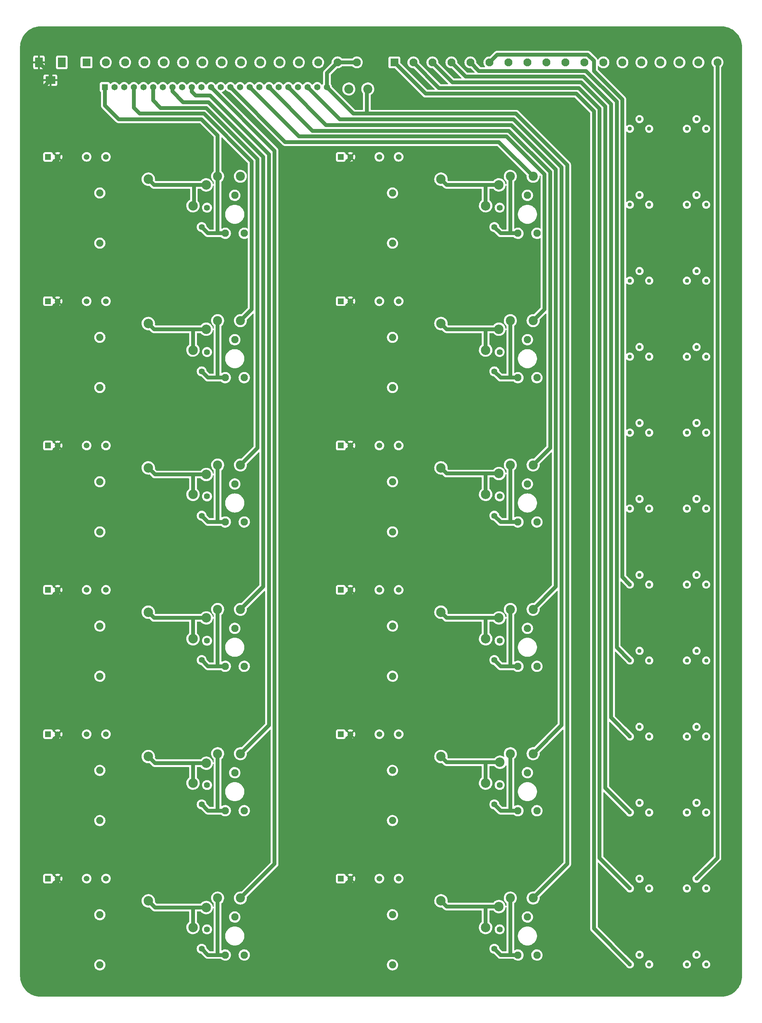
<source format=gbr>
%TF.GenerationSoftware,KiCad,Pcbnew,(6.0.1)*%
%TF.CreationDate,2022-05-02T23:55:26+02:00*%
%TF.ProjectId,CMU,434d552e-6b69-4636-9164-5f7063625858,rev?*%
%TF.SameCoordinates,Original*%
%TF.FileFunction,Copper,L2,Bot*%
%TF.FilePolarity,Positive*%
%FSLAX46Y46*%
G04 Gerber Fmt 4.6, Leading zero omitted, Abs format (unit mm)*
G04 Created by KiCad (PCBNEW (6.0.1)) date 2022-05-02 23:55:26*
%MOMM*%
%LPD*%
G01*
G04 APERTURE LIST*
%TA.AperFunction,ComponentPad*%
%ADD10R,1.508000X1.508000*%
%TD*%
%TA.AperFunction,ComponentPad*%
%ADD11C,1.508000*%
%TD*%
%TA.AperFunction,ComponentPad*%
%ADD12C,1.120000*%
%TD*%
%TA.AperFunction,ComponentPad*%
%ADD13C,2.100000*%
%TD*%
%TA.AperFunction,ComponentPad*%
%ADD14R,2.100000X2.100000*%
%TD*%
%TA.AperFunction,ComponentPad*%
%ADD15C,2.400000*%
%TD*%
%TA.AperFunction,ComponentPad*%
%ADD16C,1.905000*%
%TD*%
%TA.AperFunction,ComponentPad*%
%ADD17C,1.950000*%
%TD*%
%TA.AperFunction,ComponentPad*%
%ADD18C,1.650000*%
%TD*%
%TA.AperFunction,ComponentPad*%
%ADD19R,1.650000X1.650000*%
%TD*%
%TA.AperFunction,ComponentPad*%
%ADD20C,1.590000*%
%TD*%
%TA.AperFunction,ComponentPad*%
%ADD21R,2.000000X2.600000*%
%TD*%
%TA.AperFunction,ComponentPad*%
%ADD22R,2.600000X2.000000*%
%TD*%
%TA.AperFunction,ViaPad*%
%ADD23C,2.500000*%
%TD*%
%TA.AperFunction,Conductor*%
%ADD24C,1.000000*%
%TD*%
G04 APERTURE END LIST*
D10*
%TO.P,U19,1,VIN*%
%TO.N,Net-(C1-Pad1)*%
X141380000Y-48875000D03*
D11*
%TO.P,U19,2,GND*%
%TO.N,GND*%
X143920000Y-48875000D03*
%TO.P,U19,5,0V*%
%TO.N,Net-(C19-Pad2)*%
X151540000Y-48875000D03*
%TO.P,U19,7,+VO*%
%TO.N,Net-(C19-Pad1)*%
X156620000Y-48875000D03*
%TD*%
D12*
%TO.P,R4,1,CCW*%
%TO.N,Net-(NTC9-Pad2)*%
X232460000Y-101470000D03*
%TO.P,R4,2,WIPER*%
%TO.N,/GND_NTC_9_10*%
X235000000Y-98930000D03*
%TO.P,R4,3,CW*%
%TO.N,unconnected-(R4-Pad3)*%
X237540000Y-101470000D03*
%TD*%
D13*
%TO.P,J4,15,15*%
%TO.N,/VOL_1-*%
X145620000Y-24000000D03*
%TO.P,J4,14,14*%
X140540000Y-24000000D03*
%TO.P,J4,13,13*%
%TO.N,/CMU_vol_12*%
X135460000Y-24000000D03*
%TO.P,J4,12,12*%
%TO.N,/CMU_vol_1*%
X130380000Y-24000000D03*
%TO.P,J4,11,11*%
%TO.N,/CMU_vol_2*%
X125300000Y-24000000D03*
%TO.P,J4,10,10*%
%TO.N,/CMU_vol_3*%
X120220000Y-24000000D03*
%TO.P,J4,9,9*%
%TO.N,/CMU_vol_4*%
X115140000Y-24000000D03*
%TO.P,J4,8,8*%
%TO.N,/CMU_vol_5*%
X110060000Y-24000000D03*
%TO.P,J4,7,7*%
%TO.N,/CMU_vol_6*%
X104980000Y-24000000D03*
%TO.P,J4,6,6*%
%TO.N,/CMU_vol_7*%
X99900000Y-24000000D03*
%TO.P,J4,5,5*%
%TO.N,/CMU_vol_8*%
X94820000Y-24000000D03*
%TO.P,J4,4,4*%
%TO.N,/CMU_vol_9*%
X89740000Y-24000000D03*
%TO.P,J4,3,3*%
%TO.N,/CMU_vol_10*%
X84660000Y-24000000D03*
%TO.P,J4,2,2*%
%TO.N,/CMU_vol_11*%
X79580000Y-24000000D03*
D14*
%TO.P,J4,1,1*%
%TO.N,/CMU_vol_12*%
X74500000Y-24000000D03*
%TD*%
D15*
%TO.P,TP7,1*%
%TO.N,/CMU_vol_6*%
X186000000Y-54000000D03*
%TD*%
D12*
%TO.P,NTC6,1,CCW*%
%TO.N,Net-(J3-Pad6)*%
X217460000Y-161470000D03*
%TO.P,NTC6,2,WIPER*%
%TO.N,Net-(NTC6-Pad2)*%
X220000000Y-158930000D03*
%TO.P,NTC6,3,CW*%
%TO.N,unconnected-(NTC6-Pad3)*%
X222540000Y-161470000D03*
%TD*%
D15*
%TO.P,TP24,1*%
%TO.N,/VOL_1-*%
X192000000Y-244000000D03*
%TD*%
D12*
%TO.P,R1,1,CCW*%
%TO.N,Net-(NTC12-Pad2)*%
X232460000Y-41470000D03*
%TO.P,R1,2,WIPER*%
%TO.N,/GND_NTC_11_12*%
X235000000Y-38930000D03*
%TO.P,R1,3,CW*%
%TO.N,unconnected-(R1-Pad3)*%
X237540000Y-41470000D03*
%TD*%
D15*
%TO.P,TP10,1*%
%TO.N,/CMU_vol_3*%
X186000000Y-168000000D03*
%TD*%
D16*
%TO.P,L9,1*%
%TO.N,Net-(D9-PadK)*%
X155000000Y-134396000D03*
%TO.P,L9,2*%
%TO.N,/CMU_vol_4*%
X155000000Y-147604000D03*
%TD*%
D17*
%TO.P,VOL 7,A1,CCW*%
%TO.N,/CMU_vol_7*%
X111000000Y-259000000D03*
%TO.P,VOL 7,E1,CW*%
%TO.N,Net-(C18-Pad2)*%
X116000000Y-259000000D03*
%TO.P,VOL 7,S1,WIPER*%
%TO.N,Net-(C54-Pad1)*%
X113500000Y-249000000D03*
%TD*%
D15*
%TO.P,TP15,1*%
%TO.N,Net-(C15-Pad2)*%
X115000000Y-130000000D03*
%TD*%
D10*
%TO.P,U22,1,VIN*%
%TO.N,Net-(C1-Pad1)*%
X141380000Y-162875000D03*
D11*
%TO.P,U22,2,GND*%
%TO.N,GND*%
X143920000Y-162875000D03*
%TO.P,U22,5,0V*%
%TO.N,Net-(C22-Pad2)*%
X151540000Y-162875000D03*
%TO.P,U22,7,+VO*%
%TO.N,Net-(C22-Pad1)*%
X156620000Y-162875000D03*
%TD*%
D15*
%TO.P,TP6,1*%
%TO.N,/CMU_vol_7*%
X109000000Y-244000000D03*
%TD*%
D18*
%TO.P,Voltage_headers1,24,24*%
%TO.N,/VOL_1-*%
X137730000Y-30500000D03*
%TO.P,Voltage_headers1,23,23*%
%TO.N,/CMU_vol_1*%
X135190000Y-30500000D03*
%TO.P,Voltage_headers1,22,22*%
%TO.N,Net-(C23-Pad2)*%
X132650000Y-30500000D03*
%TO.P,Voltage_headers1,21,21*%
%TO.N,/CMU_vol_2*%
X130110000Y-30500000D03*
%TO.P,Voltage_headers1,20,20*%
%TO.N,Net-(C22-Pad2)*%
X127570000Y-30500000D03*
%TO.P,Voltage_headers1,19,19*%
%TO.N,/CMU_vol_3*%
X125030000Y-30500000D03*
%TO.P,Voltage_headers1,18,18*%
%TO.N,Net-(C21-Pad2)*%
X122490000Y-30500000D03*
%TO.P,Voltage_headers1,17,17*%
%TO.N,/CMU_vol_4*%
X119950000Y-30500000D03*
%TO.P,Voltage_headers1,16,16*%
%TO.N,Net-(C20-Pad2)*%
X117410000Y-30500000D03*
%TO.P,Voltage_headers1,15,15*%
%TO.N,/CMU_vol_5*%
X114870000Y-30500000D03*
%TO.P,Voltage_headers1,14,14*%
%TO.N,Net-(C19-Pad2)*%
X112330000Y-30500000D03*
%TO.P,Voltage_headers1,13,13*%
%TO.N,/CMU_vol_6*%
X109790000Y-30500000D03*
%TO.P,Voltage_headers1,12,12*%
%TO.N,Net-(C18-Pad2)*%
X107250000Y-30500000D03*
%TO.P,Voltage_headers1,11,11*%
%TO.N,/CMU_vol_7*%
X104710000Y-30500000D03*
%TO.P,Voltage_headers1,10,10*%
%TO.N,Net-(C17-Pad2)*%
X102170000Y-30500000D03*
%TO.P,Voltage_headers1,9,9*%
%TO.N,/CMU_vol_8*%
X99630000Y-30500000D03*
%TO.P,Voltage_headers1,8,8*%
%TO.N,Net-(C16-Pad2)*%
X97090000Y-30500000D03*
%TO.P,Voltage_headers1,7,7*%
%TO.N,/CMU_vol_9*%
X94550000Y-30500000D03*
%TO.P,Voltage_headers1,6,6*%
%TO.N,Net-(C15-Pad2)*%
X92010000Y-30500000D03*
%TO.P,Voltage_headers1,5,5*%
%TO.N,/CMU_vol_10*%
X89470000Y-30500000D03*
%TO.P,Voltage_headers1,4,4*%
%TO.N,Net-(C14-Pad2)*%
X86930000Y-30500000D03*
%TO.P,Voltage_headers1,3,3*%
%TO.N,/CMU_vol_11*%
X84390000Y-30500000D03*
%TO.P,Voltage_headers1,2,2*%
%TO.N,Net-(C13-Pad2)*%
X81850000Y-30500000D03*
D19*
%TO.P,Voltage_headers1,1,1*%
%TO.N,/CMU_vol_12*%
X79310000Y-30500000D03*
%TD*%
D20*
%TO.P,C58,1*%
%TO.N,Net-(C58-Pad1)*%
X183200000Y-176250000D03*
%TO.P,C58,2*%
%TO.N,/CMU_vol_3*%
X181800000Y-181350000D03*
%TD*%
D16*
%TO.P,L1,2*%
%TO.N,/CMU_vol_12*%
X78000000Y-71604000D03*
%TO.P,L1,1*%
%TO.N,Net-(D1-PadK)*%
X78000000Y-58396000D03*
%TD*%
D12*
%TO.P,NTC2,1,CCW*%
%TO.N,Net-(J3-Pad2)*%
X217460000Y-241470000D03*
%TO.P,NTC2,2,WIPER*%
%TO.N,Net-(NTC2-Pad2)*%
X220000000Y-238930000D03*
%TO.P,NTC2,3,CW*%
%TO.N,unconnected-(NTC2-Pad3)*%
X222540000Y-241470000D03*
%TD*%
%TO.P,NTC10,1,CCW*%
%TO.N,Net-(J3-Pad10)*%
X217460000Y-81470000D03*
%TO.P,NTC10,2,WIPER*%
%TO.N,Net-(NTC10-Pad2)*%
X220000000Y-78930000D03*
%TO.P,NTC10,3,CW*%
%TO.N,unconnected-(NTC10-Pad3)*%
X222540000Y-81470000D03*
%TD*%
%TO.P,R11,1,CCW*%
%TO.N,Net-(NTC2-Pad2)*%
X232460000Y-241470000D03*
%TO.P,R11,2,WIPER*%
%TO.N,/GND_NTC_1_2*%
X235000000Y-238930000D03*
%TO.P,R11,3,CW*%
%TO.N,unconnected-(R11-Pad3)*%
X237540000Y-241470000D03*
%TD*%
D15*
%TO.P,TP25,1*%
%TO.N,/CMU_vol_12*%
X143500000Y-31000000D03*
%TD*%
D12*
%TO.P,NTC1,1,CCW*%
%TO.N,Net-(J3-Pad1)*%
X217460000Y-261470000D03*
%TO.P,NTC1,2,WIPER*%
%TO.N,Net-(NTC1-Pad2)*%
X220000000Y-258930000D03*
%TO.P,NTC1,3,CW*%
%TO.N,unconnected-(NTC1-Pad3)*%
X222540000Y-261470000D03*
%TD*%
D10*
%TO.P,U15,1,VIN*%
%TO.N,Net-(C1-Pad1)*%
X64380000Y-124875000D03*
D11*
%TO.P,U15,2,GND*%
%TO.N,GND*%
X66920000Y-124875000D03*
%TO.P,U15,5,0V*%
%TO.N,Net-(C15-Pad2)*%
X74540000Y-124875000D03*
%TO.P,U15,7,+VO*%
%TO.N,Net-(C15-Pad1)*%
X79620000Y-124875000D03*
%TD*%
D12*
%TO.P,R5,1,CCW*%
%TO.N,Net-(NTC8-Pad2)*%
X232460000Y-121470000D03*
%TO.P,R5,2,WIPER*%
%TO.N,/GND_NTC_7_8*%
X235000000Y-118930000D03*
%TO.P,R5,3,CW*%
%TO.N,unconnected-(R5-Pad3)*%
X237540000Y-121470000D03*
%TD*%
D20*
%TO.P,C53,1*%
%TO.N,Net-(C53-Pad1)*%
X106200000Y-214250000D03*
%TO.P,C53,2*%
%TO.N,/CMU_vol_8*%
X104800000Y-219350000D03*
%TD*%
D17*
%TO.P,VOL 9,A1,CCW*%
%TO.N,/CMU_vol_9*%
X111000000Y-183000000D03*
%TO.P,VOL 9,E1,CW*%
%TO.N,Net-(C16-Pad2)*%
X116000000Y-183000000D03*
%TO.P,VOL 9,S1,WIPER*%
%TO.N,Net-(C52-Pad1)*%
X113500000Y-173000000D03*
%TD*%
D15*
%TO.P,TP22,1*%
%TO.N,Net-(C22-Pad2)*%
X192000000Y-168000000D03*
%TD*%
D16*
%TO.P,L2,2*%
%TO.N,/CMU_vol_11*%
X78000000Y-109604000D03*
%TO.P,L2,1*%
%TO.N,Net-(D2-PadK)*%
X78000000Y-96396000D03*
%TD*%
D15*
%TO.P,TP26,1*%
%TO.N,/VOL_1-*%
X148500000Y-31000000D03*
%TD*%
%TO.P,TP8,1*%
%TO.N,/CMU_vol_5*%
X186000000Y-92000000D03*
%TD*%
D10*
%TO.P,U20,1,VIN*%
%TO.N,Net-(C1-Pad1)*%
X141380000Y-86875000D03*
D11*
%TO.P,U20,2,GND*%
%TO.N,GND*%
X143920000Y-86875000D03*
%TO.P,U20,5,0V*%
%TO.N,Net-(C20-Pad2)*%
X151540000Y-86875000D03*
%TO.P,U20,7,+VO*%
%TO.N,Net-(C20-Pad1)*%
X156620000Y-86875000D03*
%TD*%
D17*
%TO.P,VOL 8,A1,CCW*%
%TO.N,/CMU_vol_8*%
X111000000Y-221000000D03*
%TO.P,VOL 8,E1,CW*%
%TO.N,Net-(C17-Pad2)*%
X116000000Y-221000000D03*
%TO.P,VOL 8,S1,WIPER*%
%TO.N,Net-(C53-Pad1)*%
X113500000Y-211000000D03*
%TD*%
D15*
%TO.P,TP13,1*%
%TO.N,Net-(C13-Pad2)*%
X115000000Y-54000000D03*
%TD*%
D17*
%TO.P,VOL 5,A1,CCW*%
%TO.N,/CMU_vol_5*%
X188000000Y-107000000D03*
%TO.P,VOL 5,E1,CW*%
%TO.N,Net-(C20-Pad2)*%
X193000000Y-107000000D03*
%TO.P,VOL 5,S1,WIPER*%
%TO.N,Net-(C56-Pad1)*%
X190500000Y-97000000D03*
%TD*%
%TO.P,VOL 12,A1,CCW*%
%TO.N,/CMU_vol_12*%
X111000000Y-69000000D03*
%TO.P,VOL 12,E1,CW*%
%TO.N,Net-(C13-Pad2)*%
X116000000Y-69000000D03*
%TO.P,VOL 12,S1,WIPER*%
%TO.N,Net-(C49-Pad1)*%
X113500000Y-59000000D03*
%TD*%
D10*
%TO.P,U21,1,VIN*%
%TO.N,Net-(C1-Pad1)*%
X141380000Y-124875000D03*
D11*
%TO.P,U21,2,GND*%
%TO.N,GND*%
X143920000Y-124875000D03*
%TO.P,U21,5,0V*%
%TO.N,Net-(C21-Pad2)*%
X151540000Y-124875000D03*
%TO.P,U21,7,+VO*%
%TO.N,Net-(C21-Pad1)*%
X156620000Y-124875000D03*
%TD*%
D20*
%TO.P,C49,1*%
%TO.N,Net-(C49-Pad1)*%
X106200000Y-62250000D03*
%TO.P,C49,2*%
%TO.N,/CMU_vol_12*%
X104800000Y-67350000D03*
%TD*%
D10*
%TO.P,U23,1,VIN*%
%TO.N,Net-(C1-Pad1)*%
X141380000Y-200875000D03*
D11*
%TO.P,U23,2,GND*%
%TO.N,GND*%
X143920000Y-200875000D03*
%TO.P,U23,5,0V*%
%TO.N,Net-(C23-Pad2)*%
X151540000Y-200875000D03*
%TO.P,U23,7,+VO*%
%TO.N,Net-(C23-Pad1)*%
X156620000Y-200875000D03*
%TD*%
D20*
%TO.P,C55,1*%
%TO.N,Net-(C55-Pad1)*%
X183200000Y-62250000D03*
%TO.P,C55,2*%
%TO.N,/CMU_vol_6*%
X181800000Y-67350000D03*
%TD*%
D15*
%TO.P,TP12,1*%
%TO.N,/CMU_vol_1*%
X186000000Y-244000000D03*
%TD*%
D12*
%TO.P,R8,1,CCW*%
%TO.N,Net-(NTC5-Pad2)*%
X232460000Y-181470000D03*
%TO.P,R8,2,WIPER*%
%TO.N,/GND_NTC_5_6*%
X235000000Y-178930000D03*
%TO.P,R8,3,CW*%
%TO.N,unconnected-(R8-Pad3)*%
X237540000Y-181470000D03*
%TD*%
D15*
%TO.P,TP1,1*%
%TO.N,/CMU_vol_12*%
X109000000Y-54000000D03*
%TD*%
D16*
%TO.P,L11,1*%
%TO.N,Net-(D11-PadK)*%
X155000000Y-210396000D03*
%TO.P,L11,2*%
%TO.N,/CMU_vol_2*%
X155000000Y-223604000D03*
%TD*%
D15*
%TO.P,TP2,1*%
%TO.N,/CMU_vol_11*%
X109000000Y-92000000D03*
%TD*%
D10*
%TO.P,U13,1,VIN*%
%TO.N,Net-(C1-Pad1)*%
X64380000Y-48875000D03*
D11*
%TO.P,U13,2,GND*%
%TO.N,GND*%
X66920000Y-48875000D03*
%TO.P,U13,5,0V*%
%TO.N,Net-(C13-Pad2)*%
X74540000Y-48875000D03*
%TO.P,U13,7,+VO*%
%TO.N,Net-(C13-Pad1)*%
X79620000Y-48875000D03*
%TD*%
D20*
%TO.P,C56,1*%
%TO.N,Net-(C56-Pad1)*%
X183200000Y-100250000D03*
%TO.P,C56,2*%
%TO.N,/CMU_vol_5*%
X181800000Y-105350000D03*
%TD*%
%TO.P,C59,1*%
%TO.N,Net-(C59-Pad1)*%
X183200000Y-214250000D03*
%TO.P,C59,2*%
%TO.N,/CMU_vol_2*%
X181800000Y-219350000D03*
%TD*%
%TO.P,C54,1*%
%TO.N,Net-(C54-Pad1)*%
X106200000Y-252250000D03*
%TO.P,C54,2*%
%TO.N,/CMU_vol_7*%
X104800000Y-257350000D03*
%TD*%
D16*
%TO.P,L8,1*%
%TO.N,Net-(D8-PadK)*%
X155000000Y-96396000D03*
%TO.P,L8,2*%
%TO.N,/CMU_vol_5*%
X155000000Y-109604000D03*
%TD*%
D10*
%TO.P,U18,1,VIN*%
%TO.N,Net-(C1-Pad1)*%
X64380000Y-238875000D03*
D11*
%TO.P,U18,2,GND*%
%TO.N,GND*%
X66920000Y-238875000D03*
%TO.P,U18,5,0V*%
%TO.N,Net-(C18-Pad2)*%
X74540000Y-238875000D03*
%TO.P,U18,7,+VO*%
%TO.N,Net-(C18-Pad1)*%
X79620000Y-238875000D03*
%TD*%
D16*
%TO.P,L12,1*%
%TO.N,Net-(D12-PadK)*%
X155000000Y-248396000D03*
%TO.P,L12,2*%
%TO.N,/CMU_vol_1*%
X155000000Y-261604000D03*
%TD*%
D10*
%TO.P,U14,1,VIN*%
%TO.N,Net-(C1-Pad1)*%
X64380000Y-86875000D03*
D11*
%TO.P,U14,2,GND*%
%TO.N,GND*%
X66920000Y-86875000D03*
%TO.P,U14,5,0V*%
%TO.N,Net-(C14-Pad2)*%
X74540000Y-86875000D03*
%TO.P,U14,7,+VO*%
%TO.N,Net-(C14-Pad1)*%
X79620000Y-86875000D03*
%TD*%
D17*
%TO.P,VOL 6,A1,CCW*%
%TO.N,/CMU_vol_6*%
X188000000Y-69000000D03*
%TO.P,VOL 6,E1,CW*%
%TO.N,Net-(C19-Pad2)*%
X193000000Y-69000000D03*
%TO.P,VOL 6,S1,WIPER*%
%TO.N,Net-(C55-Pad1)*%
X190500000Y-59000000D03*
%TD*%
D15*
%TO.P,TP9,1*%
%TO.N,/CMU_vol_4*%
X186000000Y-130000000D03*
%TD*%
D17*
%TO.P,VOL 1,A1,CCW*%
%TO.N,/CMU_vol_1*%
X188000000Y-259000000D03*
%TO.P,VOL 1,E1,CW*%
%TO.N,/VOL_1-*%
X193000000Y-259000000D03*
%TO.P,VOL 1,S1,WIPER*%
%TO.N,Net-(C60-Pad1)*%
X190500000Y-249000000D03*
%TD*%
D15*
%TO.P,TP18,1*%
%TO.N,Net-(C18-Pad2)*%
X115000000Y-244000000D03*
%TD*%
D20*
%TO.P,C60,1*%
%TO.N,Net-(C60-Pad1)*%
X183200000Y-252250000D03*
%TO.P,C60,2*%
%TO.N,/CMU_vol_1*%
X181800000Y-257350000D03*
%TD*%
D16*
%TO.P,L7,1*%
%TO.N,Net-(D7-PadK)*%
X155000000Y-58396000D03*
%TO.P,L7,2*%
%TO.N,/CMU_vol_6*%
X155000000Y-71604000D03*
%TD*%
D15*
%TO.P,TP11,1*%
%TO.N,/CMU_vol_2*%
X186000000Y-206000000D03*
%TD*%
D12*
%TO.P,NTC3,1,CCW*%
%TO.N,Net-(J3-Pad3)*%
X217460000Y-221470000D03*
%TO.P,NTC3,2,WIPER*%
%TO.N,Net-(NTC3-Pad2)*%
X220000000Y-218930000D03*
%TO.P,NTC3,3,CW*%
%TO.N,unconnected-(NTC3-Pad3)*%
X222540000Y-221470000D03*
%TD*%
D15*
%TO.P,TP5,1*%
%TO.N,/CMU_vol_8*%
X109000000Y-206000000D03*
%TD*%
D12*
%TO.P,R3,1,CCW*%
%TO.N,Net-(NTC10-Pad2)*%
X232460000Y-81470000D03*
%TO.P,R3,2,WIPER*%
%TO.N,/GND_NTC_9_10*%
X235000000Y-78930000D03*
%TO.P,R3,3,CW*%
%TO.N,unconnected-(R3-Pad3)*%
X237540000Y-81470000D03*
%TD*%
D15*
%TO.P,TP4,1*%
%TO.N,/CMU_vol_9*%
X109000000Y-168000000D03*
%TD*%
D16*
%TO.P,L5,1*%
%TO.N,Net-(D5-PadK)*%
X78000000Y-210396000D03*
%TO.P,L5,2*%
%TO.N,/CMU_vol_8*%
X78000000Y-223604000D03*
%TD*%
%TO.P,L6,1*%
%TO.N,Net-(D6-PadK)*%
X78000000Y-248396000D03*
%TO.P,L6,2*%
%TO.N,/CMU_vol_7*%
X78000000Y-261604000D03*
%TD*%
D20*
%TO.P,C51,1*%
%TO.N,Net-(C51-Pad1)*%
X106200000Y-138250000D03*
%TO.P,C51,2*%
%TO.N,/CMU_vol_10*%
X104800000Y-143350000D03*
%TD*%
D12*
%TO.P,R10,1,CCW*%
%TO.N,Net-(NTC3-Pad2)*%
X232460000Y-221470000D03*
%TO.P,R10,2,WIPER*%
%TO.N,/GND_NTC_3_4*%
X235000000Y-218930000D03*
%TO.P,R10,3,CW*%
%TO.N,unconnected-(R10-Pad3)*%
X237540000Y-221470000D03*
%TD*%
D10*
%TO.P,U17,1,VIN*%
%TO.N,Net-(C1-Pad1)*%
X64380000Y-200875000D03*
D11*
%TO.P,U17,2,GND*%
%TO.N,GND*%
X66920000Y-200875000D03*
%TO.P,U17,5,0V*%
%TO.N,Net-(C17-Pad2)*%
X74540000Y-200875000D03*
%TO.P,U17,7,+VO*%
%TO.N,Net-(C17-Pad1)*%
X79620000Y-200875000D03*
%TD*%
D15*
%TO.P,TP23,1*%
%TO.N,Net-(C23-Pad2)*%
X192000000Y-206000000D03*
%TD*%
D12*
%TO.P,NTC9,1,CCW*%
%TO.N,Net-(J3-Pad9)*%
X217460000Y-101470000D03*
%TO.P,NTC9,2,WIPER*%
%TO.N,Net-(NTC9-Pad2)*%
X220000000Y-98930000D03*
%TO.P,NTC9,3,CW*%
%TO.N,unconnected-(NTC9-Pad3)*%
X222540000Y-101470000D03*
%TD*%
D10*
%TO.P,U16,1,VIN*%
%TO.N,Net-(C1-Pad1)*%
X64380000Y-162875000D03*
D11*
%TO.P,U16,2,GND*%
%TO.N,GND*%
X66920000Y-162875000D03*
%TO.P,U16,5,0V*%
%TO.N,Net-(C16-Pad2)*%
X74540000Y-162875000D03*
%TO.P,U16,7,+VO*%
%TO.N,Net-(C16-Pad1)*%
X79620000Y-162875000D03*
%TD*%
D12*
%TO.P,NTC8,1,CCW*%
%TO.N,Net-(J3-Pad8)*%
X217460000Y-121470000D03*
%TO.P,NTC8,2,WIPER*%
%TO.N,Net-(NTC8-Pad2)*%
X220000000Y-118930000D03*
%TO.P,NTC8,3,CW*%
%TO.N,unconnected-(NTC8-Pad3)*%
X222540000Y-121470000D03*
%TD*%
%TO.P,R7,1,CCW*%
%TO.N,Net-(NTC6-Pad2)*%
X232460000Y-161470000D03*
%TO.P,R7,2,WIPER*%
%TO.N,/GND_NTC_5_6*%
X235000000Y-158930000D03*
%TO.P,R7,3,CW*%
%TO.N,unconnected-(R7-Pad3)*%
X237540000Y-161470000D03*
%TD*%
D20*
%TO.P,C52,1*%
%TO.N,Net-(C52-Pad1)*%
X106200000Y-176250000D03*
%TO.P,C52,2*%
%TO.N,/CMU_vol_9*%
X104800000Y-181350000D03*
%TD*%
D15*
%TO.P,TP19,1*%
%TO.N,Net-(C19-Pad2)*%
X192000000Y-54000000D03*
%TD*%
D17*
%TO.P,VOL 2,A1,CCW*%
%TO.N,/CMU_vol_2*%
X188000000Y-221000000D03*
%TO.P,VOL 2,E1,CW*%
%TO.N,Net-(C23-Pad2)*%
X193000000Y-221000000D03*
%TO.P,VOL 2,S1,WIPER*%
%TO.N,Net-(C59-Pad1)*%
X190500000Y-211000000D03*
%TD*%
D16*
%TO.P,L4,1*%
%TO.N,Net-(D4-PadK)*%
X78000000Y-172396000D03*
%TO.P,L4,2*%
%TO.N,/CMU_vol_9*%
X78000000Y-185604000D03*
%TD*%
D12*
%TO.P,NTC4,1,CCW*%
%TO.N,Net-(J3-Pad4)*%
X217460000Y-201470000D03*
%TO.P,NTC4,2,WIPER*%
%TO.N,Net-(NTC4-Pad2)*%
X220000000Y-198930000D03*
%TO.P,NTC4,3,CW*%
%TO.N,unconnected-(NTC4-Pad3)*%
X222540000Y-201470000D03*
%TD*%
D15*
%TO.P,TP16,1*%
%TO.N,Net-(C16-Pad2)*%
X115000000Y-168000000D03*
%TD*%
D12*
%TO.P,R9,1,CCW*%
%TO.N,Net-(NTC4-Pad2)*%
X232460000Y-201470000D03*
%TO.P,R9,2,WIPER*%
%TO.N,/GND_NTC_3_4*%
X235000000Y-198930000D03*
%TO.P,R9,3,CW*%
%TO.N,unconnected-(R9-Pad3)*%
X237540000Y-201470000D03*
%TD*%
D17*
%TO.P,VOL 3,A1,CCW*%
%TO.N,/CMU_vol_3*%
X188000000Y-183000000D03*
%TO.P,VOL 3,E1,CW*%
%TO.N,Net-(C22-Pad2)*%
X193000000Y-183000000D03*
%TO.P,VOL 3,S1,WIPER*%
%TO.N,Net-(C58-Pad1)*%
X190500000Y-173000000D03*
%TD*%
D10*
%TO.P,U24,1,VIN*%
%TO.N,Net-(C1-Pad1)*%
X141380000Y-238875000D03*
D11*
%TO.P,U24,2,GND*%
%TO.N,GND*%
X143920000Y-238875000D03*
%TO.P,U24,5,0V*%
%TO.N,/VOL_1-*%
X151540000Y-238875000D03*
%TO.P,U24,7,+VO*%
%TO.N,Net-(C24-Pad1)*%
X156620000Y-238875000D03*
%TD*%
D12*
%TO.P,NTC12,1,CCW*%
%TO.N,Net-(J3-Pad12)*%
X217460000Y-41470000D03*
%TO.P,NTC12,2,WIPER*%
%TO.N,Net-(NTC12-Pad2)*%
X220000000Y-38930000D03*
%TO.P,NTC12,3,CW*%
%TO.N,unconnected-(NTC12-Pad3)*%
X222540000Y-41470000D03*
%TD*%
D15*
%TO.P,TP21,1*%
%TO.N,Net-(C21-Pad2)*%
X192000000Y-130000000D03*
%TD*%
%TO.P,TP20,1*%
%TO.N,Net-(C20-Pad2)*%
X192000000Y-92000000D03*
%TD*%
D16*
%TO.P,L10,1*%
%TO.N,Net-(D10-PadK)*%
X155000000Y-172396000D03*
%TO.P,L10,2*%
%TO.N,/CMU_vol_3*%
X155000000Y-185604000D03*
%TD*%
D15*
%TO.P,TP14,1*%
%TO.N,Net-(C14-Pad2)*%
X115000000Y-92000000D03*
%TD*%
D14*
%TO.P,J3,1,1*%
%TO.N,Net-(J3-Pad1)*%
X155500000Y-24000000D03*
D13*
%TO.P,J3,2,2*%
%TO.N,Net-(J3-Pad2)*%
X160500000Y-24000000D03*
%TO.P,J3,3,3*%
%TO.N,Net-(J3-Pad3)*%
X165500000Y-24000000D03*
%TO.P,J3,4,4*%
%TO.N,Net-(J3-Pad4)*%
X170500000Y-24000000D03*
%TO.P,J3,5,5*%
%TO.N,Net-(J3-Pad5)*%
X175500000Y-24000000D03*
%TO.P,J3,6,6*%
%TO.N,Net-(J3-Pad6)*%
X180500000Y-24000000D03*
%TO.P,J3,7,7*%
%TO.N,Net-(J3-Pad7)*%
X185500000Y-24000000D03*
%TO.P,J3,8,8*%
%TO.N,Net-(J3-Pad8)*%
X190500000Y-24000000D03*
%TO.P,J3,9,9*%
%TO.N,Net-(J3-Pad9)*%
X195500000Y-24000000D03*
%TO.P,J3,10,10*%
%TO.N,Net-(J3-Pad10)*%
X200500000Y-24000000D03*
%TO.P,J3,11,11*%
%TO.N,Net-(J3-Pad11)*%
X205500000Y-24000000D03*
%TO.P,J3,12,12*%
%TO.N,Net-(J3-Pad12)*%
X210500000Y-24000000D03*
%TO.P,J3,13,13*%
%TO.N,/GND_NTC_11_12*%
X215500000Y-24000000D03*
%TO.P,J3,14,14*%
%TO.N,/GND_NTC_9_10*%
X220500000Y-24000000D03*
%TO.P,J3,15,15*%
%TO.N,/GND_NTC_7_8*%
X225500000Y-24000000D03*
%TO.P,J3,16,16*%
%TO.N,/GND_NTC_5_6*%
X230500000Y-24000000D03*
%TO.P,J3,17,17*%
%TO.N,/GND_NTC_3_4*%
X235500000Y-24000000D03*
%TO.P,J3,18,18*%
%TO.N,/GND_NTC_1_2*%
X240500000Y-24000000D03*
%TD*%
D12*
%TO.P,NTC7,1,CCW*%
%TO.N,Net-(J3-Pad7)*%
X217460000Y-141470000D03*
%TO.P,NTC7,2,WIPER*%
%TO.N,Net-(NTC7-Pad2)*%
X220000000Y-138930000D03*
%TO.P,NTC7,3,CW*%
%TO.N,unconnected-(NTC7-Pad3)*%
X222540000Y-141470000D03*
%TD*%
D16*
%TO.P,L3,1*%
%TO.N,Net-(D3-PadK)*%
X78000000Y-134396000D03*
%TO.P,L3,2*%
%TO.N,/CMU_vol_10*%
X78000000Y-147604000D03*
%TD*%
D17*
%TO.P,VOL 10,A1,CCW*%
%TO.N,/CMU_vol_10*%
X111000000Y-145000000D03*
%TO.P,VOL 10,E1,CW*%
%TO.N,Net-(C15-Pad2)*%
X116000000Y-145000000D03*
%TO.P,VOL 10,S1,WIPER*%
%TO.N,Net-(C51-Pad1)*%
X113500000Y-135000000D03*
%TD*%
D12*
%TO.P,R2,1,CCW*%
%TO.N,Net-(NTC11-Pad2)*%
X232460000Y-61470000D03*
%TO.P,R2,2,WIPER*%
%TO.N,/GND_NTC_11_12*%
X235000000Y-58930000D03*
%TO.P,R2,3,CW*%
%TO.N,unconnected-(R2-Pad3)*%
X237540000Y-61470000D03*
%TD*%
D21*
%TO.P,Power_in1,1*%
%TO.N,Net-(F1-Pad1)*%
X68000000Y-24000000D03*
%TO.P,Power_in1,2*%
%TO.N,GND*%
X62000000Y-24000000D03*
D22*
%TO.P,Power_in1,3*%
X65000000Y-28700000D03*
%TD*%
D15*
%TO.P,TP3,1*%
%TO.N,/CMU_vol_10*%
X109000000Y-130000000D03*
%TD*%
D20*
%TO.P,C57,1*%
%TO.N,Net-(C57-Pad1)*%
X183200000Y-138250000D03*
%TO.P,C57,2*%
%TO.N,/CMU_vol_4*%
X181800000Y-143350000D03*
%TD*%
D12*
%TO.P,R12,1,CCW*%
%TO.N,Net-(NTC1-Pad2)*%
X232460000Y-261470000D03*
%TO.P,R12,2,WIPER*%
%TO.N,/GND_NTC_1_2*%
X235000000Y-258930000D03*
%TO.P,R12,3,CW*%
%TO.N,unconnected-(R12-Pad3)*%
X237540000Y-261470000D03*
%TD*%
%TO.P,R6,1,CCW*%
%TO.N,Net-(NTC7-Pad2)*%
X232460000Y-141470000D03*
%TO.P,R6,2,WIPER*%
%TO.N,/GND_NTC_7_8*%
X235000000Y-138930000D03*
%TO.P,R6,3,CW*%
%TO.N,unconnected-(R6-Pad3)*%
X237540000Y-141470000D03*
%TD*%
D15*
%TO.P,TP17,1*%
%TO.N,Net-(C17-Pad2)*%
X115000000Y-206000000D03*
%TD*%
D17*
%TO.P,VOL 11,A1,CCW*%
%TO.N,/CMU_vol_11*%
X111000000Y-107000000D03*
%TO.P,VOL 11,E1,CW*%
%TO.N,Net-(C14-Pad2)*%
X116000000Y-107000000D03*
%TO.P,VOL 11,S1,WIPER*%
%TO.N,Net-(C50-Pad1)*%
X113500000Y-97000000D03*
%TD*%
D12*
%TO.P,NTC11,1,CCW*%
%TO.N,Net-(J3-Pad11)*%
X217460000Y-61470000D03*
%TO.P,NTC11,2,WIPER*%
%TO.N,Net-(NTC11-Pad2)*%
X220000000Y-58930000D03*
%TO.P,NTC11,3,CW*%
%TO.N,unconnected-(NTC11-Pad3)*%
X222540000Y-61470000D03*
%TD*%
D20*
%TO.P,C50,1*%
%TO.N,Net-(C50-Pad1)*%
X106200000Y-100250000D03*
%TO.P,C50,2*%
%TO.N,/CMU_vol_11*%
X104800000Y-105350000D03*
%TD*%
D17*
%TO.P,VOL 4,A1,CCW*%
%TO.N,/CMU_vol_4*%
X188000000Y-145000000D03*
%TO.P,VOL 4,E1,CW*%
%TO.N,Net-(C21-Pad2)*%
X193000000Y-145000000D03*
%TO.P,VOL 4,S1,WIPER*%
%TO.N,Net-(C57-Pad1)*%
X190500000Y-135000000D03*
%TD*%
D12*
%TO.P,NTC5,1,CCW*%
%TO.N,Net-(J3-Pad5)*%
X217460000Y-181470000D03*
%TO.P,NTC5,2,WIPER*%
%TO.N,Net-(NTC5-Pad2)*%
X220000000Y-178930000D03*
%TO.P,NTC5,3,CW*%
%TO.N,unconnected-(NTC5-Pad3)*%
X222540000Y-181470000D03*
%TD*%
D23*
%TO.N,Net-(C20-Pad2)*%
X179509363Y-99740637D03*
%TO.N,Net-(C14-Pad2)*%
X102509363Y-99740637D03*
X106000000Y-94250000D03*
X90750000Y-92750000D03*
%TO.N,Net-(C20-Pad2)*%
X183000000Y-94250000D03*
X167750000Y-92750000D03*
%TO.N,Net-(C21-Pad2)*%
X179509363Y-137740637D03*
X183000000Y-132250000D03*
X167750000Y-130750000D03*
%TO.N,Net-(C22-Pad2)*%
X179509363Y-175740637D03*
X183000000Y-170250000D03*
X167750000Y-168750000D03*
%TO.N,Net-(C23-Pad2)*%
X179509363Y-213740637D03*
X183250000Y-208250000D03*
X167750000Y-206750000D03*
%TO.N,/VOL_1-*%
X179500000Y-251750000D03*
X183000000Y-246250000D03*
X167750000Y-244750000D03*
%TO.N,Net-(C19-Pad2)*%
X179509363Y-61740637D03*
X183000000Y-56250000D03*
X167750000Y-54750000D03*
%TO.N,Net-(C15-Pad2)*%
X102509363Y-137740637D03*
X106000000Y-132500000D03*
X90750000Y-130750000D03*
%TO.N,Net-(C16-Pad2)*%
X102509363Y-175740637D03*
X106000000Y-170250000D03*
X90750000Y-168750000D03*
%TO.N,Net-(C17-Pad2)*%
X102509363Y-213740637D03*
X106000000Y-208500000D03*
X90750000Y-206750000D03*
%TO.N,Net-(C18-Pad2)*%
X102500000Y-251750000D03*
X106000000Y-246500000D03*
X90750000Y-244750000D03*
%TO.N,Net-(C13-Pad2)*%
X102509363Y-61740637D03*
X106000000Y-56250000D03*
X90750000Y-54750000D03*
%TD*%
D24*
%TO.N,Net-(C15-Pad2)*%
X102500000Y-137731274D02*
X102500000Y-132500000D01*
X102500000Y-132500000D02*
X106000000Y-132500000D01*
X92500000Y-132500000D02*
X102500000Y-132500000D01*
X102509363Y-137740637D02*
X102500000Y-137731274D01*
%TO.N,GND*%
X66111317Y-164750000D02*
X66920000Y-163941317D01*
X66920000Y-163941317D02*
X66920000Y-162875000D01*
X60250000Y-164750000D02*
X66111317Y-164750000D01*
X66920000Y-201842022D02*
X66920000Y-200875000D01*
X60250000Y-203000000D02*
X65762022Y-203000000D01*
X65762022Y-203000000D02*
X66920000Y-201842022D01*
X66012022Y-126750000D02*
X66920000Y-125842022D01*
X60250000Y-126750000D02*
X66012022Y-126750000D01*
X66920000Y-125842022D02*
X66920000Y-124875000D01*
X66920000Y-87941317D02*
X66920000Y-86875000D01*
X66111317Y-88750000D02*
X66920000Y-87941317D01*
X60250000Y-88750000D02*
X66111317Y-88750000D01*
X66920000Y-49842022D02*
X66920000Y-48875000D01*
X66012022Y-50750000D02*
X66920000Y-49842022D01*
X60250000Y-50750000D02*
X66012022Y-50750000D01*
%TO.N,Net-(C20-Pad2)*%
X179500000Y-99731274D02*
X179500000Y-94250000D01*
X179509363Y-99740637D02*
X179500000Y-99731274D01*
%TO.N,GND*%
X65000000Y-27000000D02*
X62000000Y-24000000D01*
X65000000Y-28700000D02*
X65000000Y-27000000D01*
X60250000Y-33450000D02*
X65000000Y-28700000D01*
X60250000Y-50750000D02*
X60250000Y-33450000D01*
%TO.N,/VOL_1-*%
X140540000Y-24000000D02*
X145620000Y-24000000D01*
X137730000Y-26810000D02*
X140540000Y-24000000D01*
X137730000Y-30500000D02*
X137730000Y-26810000D01*
X200972591Y-50990023D02*
X187484964Y-37502400D01*
X200972591Y-235027409D02*
X200972591Y-50990023D01*
X187484964Y-37502400D02*
X148252400Y-37502400D01*
X192000000Y-244000000D02*
X200972591Y-235027409D01*
X148250000Y-31000000D02*
X148250000Y-37500000D01*
X148252400Y-37502400D02*
X144732400Y-37502400D01*
X148250000Y-37500000D02*
X148252400Y-37502400D01*
X144732400Y-37502400D02*
X137730000Y-30500000D01*
%TO.N,Net-(J3-Pad4)*%
X174249520Y-27749520D02*
X170500000Y-24000000D01*
X212500960Y-196510960D02*
X212500960Y-34992244D01*
X212500960Y-34992244D02*
X205258236Y-27749520D01*
X217460000Y-201470000D02*
X212500960Y-196510960D01*
X205258236Y-27749520D02*
X174249520Y-27749520D01*
%TO.N,Net-(J3-Pad3)*%
X211001440Y-35613366D02*
X211001440Y-215011440D01*
X211001440Y-215011440D02*
X217460000Y-221470000D01*
X170749040Y-29249040D02*
X204637114Y-29249040D01*
X204637114Y-29249040D02*
X211001440Y-35613366D01*
X165500000Y-24000000D02*
X170749040Y-29249040D01*
%TO.N,Net-(J3-Pad2)*%
X167248560Y-30748560D02*
X204015992Y-30748560D01*
X160500000Y-24000000D02*
X167248560Y-30748560D01*
X204015992Y-30748560D02*
X209501920Y-36234488D01*
X209501920Y-36234488D02*
X209501920Y-233511920D01*
X209501920Y-233511920D02*
X217460000Y-241470000D01*
%TO.N,Net-(J3-Pad1)*%
X203394870Y-32248080D02*
X163748080Y-32248080D01*
X208002400Y-36855610D02*
X203394870Y-32248080D01*
X163748080Y-32248080D02*
X155500000Y-24000000D01*
X208002400Y-252012400D02*
X208002400Y-36855610D01*
X217460000Y-261470000D02*
X208002400Y-252012400D01*
%TO.N,Net-(C23-Pad2)*%
X141111671Y-39001920D02*
X132650000Y-30540249D01*
X199473071Y-51611145D02*
X186863843Y-39001920D01*
X199473071Y-198526929D02*
X199473071Y-51611145D01*
X132650000Y-30540249D02*
X132650000Y-30500000D01*
X192000000Y-206000000D02*
X199473071Y-198526929D01*
X186863843Y-39001920D02*
X141111671Y-39001920D01*
%TO.N,Net-(C22-Pad2)*%
X186242722Y-40501440D02*
X137531191Y-40501440D01*
X137531191Y-40501440D02*
X127570000Y-30540249D01*
X197973551Y-52232267D02*
X186242722Y-40501440D01*
X127570000Y-30540249D02*
X127570000Y-30500000D01*
X192000000Y-168000000D02*
X197973551Y-162026449D01*
X197973551Y-162026449D02*
X197973551Y-52232267D01*
%TO.N,Net-(C21-Pad2)*%
X122490000Y-30540249D02*
X122490000Y-30500000D01*
X133950711Y-42000960D02*
X122490000Y-30540249D01*
X185621601Y-42000960D02*
X133950711Y-42000960D01*
X196474031Y-52853389D02*
X185621601Y-42000960D01*
X192000000Y-130000000D02*
X196474031Y-125525969D01*
X196474031Y-125525969D02*
X196474031Y-52853389D01*
%TO.N,Net-(C20-Pad2)*%
X117410000Y-30540249D02*
X117410000Y-30500000D01*
X185000480Y-43500480D02*
X130370231Y-43500480D01*
X194974511Y-53474511D02*
X185000480Y-43500480D01*
X192000000Y-92000000D02*
X194974511Y-89025489D01*
X194974511Y-89025489D02*
X194974511Y-53474511D01*
X130370231Y-43500480D02*
X117410000Y-30540249D01*
%TO.N,Net-(C19-Pad2)*%
X112330000Y-30540249D02*
X112330000Y-30500000D01*
X126789751Y-45000000D02*
X112330000Y-30540249D01*
X183000000Y-45000000D02*
X126789751Y-45000000D01*
X192000000Y-54000000D02*
X183000000Y-45000000D01*
%TO.N,Net-(J3-Pad5)*%
X205879358Y-26250000D02*
X177750000Y-26250000D01*
X214000480Y-34371122D02*
X205879358Y-26250000D01*
X214000480Y-178010480D02*
X214000480Y-34371122D01*
X217460000Y-181470000D02*
X214000480Y-178010480D01*
X177750000Y-26250000D02*
X175500000Y-24000000D01*
%TO.N,Net-(J3-Pad6)*%
X182549511Y-21950489D02*
X180500000Y-24000000D01*
X206348936Y-21950489D02*
X182549511Y-21950489D01*
X208000000Y-23601553D02*
X206348936Y-21950489D01*
X208000000Y-26250000D02*
X208000000Y-23601553D01*
X215500000Y-33750000D02*
X208000000Y-26250000D01*
%TO.N,Net-(C20-Pad2)*%
X179500000Y-94250000D02*
X183000000Y-94250000D01*
X169250000Y-94250000D02*
X179500000Y-94250000D01*
%TO.N,Net-(J3-Pad6)*%
X215500000Y-159510000D02*
X215500000Y-33750000D01*
X217460000Y-161470000D02*
X215500000Y-159510000D01*
%TO.N,Net-(C14-Pad2)*%
X102500000Y-94250000D02*
X106000000Y-94250000D01*
X102509363Y-99740637D02*
X102500000Y-99731274D01*
X92250000Y-94250000D02*
X102500000Y-94250000D01*
X102500000Y-99731274D02*
X102500000Y-94250000D01*
X90750000Y-92750000D02*
X92250000Y-94250000D01*
%TO.N,/CMU_vol_11*%
X109000000Y-92000000D02*
X109000000Y-107000000D01*
X109000000Y-107000000D02*
X106450000Y-107000000D01*
X111000000Y-107000000D02*
X109000000Y-107000000D01*
X106450000Y-107000000D02*
X104800000Y-105350000D01*
%TO.N,GND*%
X66920000Y-239941317D02*
X65861317Y-241000000D01*
X65861317Y-241000000D02*
X60250000Y-241000000D01*
X66920000Y-238875000D02*
X66920000Y-239941317D01*
X60250000Y-241000000D02*
X60250000Y-246750000D01*
X60250000Y-203000000D02*
X60250000Y-241000000D01*
X142861317Y-89000000D02*
X137250000Y-89000000D01*
X143920000Y-86875000D02*
X143920000Y-87941317D01*
X143920000Y-87941317D02*
X142861317Y-89000000D01*
X137250000Y-89000000D02*
X137250000Y-56000000D01*
X137250000Y-127000000D02*
X137250000Y-89000000D01*
X142861317Y-127000000D02*
X137250000Y-127000000D01*
X143920000Y-125941317D02*
X142861317Y-127000000D01*
X143920000Y-124875000D02*
X143920000Y-125941317D01*
X137250000Y-165000000D02*
X137250000Y-127000000D01*
X142861317Y-165000000D02*
X137250000Y-165000000D01*
X143920000Y-163941317D02*
X142861317Y-165000000D01*
X143920000Y-162875000D02*
X143920000Y-163941317D01*
X137250000Y-203000000D02*
X137250000Y-165000000D01*
X142861317Y-203000000D02*
X137250000Y-203000000D01*
X143920000Y-201941317D02*
X142861317Y-203000000D01*
X137250000Y-241000000D02*
X137250000Y-203000000D01*
X143920000Y-200875000D02*
X143920000Y-201941317D01*
X142861317Y-241000000D02*
X137250000Y-241000000D01*
X143920000Y-238875000D02*
X143920000Y-239941317D01*
X143920000Y-239941317D02*
X142861317Y-241000000D01*
X137250000Y-245500000D02*
X137250000Y-241000000D01*
X137250000Y-56000000D02*
X143920000Y-49330000D01*
X114500000Y-268250000D02*
X137250000Y-245500000D01*
X143920000Y-49330000D02*
X143920000Y-48875000D01*
X81750000Y-268250000D02*
X114500000Y-268250000D01*
X60250000Y-246750000D02*
X81750000Y-268250000D01*
%TO.N,/GND_NTC_1_2*%
X240500000Y-233430000D02*
X240500000Y-24000000D01*
X235000000Y-238930000D02*
X240500000Y-233430000D01*
%TO.N,Net-(C20-Pad2)*%
X167750000Y-92750000D02*
X169250000Y-94250000D01*
%TO.N,/CMU_vol_5*%
X186000000Y-92000000D02*
X186000000Y-107000000D01*
X186000000Y-107000000D02*
X183450000Y-107000000D01*
X188000000Y-107000000D02*
X186000000Y-107000000D01*
X183450000Y-107000000D02*
X181800000Y-105350000D01*
%TO.N,Net-(C21-Pad2)*%
X169250000Y-132250000D02*
X179500000Y-132250000D01*
X179500000Y-132250000D02*
X183000000Y-132250000D01*
X179500000Y-137731274D02*
X179500000Y-132250000D01*
X179509363Y-137740637D02*
X179500000Y-137731274D01*
%TO.N,/CMU_vol_4*%
X186000000Y-130000000D02*
X186000000Y-145000000D01*
X186000000Y-145000000D02*
X183450000Y-145000000D01*
X188000000Y-145000000D02*
X186000000Y-145000000D01*
X183450000Y-145000000D02*
X181800000Y-143350000D01*
%TO.N,Net-(C21-Pad2)*%
X167750000Y-130750000D02*
X169250000Y-132250000D01*
%TO.N,Net-(C22-Pad2)*%
X169250000Y-170250000D02*
X179500000Y-170250000D01*
X179509363Y-175740637D02*
X179500000Y-175731274D01*
X179500000Y-175731274D02*
X179500000Y-170250000D01*
X179500000Y-170250000D02*
X183000000Y-170250000D01*
X167750000Y-168750000D02*
X169250000Y-170250000D01*
%TO.N,/CMU_vol_3*%
X186000000Y-168000000D02*
X186000000Y-183000000D01*
X186000000Y-183000000D02*
X188000000Y-183000000D01*
X183450000Y-183000000D02*
X186000000Y-183000000D01*
X181800000Y-181350000D02*
X183450000Y-183000000D01*
%TO.N,Net-(C23-Pad2)*%
X179509363Y-213740637D02*
X179500000Y-213731274D01*
X179500000Y-208250000D02*
X183250000Y-208250000D01*
X169250000Y-208250000D02*
X179500000Y-208250000D01*
X179500000Y-213731274D02*
X179500000Y-208250000D01*
X167750000Y-206750000D02*
X169250000Y-208250000D01*
%TO.N,/CMU_vol_2*%
X186000000Y-206000000D02*
X186000000Y-221000000D01*
X186000000Y-221000000D02*
X183450000Y-221000000D01*
X188000000Y-221000000D02*
X186000000Y-221000000D01*
X183450000Y-221000000D02*
X181800000Y-219350000D01*
%TO.N,/VOL_1-*%
X179500000Y-251750000D02*
X179500000Y-246250000D01*
X169250000Y-246250000D02*
X179500000Y-246250000D01*
X179500000Y-246250000D02*
X183000000Y-246250000D01*
X167750000Y-244750000D02*
X169250000Y-246250000D01*
%TO.N,/CMU_vol_1*%
X183450000Y-259000000D02*
X186000000Y-259000000D01*
X186000000Y-259000000D02*
X188000000Y-259000000D01*
X186000000Y-244000000D02*
X186000000Y-259000000D01*
X181800000Y-257350000D02*
X183450000Y-259000000D01*
%TO.N,Net-(C19-Pad2)*%
X179509363Y-61740637D02*
X179500000Y-61731274D01*
X169250000Y-56250000D02*
X179500000Y-56250000D01*
X179500000Y-56250000D02*
X183000000Y-56250000D01*
X179500000Y-61731274D02*
X179500000Y-56250000D01*
%TO.N,/CMU_vol_6*%
X186000000Y-54000000D02*
X186000000Y-69000000D01*
X188000000Y-69000000D02*
X186000000Y-69000000D01*
X186000000Y-69000000D02*
X183450000Y-69000000D01*
X183450000Y-69000000D02*
X181800000Y-67350000D01*
%TO.N,Net-(C19-Pad2)*%
X167750000Y-54750000D02*
X169250000Y-56250000D01*
%TO.N,/CMU_vol_12*%
X79310000Y-35325000D02*
X79310000Y-30500000D01*
%TO.N,Net-(C14-Pad2)*%
X88500000Y-37500480D02*
X86930000Y-35930480D01*
X105371121Y-37500480D02*
X88500000Y-37500480D01*
X117974511Y-50103870D02*
X105371121Y-37500480D01*
X117974511Y-89025489D02*
X117974511Y-50103870D01*
X115000000Y-92000000D02*
X117974511Y-89025489D01*
X86930000Y-35930480D02*
X86930000Y-30500000D01*
%TO.N,Net-(C15-Pad2)*%
X94000960Y-36000960D02*
X92010000Y-34010000D01*
X92010000Y-34010000D02*
X92010000Y-30500000D01*
X119474031Y-49482749D02*
X105992242Y-36000960D01*
X105992242Y-36000960D02*
X94000960Y-36000960D01*
X119474031Y-125525969D02*
X119474031Y-49482749D01*
X115000000Y-130000000D02*
X119474031Y-125525969D01*
%TO.N,Net-(C18-Pad2)*%
X107250000Y-30540249D02*
X107250000Y-30500000D01*
X123972591Y-47262840D02*
X107250000Y-30540249D01*
X123972591Y-235027409D02*
X123972591Y-47262840D01*
X115000000Y-244000000D02*
X123972591Y-235027409D01*
%TO.N,Net-(C17-Pad2)*%
X103250000Y-32750000D02*
X102170000Y-31670000D01*
X106982565Y-32750000D02*
X103250000Y-32750000D01*
X122473071Y-48240506D02*
X106982565Y-32750000D01*
X122473071Y-198526929D02*
X122473071Y-48240506D01*
X102170000Y-31670000D02*
X102170000Y-30500000D01*
X115000000Y-206000000D02*
X122473071Y-198526929D01*
%TO.N,Net-(C16-Pad2)*%
X106613363Y-34501440D02*
X99924714Y-34501440D01*
X97090000Y-31666726D02*
X97090000Y-30500000D01*
X120973551Y-48861628D02*
X106613363Y-34501440D01*
X120973551Y-162026449D02*
X120973551Y-48861628D01*
X115000000Y-168000000D02*
X120973551Y-162026449D01*
X99924714Y-34501440D02*
X97090000Y-31666726D01*
%TO.N,/CMU_vol_12*%
X104750000Y-39000000D02*
X82985000Y-39000000D01*
X82985000Y-39000000D02*
X79310000Y-35325000D01*
X109000000Y-43250000D02*
X104750000Y-39000000D01*
X109000000Y-54000000D02*
X109000000Y-43250000D01*
%TO.N,Net-(C15-Pad2)*%
X90750000Y-130750000D02*
X92500000Y-132500000D01*
%TO.N,/CMU_vol_10*%
X109000000Y-130000000D02*
X109000000Y-145000000D01*
X106450000Y-145000000D02*
X109000000Y-145000000D01*
X109000000Y-145000000D02*
X111000000Y-145000000D01*
X104800000Y-143350000D02*
X106450000Y-145000000D01*
%TO.N,Net-(C16-Pad2)*%
X92250000Y-170250000D02*
X102500000Y-170250000D01*
X102500000Y-170250000D02*
X106000000Y-170250000D01*
X102509363Y-175740637D02*
X102500000Y-175731274D01*
X102500000Y-175731274D02*
X102500000Y-170250000D01*
X90750000Y-168750000D02*
X92250000Y-170250000D01*
%TO.N,/CMU_vol_9*%
X109000000Y-168000000D02*
X109000000Y-183000000D01*
X109000000Y-183000000D02*
X106450000Y-183000000D01*
X111000000Y-183000000D02*
X109000000Y-183000000D01*
X106450000Y-183000000D02*
X104800000Y-181350000D01*
%TO.N,Net-(C17-Pad2)*%
X102509363Y-213740637D02*
X102500000Y-213731274D01*
X102500000Y-208500000D02*
X106000000Y-208500000D01*
X92500000Y-208500000D02*
X102500000Y-208500000D01*
X102500000Y-213731274D02*
X102500000Y-208500000D01*
%TO.N,/CMU_vol_8*%
X109000000Y-221000000D02*
X106450000Y-221000000D01*
X109000000Y-206000000D02*
X109000000Y-221000000D01*
X111000000Y-221000000D02*
X109000000Y-221000000D01*
%TO.N,Net-(C17-Pad2)*%
X90750000Y-206750000D02*
X92500000Y-208500000D01*
%TO.N,/CMU_vol_8*%
X106450000Y-221000000D02*
X104800000Y-219350000D01*
%TO.N,Net-(C18-Pad2)*%
X102500000Y-251750000D02*
X102500000Y-246500000D01*
X102500000Y-246500000D02*
X106000000Y-246500000D01*
X92500000Y-246500000D02*
X102500000Y-246500000D01*
X90750000Y-244750000D02*
X92500000Y-246500000D01*
%TO.N,/CMU_vol_7*%
X109000000Y-244000000D02*
X109000000Y-259000000D01*
X106450000Y-259000000D02*
X109000000Y-259000000D01*
X109000000Y-259000000D02*
X111000000Y-259000000D01*
X104800000Y-257350000D02*
X106450000Y-259000000D01*
%TO.N,/CMU_vol_12*%
X109000000Y-54000000D02*
X109000000Y-69000000D01*
X109000000Y-69000000D02*
X106450000Y-69000000D01*
X111000000Y-69000000D02*
X109000000Y-69000000D01*
X106450000Y-69000000D02*
X104800000Y-67350000D01*
%TO.N,Net-(C13-Pad2)*%
X102750000Y-61500000D02*
X102750000Y-56250000D01*
X102509363Y-61740637D02*
X102750000Y-61500000D01*
X102750000Y-56250000D02*
X106000000Y-56250000D01*
X92250000Y-56250000D02*
X102750000Y-56250000D01*
X90750000Y-54750000D02*
X92250000Y-56250000D01*
%TO.N,GND*%
X60250000Y-50750000D02*
X60250000Y-88750000D01*
X60250000Y-88750000D02*
X60250000Y-126750000D01*
X60250000Y-126750000D02*
X60250000Y-164750000D01*
X60250000Y-164750000D02*
X60250000Y-203000000D01*
%TD*%
%TA.AperFunction,Conductor*%
%TO.N,GND*%
G36*
X241470057Y-14509500D02*
G01*
X241484858Y-14511805D01*
X241484861Y-14511805D01*
X241493730Y-14513186D01*
X241514639Y-14510452D01*
X241536176Y-14509496D01*
X241725093Y-14517310D01*
X241948320Y-14526543D01*
X241958698Y-14527403D01*
X242234778Y-14561816D01*
X242398784Y-14582260D01*
X242409049Y-14583972D01*
X242524700Y-14608222D01*
X242843101Y-14674984D01*
X242853196Y-14677540D01*
X243059978Y-14739101D01*
X243278259Y-14804086D01*
X243288099Y-14807465D01*
X243701263Y-14968682D01*
X243710794Y-14972862D01*
X244109215Y-15167638D01*
X244118374Y-15172594D01*
X244499364Y-15399616D01*
X244508082Y-15405312D01*
X244869012Y-15663011D01*
X244877230Y-15669407D01*
X245215664Y-15956046D01*
X245223325Y-15963100D01*
X245536900Y-16276675D01*
X245543954Y-16284336D01*
X245830593Y-16622770D01*
X245836989Y-16630988D01*
X246094688Y-16991918D01*
X246100384Y-17000636D01*
X246327406Y-17381626D01*
X246332362Y-17390785D01*
X246527135Y-17789200D01*
X246531318Y-17798737D01*
X246692535Y-18211901D01*
X246695917Y-18221751D01*
X246822460Y-18646804D01*
X246825016Y-18656899D01*
X246916027Y-19090948D01*
X246917741Y-19101220D01*
X246972597Y-19541302D01*
X246973457Y-19551680D01*
X246990195Y-19956361D01*
X246988803Y-19980951D01*
X246988196Y-19984853D01*
X246986814Y-19993730D01*
X246987978Y-20002632D01*
X246987978Y-20002635D01*
X246990936Y-20025251D01*
X246992000Y-20041589D01*
X246992000Y-264450672D01*
X246990500Y-264470056D01*
X246986814Y-264493730D01*
X246989548Y-264514639D01*
X246990504Y-264536179D01*
X246973457Y-264948320D01*
X246972597Y-264958698D01*
X246917741Y-265398780D01*
X246916027Y-265409052D01*
X246825016Y-265843101D01*
X246822460Y-265853196D01*
X246695917Y-266278249D01*
X246692535Y-266288099D01*
X246531318Y-266701263D01*
X246527135Y-266710800D01*
X246332362Y-267109215D01*
X246327406Y-267118374D01*
X246100384Y-267499364D01*
X246094688Y-267508082D01*
X245836989Y-267869012D01*
X245830593Y-267877230D01*
X245543954Y-268215664D01*
X245536900Y-268223325D01*
X245223325Y-268536900D01*
X245215664Y-268543954D01*
X244877230Y-268830593D01*
X244869012Y-268836989D01*
X244508082Y-269094688D01*
X244499364Y-269100384D01*
X244118374Y-269327406D01*
X244109218Y-269332360D01*
X243710794Y-269527138D01*
X243701263Y-269531318D01*
X243288099Y-269692535D01*
X243278259Y-269695914D01*
X243059978Y-269760899D01*
X242853196Y-269822460D01*
X242843101Y-269825016D01*
X242576465Y-269880924D01*
X242409049Y-269916028D01*
X242398784Y-269917740D01*
X242234778Y-269938184D01*
X241958698Y-269972597D01*
X241948320Y-269973457D01*
X241543639Y-269990195D01*
X241519049Y-269988803D01*
X241515147Y-269988196D01*
X241515145Y-269988196D01*
X241506270Y-269986814D01*
X241497368Y-269987978D01*
X241497365Y-269987978D01*
X241474749Y-269990936D01*
X241458411Y-269992000D01*
X62549328Y-269992000D01*
X62529943Y-269990500D01*
X62515142Y-269988195D01*
X62515139Y-269988195D01*
X62506270Y-269986814D01*
X62485361Y-269989548D01*
X62463824Y-269990504D01*
X62274907Y-269982690D01*
X62051680Y-269973457D01*
X62041302Y-269972597D01*
X61765222Y-269938184D01*
X61601216Y-269917740D01*
X61590951Y-269916028D01*
X61423535Y-269880924D01*
X61156899Y-269825016D01*
X61146804Y-269822460D01*
X60940022Y-269760899D01*
X60721741Y-269695914D01*
X60711901Y-269692535D01*
X60298737Y-269531318D01*
X60289206Y-269527138D01*
X59890782Y-269332360D01*
X59881626Y-269327406D01*
X59500636Y-269100384D01*
X59491918Y-269094688D01*
X59130988Y-268836989D01*
X59122770Y-268830593D01*
X58784336Y-268543954D01*
X58776675Y-268536900D01*
X58463100Y-268223325D01*
X58456046Y-268215664D01*
X58169407Y-267877230D01*
X58163011Y-267869012D01*
X57905312Y-267508082D01*
X57899616Y-267499364D01*
X57672594Y-267118374D01*
X57667638Y-267109215D01*
X57472865Y-266710800D01*
X57468682Y-266701263D01*
X57307465Y-266288099D01*
X57304083Y-266278249D01*
X57177540Y-265853196D01*
X57174984Y-265843101D01*
X57083973Y-265409052D01*
X57082259Y-265398780D01*
X57027403Y-264958698D01*
X57026543Y-264948320D01*
X57009805Y-264543639D01*
X57011197Y-264519049D01*
X57011804Y-264515147D01*
X57011804Y-264515145D01*
X57013186Y-264506270D01*
X57011547Y-264493730D01*
X57009064Y-264474749D01*
X57008000Y-264458411D01*
X57008000Y-261568182D01*
X76534431Y-261568182D01*
X76548260Y-261808029D01*
X76549397Y-261813075D01*
X76549398Y-261813081D01*
X76573213Y-261918756D01*
X76601077Y-262042396D01*
X76603019Y-262047178D01*
X76603020Y-262047182D01*
X76671503Y-262215834D01*
X76691463Y-262264990D01*
X76816991Y-262469832D01*
X76974289Y-262651422D01*
X77159133Y-262804883D01*
X77366559Y-262926093D01*
X77371379Y-262927933D01*
X77371384Y-262927936D01*
X77478749Y-262968934D01*
X77590997Y-263011797D01*
X77596063Y-263012828D01*
X77596064Y-263012828D01*
X77652391Y-263024288D01*
X77826419Y-263059694D01*
X77961427Y-263064645D01*
X78061338Y-263068309D01*
X78061342Y-263068309D01*
X78066502Y-263068498D01*
X78071622Y-263067842D01*
X78071624Y-263067842D01*
X78147189Y-263058162D01*
X78304800Y-263037971D01*
X78309751Y-263036486D01*
X78309754Y-263036485D01*
X78529962Y-262970419D01*
X78529961Y-262970419D01*
X78534912Y-262968934D01*
X78750658Y-262863241D01*
X78946245Y-262723730D01*
X79116420Y-262554148D01*
X79256613Y-262359049D01*
X79363059Y-262143673D01*
X79391028Y-262051616D01*
X79431395Y-261918756D01*
X79431396Y-261918750D01*
X79432899Y-261913804D01*
X79449545Y-261787366D01*
X79463820Y-261678935D01*
X79463820Y-261678931D01*
X79464257Y-261675614D01*
X79464339Y-261672262D01*
X79465925Y-261607365D01*
X79465925Y-261607361D01*
X79466007Y-261604000D01*
X79463062Y-261568182D01*
X153534431Y-261568182D01*
X153548260Y-261808029D01*
X153549397Y-261813075D01*
X153549398Y-261813081D01*
X153573213Y-261918756D01*
X153601077Y-262042396D01*
X153603019Y-262047178D01*
X153603020Y-262047182D01*
X153671503Y-262215834D01*
X153691463Y-262264990D01*
X153816991Y-262469832D01*
X153974289Y-262651422D01*
X154159133Y-262804883D01*
X154366559Y-262926093D01*
X154371379Y-262927933D01*
X154371384Y-262927936D01*
X154478749Y-262968934D01*
X154590997Y-263011797D01*
X154596063Y-263012828D01*
X154596064Y-263012828D01*
X154652391Y-263024288D01*
X154826419Y-263059694D01*
X154961427Y-263064645D01*
X155061338Y-263068309D01*
X155061342Y-263068309D01*
X155066502Y-263068498D01*
X155071622Y-263067842D01*
X155071624Y-263067842D01*
X155147190Y-263058162D01*
X155304800Y-263037971D01*
X155309751Y-263036486D01*
X155309754Y-263036485D01*
X155529962Y-262970419D01*
X155529961Y-262970419D01*
X155534912Y-262968934D01*
X155750658Y-262863241D01*
X155946245Y-262723730D01*
X156116420Y-262554148D01*
X156256613Y-262359049D01*
X156363059Y-262143673D01*
X156391028Y-262051616D01*
X156431395Y-261918756D01*
X156431396Y-261918750D01*
X156432899Y-261913804D01*
X156449545Y-261787366D01*
X156463820Y-261678935D01*
X156463820Y-261678931D01*
X156464257Y-261675614D01*
X156464339Y-261672262D01*
X156465925Y-261607365D01*
X156465925Y-261607361D01*
X156466007Y-261604000D01*
X156446322Y-261364563D01*
X156387794Y-261131556D01*
X156291997Y-260911237D01*
X156161502Y-260709523D01*
X155999814Y-260531830D01*
X155903866Y-260456055D01*
X155815330Y-260386133D01*
X155815325Y-260386130D01*
X155811276Y-260382932D01*
X155806760Y-260380439D01*
X155806757Y-260380437D01*
X155605474Y-260269323D01*
X155605470Y-260269321D01*
X155600950Y-260266826D01*
X155596081Y-260265102D01*
X155596077Y-260265100D01*
X155379360Y-260188356D01*
X155379356Y-260188355D01*
X155374485Y-260186630D01*
X155369392Y-260185723D01*
X155369389Y-260185722D01*
X155143052Y-260145405D01*
X155143046Y-260145404D01*
X155137963Y-260144499D01*
X155050600Y-260143432D01*
X154902907Y-260141627D01*
X154902905Y-260141627D01*
X154897737Y-260141564D01*
X154660256Y-260177904D01*
X154548003Y-260214594D01*
X154436817Y-260250934D01*
X154436811Y-260250937D01*
X154431899Y-260252542D01*
X154427313Y-260254929D01*
X154427309Y-260254931D01*
X154255642Y-260344296D01*
X154218800Y-260363475D01*
X154188622Y-260386133D01*
X154031331Y-260504231D01*
X154026680Y-260507723D01*
X153860699Y-260681412D01*
X153857785Y-260685684D01*
X153731327Y-260871064D01*
X153725314Y-260879878D01*
X153723140Y-260884561D01*
X153723138Y-260884565D01*
X153641307Y-261060856D01*
X153624163Y-261097790D01*
X153559960Y-261329298D01*
X153534431Y-261568182D01*
X79463062Y-261568182D01*
X79446322Y-261364563D01*
X79387794Y-261131556D01*
X79291997Y-260911237D01*
X79161502Y-260709523D01*
X78999814Y-260531830D01*
X78903866Y-260456055D01*
X78815330Y-260386133D01*
X78815325Y-260386130D01*
X78811276Y-260382932D01*
X78806760Y-260380439D01*
X78806757Y-260380437D01*
X78605474Y-260269323D01*
X78605470Y-260269321D01*
X78600950Y-260266826D01*
X78596081Y-260265102D01*
X78596077Y-260265100D01*
X78379360Y-260188356D01*
X78379356Y-260188355D01*
X78374485Y-260186630D01*
X78369392Y-260185723D01*
X78369389Y-260185722D01*
X78143052Y-260145405D01*
X78143046Y-260145404D01*
X78137963Y-260144499D01*
X78050600Y-260143432D01*
X77902907Y-260141627D01*
X77902905Y-260141627D01*
X77897737Y-260141564D01*
X77660256Y-260177904D01*
X77548003Y-260214594D01*
X77436817Y-260250934D01*
X77436811Y-260250937D01*
X77431899Y-260252542D01*
X77427313Y-260254929D01*
X77427309Y-260254931D01*
X77255642Y-260344296D01*
X77218800Y-260363475D01*
X77188622Y-260386133D01*
X77031331Y-260504231D01*
X77026680Y-260507723D01*
X76860699Y-260681412D01*
X76857785Y-260685684D01*
X76731327Y-260871064D01*
X76725314Y-260879878D01*
X76723140Y-260884561D01*
X76723138Y-260884565D01*
X76641307Y-261060856D01*
X76624163Y-261097790D01*
X76559960Y-261329298D01*
X76534431Y-261568182D01*
X57008000Y-261568182D01*
X57008000Y-248360182D01*
X76534431Y-248360182D01*
X76534728Y-248365335D01*
X76534728Y-248365338D01*
X76541685Y-248485995D01*
X76548260Y-248600029D01*
X76549397Y-248605075D01*
X76549398Y-248605081D01*
X76572097Y-248705804D01*
X76601077Y-248834396D01*
X76603019Y-248839178D01*
X76603020Y-248839182D01*
X76642201Y-248935673D01*
X76691463Y-249056990D01*
X76816991Y-249261832D01*
X76974289Y-249443422D01*
X76978264Y-249446722D01*
X76978267Y-249446725D01*
X77039829Y-249497835D01*
X77159133Y-249596883D01*
X77366559Y-249718093D01*
X77371379Y-249719933D01*
X77371384Y-249719936D01*
X77504785Y-249770876D01*
X77590997Y-249803797D01*
X77596063Y-249804828D01*
X77596064Y-249804828D01*
X77652391Y-249816288D01*
X77826419Y-249851694D01*
X77961427Y-249856645D01*
X78061338Y-249860309D01*
X78061342Y-249860309D01*
X78066502Y-249860498D01*
X78071622Y-249859842D01*
X78071624Y-249859842D01*
X78147189Y-249850162D01*
X78304800Y-249829971D01*
X78309751Y-249828486D01*
X78309754Y-249828485D01*
X78501774Y-249770876D01*
X78534912Y-249760934D01*
X78750658Y-249655241D01*
X78946245Y-249515730D01*
X79116420Y-249346148D01*
X79256613Y-249151049D01*
X79363059Y-248935673D01*
X79379051Y-248883036D01*
X79431395Y-248710756D01*
X79431396Y-248710750D01*
X79432899Y-248705804D01*
X79456664Y-248525292D01*
X79463820Y-248470935D01*
X79463820Y-248470931D01*
X79464257Y-248467614D01*
X79466007Y-248396000D01*
X79446322Y-248156563D01*
X79387794Y-247923556D01*
X79314181Y-247754257D01*
X79294057Y-247707974D01*
X79294055Y-247707971D01*
X79291997Y-247703237D01*
X79199264Y-247559894D01*
X79164310Y-247505863D01*
X79164308Y-247505860D01*
X79161502Y-247501523D01*
X78999814Y-247323830D01*
X78909936Y-247252849D01*
X78815330Y-247178133D01*
X78815325Y-247178130D01*
X78811276Y-247174932D01*
X78806760Y-247172439D01*
X78806757Y-247172437D01*
X78605474Y-247061323D01*
X78605470Y-247061321D01*
X78600950Y-247058826D01*
X78596081Y-247057102D01*
X78596077Y-247057100D01*
X78379360Y-246980356D01*
X78379356Y-246980355D01*
X78374485Y-246978630D01*
X78369392Y-246977723D01*
X78369389Y-246977722D01*
X78143052Y-246937405D01*
X78143046Y-246937404D01*
X78137963Y-246936499D01*
X78050600Y-246935432D01*
X77902907Y-246933627D01*
X77902905Y-246933627D01*
X77897737Y-246933564D01*
X77660256Y-246969904D01*
X77548003Y-247006594D01*
X77436817Y-247042934D01*
X77436811Y-247042937D01*
X77431899Y-247044542D01*
X77427313Y-247046929D01*
X77427309Y-247046931D01*
X77255089Y-247136584D01*
X77218800Y-247155475D01*
X77214657Y-247158585D01*
X77214658Y-247158585D01*
X77054944Y-247278502D01*
X77026680Y-247299723D01*
X76860699Y-247473412D01*
X76802239Y-247559111D01*
X76733280Y-247660201D01*
X76725314Y-247671878D01*
X76723140Y-247676561D01*
X76723138Y-247676565D01*
X76626342Y-247885095D01*
X76624163Y-247889790D01*
X76559960Y-248121298D01*
X76534431Y-248360182D01*
X57008000Y-248360182D01*
X57008000Y-244703839D01*
X88987173Y-244703839D01*
X88987397Y-244708505D01*
X88987397Y-244708511D01*
X88991154Y-244786720D01*
X88999713Y-244964908D01*
X89050704Y-245221256D01*
X89139026Y-245467252D01*
X89143710Y-245475970D01*
X89256086Y-245685112D01*
X89262737Y-245697491D01*
X89265532Y-245701234D01*
X89265534Y-245701237D01*
X89416330Y-245903177D01*
X89416335Y-245903183D01*
X89419122Y-245906915D01*
X89422431Y-245910195D01*
X89422436Y-245910201D01*
X89563802Y-246050338D01*
X89604743Y-246090923D01*
X89608505Y-246093681D01*
X89608508Y-246093684D01*
X89760480Y-246205114D01*
X89815524Y-246245474D01*
X89819667Y-246247654D01*
X89819669Y-246247655D01*
X90042684Y-246364989D01*
X90042689Y-246364991D01*
X90046834Y-246367172D01*
X90293590Y-246453344D01*
X90298183Y-246454216D01*
X90545785Y-246501224D01*
X90545788Y-246501224D01*
X90550374Y-246502095D01*
X90680959Y-246507226D01*
X90806875Y-246512174D01*
X90806881Y-246512174D01*
X90811543Y-246512357D01*
X90864321Y-246506577D01*
X90998942Y-246491834D01*
X91068836Y-246504301D01*
X91101754Y-246527989D01*
X91743149Y-247169383D01*
X91752251Y-247179527D01*
X91775968Y-247209025D01*
X91780696Y-247212992D01*
X91814421Y-247241291D01*
X91818069Y-247244472D01*
X91819881Y-247246115D01*
X91822075Y-247248309D01*
X91855349Y-247275642D01*
X91856147Y-247276304D01*
X91927474Y-247336154D01*
X91932144Y-247338722D01*
X91936261Y-247342103D01*
X92018120Y-247385995D01*
X92019280Y-247386624D01*
X92095389Y-247428466D01*
X92095394Y-247428468D01*
X92100787Y-247431433D01*
X92105865Y-247433044D01*
X92110563Y-247435563D01*
X92199498Y-247462753D01*
X92200702Y-247463128D01*
X92289306Y-247491235D01*
X92294597Y-247491828D01*
X92299698Y-247493388D01*
X92392311Y-247502795D01*
X92393431Y-247502915D01*
X92443227Y-247508500D01*
X92446756Y-247508500D01*
X92447739Y-247508555D01*
X92453426Y-247509003D01*
X92470994Y-247510787D01*
X92490336Y-247512752D01*
X92490339Y-247512752D01*
X92496463Y-247513374D01*
X92542112Y-247509059D01*
X92553969Y-247508500D01*
X101365500Y-247508500D01*
X101433621Y-247528502D01*
X101480114Y-247582158D01*
X101491500Y-247634500D01*
X101491500Y-250240297D01*
X101471498Y-250308418D01*
X101434588Y-250345667D01*
X101432717Y-250346894D01*
X101426491Y-250350976D01*
X101231494Y-250525018D01*
X101064363Y-250725970D01*
X101061934Y-250729973D01*
X100933564Y-250941521D01*
X100928771Y-250949419D01*
X100827697Y-251190455D01*
X100763359Y-251443783D01*
X100762891Y-251448434D01*
X100762890Y-251448438D01*
X100758302Y-251494000D01*
X100737173Y-251703839D01*
X100749713Y-251964908D01*
X100800704Y-252221256D01*
X100889026Y-252467252D01*
X100891242Y-252471376D01*
X101009903Y-252692216D01*
X101012737Y-252697491D01*
X101015532Y-252701234D01*
X101015534Y-252701237D01*
X101166330Y-252903177D01*
X101166335Y-252903183D01*
X101169122Y-252906915D01*
X101172431Y-252910195D01*
X101172436Y-252910201D01*
X101350345Y-253086563D01*
X101354743Y-253090923D01*
X101358505Y-253093681D01*
X101358508Y-253093684D01*
X101540491Y-253227119D01*
X101565524Y-253245474D01*
X101569667Y-253247654D01*
X101569669Y-253247655D01*
X101792684Y-253364989D01*
X101792689Y-253364991D01*
X101796834Y-253367172D01*
X102043590Y-253453344D01*
X102048183Y-253454216D01*
X102295785Y-253501224D01*
X102295788Y-253501224D01*
X102300374Y-253502095D01*
X102430959Y-253507226D01*
X102556875Y-253512174D01*
X102556881Y-253512174D01*
X102561543Y-253512357D01*
X102640977Y-253503657D01*
X102816707Y-253484412D01*
X102816712Y-253484411D01*
X102821360Y-253483902D01*
X102934116Y-253454216D01*
X103069594Y-253418548D01*
X103069596Y-253418547D01*
X103074117Y-253417357D01*
X103314262Y-253314182D01*
X103467061Y-253219628D01*
X103532547Y-253179104D01*
X103532548Y-253179104D01*
X103536519Y-253176646D01*
X103540082Y-253173629D01*
X103540087Y-253173626D01*
X103732439Y-253010787D01*
X103732440Y-253010786D01*
X103736005Y-253007768D01*
X103821569Y-252910201D01*
X103905257Y-252814774D01*
X103905261Y-252814769D01*
X103908339Y-252811259D01*
X104049733Y-252591437D01*
X104157083Y-252353129D01*
X104186168Y-252250000D01*
X104891521Y-252250000D01*
X104911400Y-252477215D01*
X104912824Y-252482528D01*
X104912824Y-252482530D01*
X104968172Y-252689090D01*
X104970432Y-252697526D01*
X104972754Y-252702507D01*
X104972755Y-252702508D01*
X105064498Y-252899252D01*
X105064501Y-252899257D01*
X105066824Y-252904239D01*
X105069980Y-252908746D01*
X105069981Y-252908748D01*
X105141430Y-253010787D01*
X105197647Y-253091074D01*
X105358926Y-253252353D01*
X105363434Y-253255510D01*
X105363437Y-253255512D01*
X105441268Y-253310010D01*
X105545760Y-253383176D01*
X105550742Y-253385499D01*
X105550747Y-253385502D01*
X105692929Y-253451802D01*
X105752474Y-253479568D01*
X105757782Y-253480990D01*
X105757784Y-253480991D01*
X105967470Y-253537176D01*
X105967472Y-253537176D01*
X105972785Y-253538600D01*
X106200000Y-253558479D01*
X106427215Y-253538600D01*
X106432528Y-253537176D01*
X106432530Y-253537176D01*
X106642216Y-253480991D01*
X106642218Y-253480990D01*
X106647526Y-253479568D01*
X106707071Y-253451802D01*
X106849253Y-253385502D01*
X106849258Y-253385499D01*
X106854240Y-253383176D01*
X106958732Y-253310010D01*
X107036563Y-253255512D01*
X107036566Y-253255510D01*
X107041074Y-253252353D01*
X107202353Y-253091074D01*
X107258571Y-253010787D01*
X107330019Y-252908748D01*
X107330020Y-252908746D01*
X107333176Y-252904239D01*
X107335499Y-252899257D01*
X107335502Y-252899252D01*
X107427245Y-252702508D01*
X107427246Y-252702507D01*
X107429568Y-252697526D01*
X107431829Y-252689090D01*
X107487176Y-252482530D01*
X107487176Y-252482528D01*
X107488600Y-252477215D01*
X107508479Y-252250000D01*
X107488600Y-252022785D01*
X107482974Y-252001788D01*
X107430991Y-251807784D01*
X107430990Y-251807782D01*
X107429568Y-251802474D01*
X107426433Y-251795750D01*
X107335502Y-251600748D01*
X107335499Y-251600743D01*
X107333176Y-251595761D01*
X107270402Y-251506110D01*
X107205512Y-251413437D01*
X107205510Y-251413434D01*
X107202353Y-251408926D01*
X107041074Y-251247647D01*
X107036566Y-251244490D01*
X107036563Y-251244488D01*
X106953242Y-251186146D01*
X106854240Y-251116824D01*
X106849258Y-251114501D01*
X106849253Y-251114498D01*
X106652508Y-251022755D01*
X106652507Y-251022755D01*
X106647526Y-251020432D01*
X106642218Y-251019010D01*
X106642216Y-251019009D01*
X106432530Y-250962824D01*
X106432528Y-250962824D01*
X106427215Y-250961400D01*
X106200000Y-250941521D01*
X105972785Y-250961400D01*
X105967472Y-250962824D01*
X105967470Y-250962824D01*
X105757784Y-251019009D01*
X105757782Y-251019010D01*
X105752474Y-251020432D01*
X105747493Y-251022754D01*
X105747492Y-251022755D01*
X105550748Y-251114498D01*
X105550743Y-251114501D01*
X105545761Y-251116824D01*
X105541254Y-251119980D01*
X105541252Y-251119981D01*
X105363437Y-251244488D01*
X105363434Y-251244490D01*
X105358926Y-251247647D01*
X105197647Y-251408926D01*
X105194490Y-251413434D01*
X105194488Y-251413437D01*
X105129598Y-251506110D01*
X105066824Y-251595761D01*
X105064501Y-251600743D01*
X105064498Y-251600748D01*
X104973567Y-251795750D01*
X104970432Y-251802474D01*
X104969010Y-251807782D01*
X104969009Y-251807784D01*
X104917026Y-252001788D01*
X104911400Y-252022785D01*
X104891521Y-252250000D01*
X104186168Y-252250000D01*
X104197666Y-252209233D01*
X104226760Y-252106076D01*
X104226761Y-252106073D01*
X104228030Y-252101572D01*
X104245204Y-251966568D01*
X104260616Y-251845421D01*
X104260616Y-251845417D01*
X104261014Y-251842291D01*
X104263431Y-251750000D01*
X104259655Y-251699185D01*
X104244407Y-251494000D01*
X104244406Y-251493996D01*
X104244061Y-251489348D01*
X104232725Y-251439248D01*
X104187408Y-251238980D01*
X104186377Y-251234423D01*
X104167603Y-251186146D01*
X104093340Y-250995176D01*
X104093339Y-250995173D01*
X104091647Y-250990823D01*
X104074831Y-250961400D01*
X103964270Y-250767960D01*
X103961951Y-250763902D01*
X103800138Y-250558643D01*
X103609763Y-250379557D01*
X103562680Y-250346894D01*
X103518110Y-250291631D01*
X103508500Y-250243367D01*
X103508500Y-247634500D01*
X103528502Y-247566379D01*
X103582158Y-247519886D01*
X103634500Y-247508500D01*
X104495130Y-247508500D01*
X104563251Y-247528502D01*
X104596088Y-247559111D01*
X104666330Y-247653177D01*
X104666335Y-247653183D01*
X104669122Y-247656915D01*
X104672431Y-247660195D01*
X104672436Y-247660201D01*
X104851426Y-247837635D01*
X104854743Y-247840923D01*
X104858505Y-247843681D01*
X104858508Y-247843684D01*
X105050437Y-247984412D01*
X105065524Y-247995474D01*
X105069667Y-247997654D01*
X105069669Y-247997655D01*
X105292684Y-248114989D01*
X105292689Y-248114991D01*
X105296834Y-248117172D01*
X105543590Y-248203344D01*
X105548183Y-248204216D01*
X105795785Y-248251224D01*
X105795788Y-248251224D01*
X105800374Y-248252095D01*
X105930958Y-248257226D01*
X106056875Y-248262174D01*
X106056881Y-248262174D01*
X106061543Y-248262357D01*
X106140977Y-248253657D01*
X106316707Y-248234412D01*
X106316712Y-248234411D01*
X106321360Y-248233902D01*
X106434116Y-248204216D01*
X106569594Y-248168548D01*
X106569596Y-248168547D01*
X106574117Y-248167357D01*
X106814262Y-248064182D01*
X106821882Y-248059467D01*
X107032547Y-247929104D01*
X107032548Y-247929104D01*
X107036519Y-247926646D01*
X107040082Y-247923629D01*
X107040087Y-247923626D01*
X107232439Y-247760787D01*
X107232440Y-247760786D01*
X107236005Y-247757768D01*
X107279673Y-247707974D01*
X107405257Y-247564774D01*
X107405261Y-247564769D01*
X107408339Y-247561259D01*
X107436191Y-247517959D01*
X107547205Y-247345367D01*
X107549733Y-247341437D01*
X107657083Y-247103129D01*
X107661582Y-247087176D01*
X107726760Y-246856076D01*
X107726761Y-246856073D01*
X107728030Y-246851572D01*
X107740507Y-246753493D01*
X107768946Y-246688441D01*
X107828040Y-246649091D01*
X107899027Y-246647937D01*
X107959370Y-246685344D01*
X107989909Y-246749436D01*
X107991500Y-246769394D01*
X107991500Y-257865500D01*
X107971498Y-257933621D01*
X107917842Y-257980114D01*
X107865500Y-257991500D01*
X106919924Y-257991500D01*
X106851803Y-257971498D01*
X106830829Y-257954595D01*
X106129618Y-257253384D01*
X106095592Y-257191072D01*
X106093192Y-257175271D01*
X106089079Y-257128265D01*
X106088600Y-257122785D01*
X106029568Y-256902474D01*
X106027245Y-256897492D01*
X105935502Y-256700748D01*
X105935499Y-256700743D01*
X105933176Y-256695761D01*
X105802353Y-256508926D01*
X105641074Y-256347647D01*
X105636566Y-256344490D01*
X105636563Y-256344488D01*
X105558732Y-256289990D01*
X105454240Y-256216824D01*
X105449258Y-256214501D01*
X105449253Y-256214498D01*
X105252508Y-256122755D01*
X105252507Y-256122755D01*
X105247526Y-256120432D01*
X105242218Y-256119010D01*
X105242216Y-256119009D01*
X105032530Y-256062824D01*
X105032528Y-256062824D01*
X105027215Y-256061400D01*
X104800000Y-256041521D01*
X104572785Y-256061400D01*
X104567472Y-256062824D01*
X104567470Y-256062824D01*
X104357784Y-256119009D01*
X104357782Y-256119010D01*
X104352474Y-256120432D01*
X104347493Y-256122754D01*
X104347492Y-256122755D01*
X104150748Y-256214498D01*
X104150743Y-256214501D01*
X104145761Y-256216824D01*
X104141254Y-256219980D01*
X104141252Y-256219981D01*
X103963437Y-256344488D01*
X103963434Y-256344490D01*
X103958926Y-256347647D01*
X103797647Y-256508926D01*
X103666824Y-256695761D01*
X103664501Y-256700743D01*
X103664498Y-256700748D01*
X103572755Y-256897492D01*
X103570432Y-256902474D01*
X103511400Y-257122785D01*
X103491521Y-257350000D01*
X103511400Y-257577215D01*
X103512824Y-257582528D01*
X103512824Y-257582530D01*
X103556117Y-257744100D01*
X103570432Y-257797526D01*
X103572754Y-257802507D01*
X103572755Y-257802508D01*
X103664498Y-257999252D01*
X103664501Y-257999257D01*
X103666824Y-258004239D01*
X103669980Y-258008746D01*
X103669981Y-258008748D01*
X103788654Y-258178230D01*
X103797647Y-258191074D01*
X103958926Y-258352353D01*
X103963434Y-258355510D01*
X103963437Y-258355512D01*
X104041268Y-258410010D01*
X104145760Y-258483176D01*
X104150742Y-258485499D01*
X104150747Y-258485502D01*
X104347492Y-258577245D01*
X104352474Y-258579568D01*
X104357782Y-258580990D01*
X104357784Y-258580991D01*
X104437130Y-258602251D01*
X104572785Y-258638600D01*
X104610565Y-258641905D01*
X104625269Y-258643192D01*
X104691387Y-258669055D01*
X104703382Y-258679617D01*
X105693145Y-259669379D01*
X105702247Y-259679522D01*
X105725968Y-259709025D01*
X105764456Y-259741320D01*
X105768075Y-259744478D01*
X105769890Y-259746124D01*
X105772075Y-259748309D01*
X105774455Y-259750264D01*
X105774465Y-259750273D01*
X105805236Y-259775549D01*
X105806251Y-259776391D01*
X105877474Y-259836154D01*
X105882148Y-259838723D01*
X105886261Y-259842102D01*
X105962665Y-259883069D01*
X105968047Y-259885955D01*
X105969177Y-259886568D01*
X106050787Y-259931433D01*
X106055869Y-259933045D01*
X106060563Y-259935562D01*
X106149531Y-259962762D01*
X106150559Y-259963082D01*
X106239306Y-259991235D01*
X106244602Y-259991829D01*
X106249698Y-259993387D01*
X106342257Y-260002790D01*
X106343393Y-260002911D01*
X106377008Y-260006681D01*
X106389730Y-260008108D01*
X106389734Y-260008108D01*
X106393227Y-260008500D01*
X106396754Y-260008500D01*
X106397739Y-260008555D01*
X106403419Y-260009002D01*
X106432825Y-260011989D01*
X106440337Y-260012752D01*
X106440339Y-260012752D01*
X106446462Y-260013374D01*
X106492108Y-260009059D01*
X106503967Y-260008500D01*
X108940127Y-260008500D01*
X108953297Y-260009190D01*
X108986796Y-260012711D01*
X108986798Y-260012711D01*
X108992925Y-260013355D01*
X109040570Y-260009019D01*
X109051990Y-260008500D01*
X109853249Y-260008500D01*
X109921370Y-260028502D01*
X109948486Y-260052002D01*
X109955106Y-260059645D01*
X109955111Y-260059650D01*
X109958492Y-260063553D01*
X110146183Y-260219377D01*
X110356804Y-260342453D01*
X110584698Y-260429478D01*
X110589764Y-260430509D01*
X110589765Y-260430509D01*
X110818667Y-260477080D01*
X110818671Y-260477080D01*
X110823746Y-260478113D01*
X110828922Y-260478303D01*
X110828924Y-260478303D01*
X111062363Y-260486863D01*
X111062367Y-260486863D01*
X111067527Y-260487052D01*
X111072647Y-260486396D01*
X111072649Y-260486396D01*
X111165424Y-260474511D01*
X111309494Y-260456055D01*
X111314443Y-260454570D01*
X111314449Y-260454569D01*
X111538200Y-260387440D01*
X111538199Y-260387440D01*
X111543150Y-260385955D01*
X111762219Y-260278634D01*
X111766424Y-260275634D01*
X111766430Y-260275631D01*
X111956614Y-260139974D01*
X111956616Y-260139972D01*
X111960818Y-260136975D01*
X112133614Y-259964781D01*
X112275966Y-259766677D01*
X112284074Y-259750273D01*
X112381756Y-259552626D01*
X112381757Y-259552624D01*
X112384050Y-259547984D01*
X112416827Y-259440105D01*
X112453462Y-259319527D01*
X112453463Y-259319521D01*
X112454966Y-259314575D01*
X112474280Y-259167870D01*
X112486370Y-259076038D01*
X112486370Y-259076034D01*
X112486807Y-259072717D01*
X112488584Y-259000000D01*
X112485594Y-258963631D01*
X114511860Y-258963631D01*
X114512157Y-258968783D01*
X114512157Y-258968787D01*
X114520743Y-259117677D01*
X114525903Y-259207171D01*
X114527040Y-259212217D01*
X114527041Y-259212223D01*
X114560535Y-259360848D01*
X114579533Y-259445147D01*
X114581475Y-259449929D01*
X114581476Y-259449933D01*
X114623555Y-259553560D01*
X114671311Y-259671169D01*
X114798772Y-259879166D01*
X114958492Y-260063553D01*
X115146183Y-260219377D01*
X115356804Y-260342453D01*
X115584698Y-260429478D01*
X115589764Y-260430509D01*
X115589765Y-260430509D01*
X115818667Y-260477080D01*
X115818671Y-260477080D01*
X115823746Y-260478113D01*
X115828922Y-260478303D01*
X115828924Y-260478303D01*
X116062363Y-260486863D01*
X116062367Y-260486863D01*
X116067527Y-260487052D01*
X116072647Y-260486396D01*
X116072649Y-260486396D01*
X116165424Y-260474511D01*
X116309494Y-260456055D01*
X116314443Y-260454570D01*
X116314449Y-260454569D01*
X116538200Y-260387440D01*
X116538199Y-260387440D01*
X116543150Y-260385955D01*
X116762219Y-260278634D01*
X116766424Y-260275634D01*
X116766430Y-260275631D01*
X116956614Y-260139974D01*
X116956616Y-260139972D01*
X116960818Y-260136975D01*
X117133614Y-259964781D01*
X117275966Y-259766677D01*
X117284074Y-259750273D01*
X117381756Y-259552626D01*
X117381757Y-259552624D01*
X117384050Y-259547984D01*
X117416827Y-259440105D01*
X117453462Y-259319527D01*
X117453463Y-259319521D01*
X117454966Y-259314575D01*
X117474280Y-259167870D01*
X117486370Y-259076038D01*
X117486370Y-259076034D01*
X117486807Y-259072717D01*
X117488584Y-259000000D01*
X117468596Y-258756876D01*
X117409167Y-258520280D01*
X117328970Y-258335840D01*
X117313954Y-258301305D01*
X117313952Y-258301302D01*
X117311894Y-258296568D01*
X117179390Y-258091748D01*
X117135776Y-258043816D01*
X117018690Y-257915141D01*
X117018688Y-257915140D01*
X117015212Y-257911319D01*
X117011161Y-257908120D01*
X117011157Y-257908116D01*
X116827825Y-257763329D01*
X116827821Y-257763327D01*
X116823770Y-257760127D01*
X116610205Y-257642233D01*
X116605336Y-257640509D01*
X116605332Y-257640507D01*
X116385127Y-257562528D01*
X116385123Y-257562527D01*
X116380252Y-257560802D01*
X116375159Y-257559895D01*
X116375156Y-257559894D01*
X116145177Y-257518928D01*
X116145171Y-257518927D01*
X116140088Y-257518022D01*
X116060380Y-257517048D01*
X115901332Y-257515105D01*
X115901330Y-257515105D01*
X115896162Y-257515042D01*
X115655024Y-257551941D01*
X115423150Y-257627729D01*
X115206769Y-257740370D01*
X115202636Y-257743473D01*
X115202633Y-257743475D01*
X115020692Y-257880081D01*
X115011690Y-257886840D01*
X115008118Y-257890578D01*
X114861681Y-258043816D01*
X114843153Y-258063204D01*
X114840239Y-258067476D01*
X114840238Y-258067477D01*
X114820719Y-258096091D01*
X114705684Y-258264726D01*
X114688705Y-258301305D01*
X114605748Y-258480019D01*
X114602974Y-258485995D01*
X114537783Y-258721067D01*
X114511860Y-258963631D01*
X112485594Y-258963631D01*
X112468596Y-258756876D01*
X112409167Y-258520280D01*
X112328970Y-258335840D01*
X112313954Y-258301305D01*
X112313952Y-258301302D01*
X112311894Y-258296568D01*
X112179390Y-258091748D01*
X112135776Y-258043816D01*
X112018690Y-257915141D01*
X112018688Y-257915140D01*
X112015212Y-257911319D01*
X112011161Y-257908120D01*
X112011157Y-257908116D01*
X111827825Y-257763329D01*
X111827821Y-257763327D01*
X111823770Y-257760127D01*
X111610205Y-257642233D01*
X111605336Y-257640509D01*
X111605332Y-257640507D01*
X111385127Y-257562528D01*
X111385123Y-257562527D01*
X111380252Y-257560802D01*
X111375159Y-257559895D01*
X111375156Y-257559894D01*
X111145177Y-257518928D01*
X111145171Y-257518927D01*
X111140088Y-257518022D01*
X111060380Y-257517048D01*
X110901332Y-257515105D01*
X110901330Y-257515105D01*
X110896162Y-257515042D01*
X110655024Y-257551941D01*
X110423150Y-257627729D01*
X110206769Y-257740370D01*
X110202634Y-257743475D01*
X110201641Y-257744100D01*
X110133338Y-257763474D01*
X110065405Y-257742844D01*
X110019409Y-257688762D01*
X110008500Y-257637479D01*
X110008500Y-254157821D01*
X110991500Y-254157821D01*
X111031060Y-254470975D01*
X111109557Y-254776702D01*
X111225753Y-255070179D01*
X111377816Y-255346779D01*
X111563346Y-255602140D01*
X111779418Y-255832233D01*
X112022625Y-256033432D01*
X112289131Y-256202562D01*
X112292710Y-256204246D01*
X112292717Y-256204250D01*
X112571144Y-256335267D01*
X112571148Y-256335269D01*
X112574734Y-256336956D01*
X112874928Y-256434495D01*
X113184980Y-256493641D01*
X113421162Y-256508500D01*
X113578838Y-256508500D01*
X113815020Y-256493641D01*
X114125072Y-256434495D01*
X114425266Y-256336956D01*
X114428852Y-256335269D01*
X114428856Y-256335267D01*
X114707283Y-256204250D01*
X114707290Y-256204246D01*
X114710869Y-256202562D01*
X114977375Y-256033432D01*
X115220582Y-255832233D01*
X115436654Y-255602140D01*
X115622184Y-255346779D01*
X115774247Y-255070179D01*
X115890443Y-254776702D01*
X115968940Y-254470975D01*
X116008500Y-254157821D01*
X116008500Y-253842179D01*
X115968940Y-253529025D01*
X115890443Y-253223298D01*
X115871972Y-253176646D01*
X115775702Y-252933495D01*
X115775700Y-252933490D01*
X115774247Y-252929821D01*
X115759599Y-252903177D01*
X115624093Y-252656693D01*
X115624091Y-252656690D01*
X115622184Y-252653221D01*
X115436654Y-252397860D01*
X115220582Y-252167767D01*
X115146184Y-252106219D01*
X115027364Y-252007923D01*
X114977375Y-251966568D01*
X114727172Y-251807784D01*
X114714216Y-251799562D01*
X114714215Y-251799562D01*
X114710869Y-251797438D01*
X114707290Y-251795754D01*
X114707283Y-251795750D01*
X114428856Y-251664733D01*
X114428852Y-251664731D01*
X114425266Y-251663044D01*
X114125072Y-251565505D01*
X113815020Y-251506359D01*
X113578838Y-251491500D01*
X113421162Y-251491500D01*
X113184980Y-251506359D01*
X112874928Y-251565505D01*
X112574734Y-251663044D01*
X112571148Y-251664731D01*
X112571144Y-251664733D01*
X112292717Y-251795750D01*
X112292710Y-251795754D01*
X112289131Y-251797438D01*
X112285785Y-251799562D01*
X112285784Y-251799562D01*
X112272828Y-251807784D01*
X112022625Y-251966568D01*
X111972636Y-252007923D01*
X111853817Y-252106219D01*
X111779418Y-252167767D01*
X111563346Y-252397860D01*
X111377816Y-252653221D01*
X111375909Y-252656690D01*
X111375907Y-252656693D01*
X111240401Y-252903177D01*
X111225753Y-252929821D01*
X111224300Y-252933490D01*
X111224298Y-252933495D01*
X111128028Y-253176646D01*
X111109557Y-253223298D01*
X111031060Y-253529025D01*
X110991500Y-253842179D01*
X110991500Y-254157821D01*
X110008500Y-254157821D01*
X110008500Y-248963631D01*
X112011860Y-248963631D01*
X112012157Y-248968783D01*
X112012157Y-248968787D01*
X112022400Y-249146413D01*
X112025903Y-249207171D01*
X112027040Y-249212217D01*
X112027041Y-249212223D01*
X112050107Y-249314575D01*
X112079533Y-249445147D01*
X112081475Y-249449929D01*
X112081476Y-249449933D01*
X112142206Y-249599493D01*
X112171311Y-249671169D01*
X112298772Y-249879166D01*
X112458492Y-250063553D01*
X112646183Y-250219377D01*
X112856804Y-250342453D01*
X112861629Y-250344295D01*
X112861630Y-250344296D01*
X112872401Y-250348409D01*
X113084698Y-250429478D01*
X113089764Y-250430509D01*
X113089765Y-250430509D01*
X113318667Y-250477080D01*
X113318671Y-250477080D01*
X113323746Y-250478113D01*
X113328922Y-250478303D01*
X113328924Y-250478303D01*
X113562363Y-250486863D01*
X113562367Y-250486863D01*
X113567527Y-250487052D01*
X113572647Y-250486396D01*
X113572649Y-250486396D01*
X113649377Y-250476567D01*
X113809494Y-250456055D01*
X113814443Y-250454570D01*
X113814449Y-250454569D01*
X114038200Y-250387440D01*
X114038199Y-250387440D01*
X114043150Y-250385955D01*
X114262219Y-250278634D01*
X114266424Y-250275634D01*
X114266430Y-250275631D01*
X114456614Y-250139974D01*
X114456616Y-250139972D01*
X114460818Y-250136975D01*
X114633614Y-249964781D01*
X114775966Y-249766677D01*
X114778805Y-249760934D01*
X114881756Y-249552626D01*
X114881757Y-249552624D01*
X114884050Y-249547984D01*
X114917006Y-249439515D01*
X114953462Y-249319527D01*
X114953463Y-249319521D01*
X114954966Y-249314575D01*
X114975941Y-249155250D01*
X114986370Y-249076038D01*
X114986370Y-249076034D01*
X114986807Y-249072717D01*
X114988584Y-249000000D01*
X114968596Y-248756876D01*
X114909167Y-248520280D01*
X114839554Y-248360182D01*
X153534431Y-248360182D01*
X153534728Y-248365335D01*
X153534728Y-248365338D01*
X153541685Y-248485995D01*
X153548260Y-248600029D01*
X153549397Y-248605075D01*
X153549398Y-248605081D01*
X153572097Y-248705804D01*
X153601077Y-248834396D01*
X153603019Y-248839178D01*
X153603020Y-248839182D01*
X153642201Y-248935673D01*
X153691463Y-249056990D01*
X153816991Y-249261832D01*
X153974289Y-249443422D01*
X153978264Y-249446722D01*
X153978267Y-249446725D01*
X154039829Y-249497835D01*
X154159133Y-249596883D01*
X154366559Y-249718093D01*
X154371379Y-249719933D01*
X154371384Y-249719936D01*
X154504785Y-249770876D01*
X154590997Y-249803797D01*
X154596063Y-249804828D01*
X154596064Y-249804828D01*
X154652391Y-249816288D01*
X154826419Y-249851694D01*
X154961427Y-249856645D01*
X155061338Y-249860309D01*
X155061342Y-249860309D01*
X155066502Y-249860498D01*
X155071622Y-249859842D01*
X155071624Y-249859842D01*
X155147189Y-249850162D01*
X155304800Y-249829971D01*
X155309751Y-249828486D01*
X155309754Y-249828485D01*
X155501774Y-249770876D01*
X155534912Y-249760934D01*
X155750658Y-249655241D01*
X155946245Y-249515730D01*
X156116420Y-249346148D01*
X156256613Y-249151049D01*
X156363059Y-248935673D01*
X156379051Y-248883036D01*
X156431395Y-248710756D01*
X156431396Y-248710750D01*
X156432899Y-248705804D01*
X156456664Y-248525292D01*
X156463820Y-248470935D01*
X156463820Y-248470931D01*
X156464257Y-248467614D01*
X156466007Y-248396000D01*
X156446322Y-248156563D01*
X156387794Y-247923556D01*
X156314181Y-247754257D01*
X156294057Y-247707974D01*
X156294055Y-247707971D01*
X156291997Y-247703237D01*
X156199264Y-247559894D01*
X156164310Y-247505863D01*
X156164308Y-247505860D01*
X156161502Y-247501523D01*
X155999814Y-247323830D01*
X155909936Y-247252849D01*
X155815330Y-247178133D01*
X155815325Y-247178130D01*
X155811276Y-247174932D01*
X155806760Y-247172439D01*
X155806757Y-247172437D01*
X155605474Y-247061323D01*
X155605470Y-247061321D01*
X155600950Y-247058826D01*
X155596081Y-247057102D01*
X155596077Y-247057100D01*
X155379360Y-246980356D01*
X155379356Y-246980355D01*
X155374485Y-246978630D01*
X155369392Y-246977723D01*
X155369389Y-246977722D01*
X155143052Y-246937405D01*
X155143046Y-246937404D01*
X155137963Y-246936499D01*
X155050600Y-246935432D01*
X154902907Y-246933627D01*
X154902905Y-246933627D01*
X154897737Y-246933564D01*
X154660256Y-246969904D01*
X154548003Y-247006594D01*
X154436817Y-247042934D01*
X154436811Y-247042937D01*
X154431899Y-247044542D01*
X154427313Y-247046929D01*
X154427309Y-247046931D01*
X154255089Y-247136584D01*
X154218800Y-247155475D01*
X154214657Y-247158585D01*
X154214658Y-247158585D01*
X154054944Y-247278502D01*
X154026680Y-247299723D01*
X153860699Y-247473412D01*
X153802239Y-247559111D01*
X153733280Y-247660201D01*
X153725314Y-247671878D01*
X153723140Y-247676561D01*
X153723138Y-247676565D01*
X153626342Y-247885095D01*
X153624163Y-247889790D01*
X153559960Y-248121298D01*
X153534431Y-248360182D01*
X114839554Y-248360182D01*
X114811894Y-248296568D01*
X114695283Y-248116315D01*
X114682200Y-248096091D01*
X114682198Y-248096088D01*
X114679390Y-248091748D01*
X114606687Y-248011848D01*
X114518690Y-247915141D01*
X114518688Y-247915140D01*
X114515212Y-247911319D01*
X114511161Y-247908120D01*
X114511157Y-247908116D01*
X114327825Y-247763329D01*
X114327821Y-247763327D01*
X114323770Y-247760127D01*
X114313137Y-247754257D01*
X114229295Y-247707974D01*
X114110205Y-247642233D01*
X114105336Y-247640509D01*
X114105332Y-247640507D01*
X113885127Y-247562528D01*
X113885123Y-247562527D01*
X113880252Y-247560802D01*
X113875159Y-247559895D01*
X113875156Y-247559894D01*
X113645177Y-247518928D01*
X113645171Y-247518927D01*
X113640088Y-247518022D01*
X113560380Y-247517048D01*
X113401332Y-247515105D01*
X113401330Y-247515105D01*
X113396162Y-247515042D01*
X113155024Y-247551941D01*
X112923150Y-247627729D01*
X112706769Y-247740370D01*
X112702636Y-247743473D01*
X112702633Y-247743475D01*
X112537885Y-247867172D01*
X112511690Y-247886840D01*
X112343153Y-248063204D01*
X112340239Y-248067476D01*
X112340238Y-248067477D01*
X112279468Y-248156563D01*
X112205684Y-248264726D01*
X112188705Y-248301305D01*
X112109965Y-248470935D01*
X112102974Y-248485995D01*
X112037783Y-248721067D01*
X112011860Y-248963631D01*
X110008500Y-248963631D01*
X110008500Y-245443272D01*
X110028502Y-245375151D01*
X110053086Y-245347107D01*
X110200862Y-245222006D01*
X110368295Y-245031084D01*
X110374201Y-245021903D01*
X110503141Y-244821442D01*
X110505669Y-244817512D01*
X110609967Y-244585980D01*
X110678896Y-244341575D01*
X110692528Y-244234423D01*
X110710545Y-244092798D01*
X110710545Y-244092792D01*
X110710943Y-244089667D01*
X110713291Y-244000000D01*
X110695746Y-243763902D01*
X110694818Y-243751411D01*
X110694817Y-243751407D01*
X110694472Y-243746759D01*
X110688639Y-243720978D01*
X110639459Y-243503639D01*
X110638428Y-243499082D01*
X110593194Y-243382763D01*
X110548084Y-243266762D01*
X110548083Y-243266760D01*
X110546391Y-243262409D01*
X110525866Y-243226498D01*
X110422702Y-243045997D01*
X110422700Y-243045995D01*
X110420383Y-243041940D01*
X110263171Y-242842517D01*
X110078209Y-242668523D01*
X109897215Y-242542963D01*
X109873393Y-242526437D01*
X109873390Y-242526435D01*
X109869561Y-242523779D01*
X109865384Y-242521719D01*
X109865377Y-242521715D01*
X109645996Y-242413528D01*
X109645992Y-242413527D01*
X109641810Y-242411464D01*
X109399960Y-242334047D01*
X109395355Y-242333297D01*
X109153935Y-242293980D01*
X109153934Y-242293980D01*
X109149323Y-242293229D01*
X109022364Y-242291567D01*
X108900083Y-242289966D01*
X108900080Y-242289966D01*
X108895406Y-242289905D01*
X108643787Y-242324149D01*
X108399993Y-242395208D01*
X108169380Y-242501522D01*
X108165471Y-242504085D01*
X107960928Y-242638189D01*
X107960923Y-242638193D01*
X107957015Y-242640755D01*
X107767562Y-242809848D01*
X107605183Y-243005087D01*
X107473447Y-243222182D01*
X107471638Y-243226496D01*
X107471637Y-243226498D01*
X107468810Y-243233241D01*
X107375246Y-243456365D01*
X107312738Y-243702490D01*
X107287296Y-243955151D01*
X107287520Y-243959817D01*
X107287520Y-243959822D01*
X107289299Y-243996849D01*
X107299480Y-244208798D01*
X107300393Y-244213386D01*
X107346222Y-244443783D01*
X107349021Y-244457857D01*
X107350600Y-244462255D01*
X107350602Y-244462262D01*
X107404921Y-244613552D01*
X107434831Y-244696858D01*
X107437048Y-244700984D01*
X107531565Y-244876889D01*
X107555025Y-244920551D01*
X107557820Y-244924294D01*
X107557822Y-244924297D01*
X107704171Y-245120282D01*
X107704176Y-245120288D01*
X107706963Y-245124020D01*
X107710272Y-245127300D01*
X107710277Y-245127306D01*
X107862915Y-245278617D01*
X107887307Y-245302797D01*
X107891069Y-245305555D01*
X107891072Y-245305558D01*
X107940005Y-245341437D01*
X107983113Y-245397848D01*
X107991500Y-245443049D01*
X107991500Y-246205114D01*
X107971498Y-246273235D01*
X107917842Y-246319728D01*
X107847568Y-246329832D01*
X107782988Y-246300338D01*
X107744604Y-246240612D01*
X107742607Y-246232922D01*
X107687408Y-245988980D01*
X107686377Y-245984423D01*
X107684684Y-245980069D01*
X107593340Y-245745176D01*
X107593339Y-245745173D01*
X107591647Y-245740823D01*
X107575315Y-245712247D01*
X107542545Y-245654912D01*
X107461951Y-245513902D01*
X107300138Y-245308643D01*
X107109763Y-245129557D01*
X106954581Y-245021903D01*
X106898851Y-244983241D01*
X106898848Y-244983239D01*
X106895009Y-244980576D01*
X106872541Y-244969496D01*
X106664781Y-244867040D01*
X106664778Y-244867039D01*
X106660593Y-244864975D01*
X106626598Y-244854093D01*
X106416123Y-244786720D01*
X106411665Y-244785293D01*
X106153693Y-244743279D01*
X106039942Y-244741790D01*
X105897022Y-244739919D01*
X105897019Y-244739919D01*
X105892345Y-244739858D01*
X105633362Y-244775104D01*
X105382433Y-244848243D01*
X105378180Y-244850203D01*
X105378179Y-244850204D01*
X105341659Y-244867040D01*
X105145072Y-244957668D01*
X105106067Y-244983241D01*
X104930404Y-245098410D01*
X104930399Y-245098414D01*
X104926491Y-245100976D01*
X104731494Y-245275018D01*
X104728505Y-245278612D01*
X104728500Y-245278617D01*
X104589231Y-245446069D01*
X104530293Y-245485653D01*
X104492357Y-245491500D01*
X102559873Y-245491500D01*
X102546703Y-245490810D01*
X102513204Y-245487289D01*
X102513202Y-245487289D01*
X102507075Y-245486645D01*
X102461309Y-245490810D01*
X102459430Y-245490981D01*
X102448010Y-245491500D01*
X92969924Y-245491500D01*
X92901803Y-245471498D01*
X92880829Y-245454595D01*
X92527344Y-245101110D01*
X92493318Y-245038798D01*
X92491446Y-244996115D01*
X92501058Y-244920551D01*
X92511014Y-244842291D01*
X92513431Y-244750000D01*
X92510001Y-244703839D01*
X92494407Y-244494000D01*
X92494406Y-244493996D01*
X92494061Y-244489348D01*
X92486936Y-244457857D01*
X92437408Y-244238980D01*
X92436377Y-244234423D01*
X92380085Y-244089667D01*
X92343340Y-243995176D01*
X92343339Y-243995173D01*
X92341647Y-243990823D01*
X92323929Y-243959822D01*
X92214270Y-243767960D01*
X92211951Y-243763902D01*
X92050138Y-243558643D01*
X91859763Y-243379557D01*
X91645009Y-243230576D01*
X91627988Y-243222182D01*
X91414781Y-243117040D01*
X91414778Y-243117039D01*
X91410593Y-243114975D01*
X91364449Y-243100204D01*
X91166123Y-243036720D01*
X91161665Y-243035293D01*
X90903693Y-242993279D01*
X90789942Y-242991790D01*
X90647022Y-242989919D01*
X90647019Y-242989919D01*
X90642345Y-242989858D01*
X90383362Y-243025104D01*
X90378876Y-243026412D01*
X90378874Y-243026412D01*
X90325600Y-243041940D01*
X90132433Y-243098243D01*
X90128180Y-243100203D01*
X90128179Y-243100204D01*
X90091659Y-243117040D01*
X89895072Y-243207668D01*
X89856067Y-243233241D01*
X89680404Y-243348410D01*
X89680399Y-243348414D01*
X89676491Y-243350976D01*
X89481494Y-243525018D01*
X89314363Y-243725970D01*
X89178771Y-243949419D01*
X89077697Y-244190455D01*
X89013359Y-244443783D01*
X89012891Y-244448434D01*
X89012890Y-244448438D01*
X89004001Y-244536720D01*
X88987173Y-244703839D01*
X57008000Y-244703839D01*
X57008000Y-239677134D01*
X63117500Y-239677134D01*
X63124255Y-239739316D01*
X63175385Y-239875705D01*
X63262739Y-239992261D01*
X63379295Y-240079615D01*
X63515684Y-240130745D01*
X63577866Y-240137500D01*
X65182134Y-240137500D01*
X65244316Y-240130745D01*
X65380705Y-240079615D01*
X65497261Y-239992261D01*
X65545397Y-239928034D01*
X66231521Y-239928034D01*
X66240817Y-239940049D01*
X66282081Y-239968942D01*
X66291576Y-239974425D01*
X66481740Y-240063099D01*
X66492032Y-240066845D01*
X66694704Y-240121151D01*
X66705499Y-240123054D01*
X66914525Y-240141342D01*
X66925475Y-240141342D01*
X67134501Y-240123054D01*
X67145296Y-240121151D01*
X67347968Y-240066845D01*
X67358260Y-240063099D01*
X67548424Y-239974425D01*
X67557919Y-239968942D01*
X67600021Y-239939462D01*
X67608396Y-239928985D01*
X67601328Y-239915538D01*
X66932812Y-239247022D01*
X66918868Y-239239408D01*
X66917035Y-239239539D01*
X66910420Y-239243790D01*
X66237951Y-239916259D01*
X66231521Y-239928034D01*
X65545397Y-239928034D01*
X65584615Y-239875705D01*
X65635745Y-239739316D01*
X65642500Y-239677134D01*
X65642500Y-239646755D01*
X65662502Y-239578634D01*
X65716158Y-239532141D01*
X65786432Y-239522037D01*
X65847172Y-239548334D01*
X65866015Y-239563396D01*
X65879463Y-239556327D01*
X66547978Y-238887812D01*
X66554356Y-238876132D01*
X67284408Y-238876132D01*
X67284539Y-238877965D01*
X67288790Y-238884580D01*
X67961259Y-239557049D01*
X67973033Y-239563479D01*
X67985049Y-239554183D01*
X68013945Y-239512915D01*
X68019423Y-239503425D01*
X68108099Y-239313260D01*
X68111845Y-239302968D01*
X68166151Y-239100296D01*
X68168054Y-239089501D01*
X68186342Y-238880475D01*
X68186342Y-238875000D01*
X73272677Y-238875000D01*
X73291930Y-239095068D01*
X73349106Y-239308450D01*
X73351428Y-239313431D01*
X73351429Y-239313432D01*
X73385649Y-239386816D01*
X73442466Y-239508661D01*
X73569174Y-239689620D01*
X73725380Y-239845826D01*
X73729888Y-239848983D01*
X73729891Y-239848985D01*
X73901208Y-239968942D01*
X73906338Y-239972534D01*
X73911320Y-239974857D01*
X73911325Y-239974860D01*
X74100556Y-240063099D01*
X74106550Y-240065894D01*
X74111858Y-240067316D01*
X74111860Y-240067317D01*
X74137656Y-240074229D01*
X74319932Y-240123070D01*
X74540000Y-240142323D01*
X74760068Y-240123070D01*
X74942344Y-240074229D01*
X74968140Y-240067317D01*
X74968142Y-240067316D01*
X74973450Y-240065894D01*
X74979444Y-240063099D01*
X75168675Y-239974860D01*
X75168680Y-239974857D01*
X75173662Y-239972534D01*
X75178792Y-239968942D01*
X75350109Y-239848985D01*
X75350112Y-239848983D01*
X75354620Y-239845826D01*
X75510826Y-239689620D01*
X75637534Y-239508661D01*
X75694352Y-239386816D01*
X75728571Y-239313432D01*
X75728572Y-239313431D01*
X75730894Y-239308450D01*
X75788070Y-239095068D01*
X75807323Y-238875000D01*
X78352677Y-238875000D01*
X78371930Y-239095068D01*
X78429106Y-239308450D01*
X78431428Y-239313431D01*
X78431429Y-239313432D01*
X78465649Y-239386816D01*
X78522466Y-239508661D01*
X78649174Y-239689620D01*
X78805380Y-239845826D01*
X78809888Y-239848983D01*
X78809891Y-239848985D01*
X78981208Y-239968942D01*
X78986338Y-239972534D01*
X78991320Y-239974857D01*
X78991325Y-239974860D01*
X79180556Y-240063099D01*
X79186550Y-240065894D01*
X79191858Y-240067316D01*
X79191860Y-240067317D01*
X79217656Y-240074229D01*
X79399932Y-240123070D01*
X79620000Y-240142323D01*
X79840068Y-240123070D01*
X80022344Y-240074229D01*
X80048140Y-240067317D01*
X80048142Y-240067316D01*
X80053450Y-240065894D01*
X80059444Y-240063099D01*
X80248675Y-239974860D01*
X80248680Y-239974857D01*
X80253662Y-239972534D01*
X80258792Y-239968942D01*
X80430109Y-239848985D01*
X80430112Y-239848983D01*
X80434620Y-239845826D01*
X80590826Y-239689620D01*
X80717534Y-239508661D01*
X80774352Y-239386816D01*
X80808571Y-239313432D01*
X80808572Y-239313431D01*
X80810894Y-239308450D01*
X80868070Y-239095068D01*
X80887323Y-238875000D01*
X80868070Y-238654932D01*
X80810894Y-238441550D01*
X80761601Y-238335840D01*
X80719857Y-238246320D01*
X80719855Y-238246317D01*
X80717534Y-238241339D01*
X80590826Y-238060380D01*
X80434620Y-237904174D01*
X80430112Y-237901017D01*
X80430109Y-237901015D01*
X80258171Y-237780623D01*
X80258168Y-237780621D01*
X80253662Y-237777466D01*
X80248680Y-237775143D01*
X80248675Y-237775140D01*
X80058432Y-237686429D01*
X80058431Y-237686429D01*
X80053450Y-237684106D01*
X80048142Y-237682684D01*
X80048140Y-237682683D01*
X79982748Y-237665161D01*
X79840068Y-237626930D01*
X79620000Y-237607677D01*
X79399932Y-237626930D01*
X79257252Y-237665161D01*
X79191860Y-237682683D01*
X79191858Y-237682684D01*
X79186550Y-237684106D01*
X79181569Y-237686428D01*
X79181568Y-237686429D01*
X78991320Y-237775143D01*
X78991317Y-237775145D01*
X78986339Y-237777466D01*
X78805380Y-237904174D01*
X78649174Y-238060380D01*
X78522466Y-238241339D01*
X78520145Y-238246317D01*
X78520143Y-238246320D01*
X78478399Y-238335840D01*
X78429106Y-238441550D01*
X78371930Y-238654932D01*
X78352677Y-238875000D01*
X75807323Y-238875000D01*
X75788070Y-238654932D01*
X75730894Y-238441550D01*
X75681601Y-238335840D01*
X75639857Y-238246320D01*
X75639855Y-238246317D01*
X75637534Y-238241339D01*
X75510826Y-238060380D01*
X75354620Y-237904174D01*
X75350112Y-237901017D01*
X75350109Y-237901015D01*
X75178171Y-237780623D01*
X75178168Y-237780621D01*
X75173662Y-237777466D01*
X75168680Y-237775143D01*
X75168675Y-237775140D01*
X74978432Y-237686429D01*
X74978431Y-237686429D01*
X74973450Y-237684106D01*
X74968142Y-237682684D01*
X74968140Y-237682683D01*
X74902748Y-237665161D01*
X74760068Y-237626930D01*
X74540000Y-237607677D01*
X74319932Y-237626930D01*
X74177252Y-237665161D01*
X74111860Y-237682683D01*
X74111858Y-237682684D01*
X74106550Y-237684106D01*
X74101569Y-237686428D01*
X74101568Y-237686429D01*
X73911320Y-237775143D01*
X73911317Y-237775145D01*
X73906339Y-237777466D01*
X73725380Y-237904174D01*
X73569174Y-238060380D01*
X73442466Y-238241339D01*
X73440145Y-238246317D01*
X73440143Y-238246320D01*
X73398399Y-238335840D01*
X73349106Y-238441550D01*
X73291930Y-238654932D01*
X73272677Y-238875000D01*
X68186342Y-238875000D01*
X68186342Y-238869525D01*
X68168054Y-238660499D01*
X68166151Y-238649704D01*
X68111845Y-238447032D01*
X68108099Y-238436740D01*
X68019423Y-238246575D01*
X68013945Y-238237085D01*
X67984461Y-238194978D01*
X67973985Y-238186604D01*
X67960537Y-238193673D01*
X67292022Y-238862188D01*
X67284408Y-238876132D01*
X66554356Y-238876132D01*
X66555592Y-238873868D01*
X66555461Y-238872035D01*
X66551210Y-238865420D01*
X65878741Y-238192951D01*
X65866966Y-238186521D01*
X65845599Y-238203051D01*
X65779481Y-238228914D01*
X65709876Y-238214924D01*
X65658884Y-238165525D01*
X65642500Y-238103393D01*
X65642500Y-238072866D01*
X65635745Y-238010684D01*
X65584615Y-237874295D01*
X65544684Y-237821015D01*
X66231604Y-237821015D01*
X66238673Y-237834463D01*
X66907188Y-238502978D01*
X66921132Y-238510592D01*
X66922965Y-238510461D01*
X66929580Y-238506210D01*
X67602049Y-237833741D01*
X67608479Y-237821966D01*
X67599183Y-237809951D01*
X67557919Y-237781058D01*
X67548424Y-237775575D01*
X67358260Y-237686901D01*
X67347968Y-237683155D01*
X67145296Y-237628849D01*
X67134501Y-237626946D01*
X66925475Y-237608658D01*
X66914525Y-237608658D01*
X66705499Y-237626946D01*
X66694704Y-237628849D01*
X66492032Y-237683155D01*
X66481740Y-237686901D01*
X66291575Y-237775577D01*
X66282085Y-237781055D01*
X66239978Y-237810539D01*
X66231604Y-237821015D01*
X65544684Y-237821015D01*
X65497261Y-237757739D01*
X65380705Y-237670385D01*
X65244316Y-237619255D01*
X65182134Y-237612500D01*
X63577866Y-237612500D01*
X63515684Y-237619255D01*
X63379295Y-237670385D01*
X63262739Y-237757739D01*
X63175385Y-237874295D01*
X63124255Y-238010684D01*
X63117500Y-238072866D01*
X63117500Y-239677134D01*
X57008000Y-239677134D01*
X57008000Y-223568182D01*
X76534431Y-223568182D01*
X76548260Y-223808029D01*
X76549397Y-223813075D01*
X76549398Y-223813081D01*
X76572097Y-223913804D01*
X76601077Y-224042396D01*
X76603019Y-224047178D01*
X76603020Y-224047182D01*
X76642201Y-224143673D01*
X76691463Y-224264990D01*
X76816991Y-224469832D01*
X76974289Y-224651422D01*
X77159133Y-224804883D01*
X77366559Y-224926093D01*
X77371379Y-224927933D01*
X77371384Y-224927936D01*
X77478749Y-224968934D01*
X77590997Y-225011797D01*
X77596063Y-225012828D01*
X77596064Y-225012828D01*
X77652391Y-225024288D01*
X77826419Y-225059694D01*
X77961427Y-225064645D01*
X78061338Y-225068309D01*
X78061342Y-225068309D01*
X78066502Y-225068498D01*
X78071622Y-225067842D01*
X78071624Y-225067842D01*
X78147189Y-225058162D01*
X78304800Y-225037971D01*
X78309751Y-225036486D01*
X78309754Y-225036485D01*
X78529962Y-224970419D01*
X78529961Y-224970419D01*
X78534912Y-224968934D01*
X78750658Y-224863241D01*
X78946245Y-224723730D01*
X79116420Y-224554148D01*
X79256613Y-224359049D01*
X79363059Y-224143673D01*
X79379051Y-224091036D01*
X79431395Y-223918756D01*
X79431396Y-223918750D01*
X79432899Y-223913804D01*
X79464257Y-223675614D01*
X79466007Y-223604000D01*
X79446322Y-223364563D01*
X79387794Y-223131556D01*
X79291997Y-222911237D01*
X79161502Y-222709523D01*
X78999814Y-222531830D01*
X78903866Y-222456055D01*
X78815330Y-222386133D01*
X78815325Y-222386130D01*
X78811276Y-222382932D01*
X78806760Y-222380439D01*
X78806757Y-222380437D01*
X78605474Y-222269323D01*
X78605470Y-222269321D01*
X78600950Y-222266826D01*
X78596081Y-222265102D01*
X78596077Y-222265100D01*
X78379360Y-222188356D01*
X78379356Y-222188355D01*
X78374485Y-222186630D01*
X78369392Y-222185723D01*
X78369389Y-222185722D01*
X78143052Y-222145405D01*
X78143046Y-222145404D01*
X78137963Y-222144499D01*
X78050600Y-222143432D01*
X77902907Y-222141627D01*
X77902905Y-222141627D01*
X77897737Y-222141564D01*
X77660256Y-222177904D01*
X77558986Y-222211004D01*
X77436817Y-222250934D01*
X77436811Y-222250937D01*
X77431899Y-222252542D01*
X77427313Y-222254929D01*
X77427309Y-222254931D01*
X77223393Y-222361084D01*
X77218800Y-222363475D01*
X77188622Y-222386133D01*
X77054463Y-222486863D01*
X77026680Y-222507723D01*
X76860699Y-222681412D01*
X76725314Y-222879878D01*
X76723140Y-222884561D01*
X76723138Y-222884565D01*
X76626342Y-223093095D01*
X76624163Y-223097790D01*
X76559960Y-223329298D01*
X76534431Y-223568182D01*
X57008000Y-223568182D01*
X57008000Y-210360182D01*
X76534431Y-210360182D01*
X76534728Y-210365335D01*
X76534728Y-210365338D01*
X76541685Y-210485995D01*
X76548260Y-210600029D01*
X76549397Y-210605075D01*
X76549398Y-210605081D01*
X76572097Y-210705804D01*
X76601077Y-210834396D01*
X76603019Y-210839178D01*
X76603020Y-210839182D01*
X76642201Y-210935673D01*
X76691463Y-211056990D01*
X76816991Y-211261832D01*
X76974289Y-211443422D01*
X76978264Y-211446722D01*
X76978267Y-211446725D01*
X77039829Y-211497835D01*
X77159133Y-211596883D01*
X77366559Y-211718093D01*
X77371379Y-211719933D01*
X77371384Y-211719936D01*
X77504785Y-211770876D01*
X77590997Y-211803797D01*
X77596063Y-211804828D01*
X77596064Y-211804828D01*
X77652391Y-211816288D01*
X77826419Y-211851694D01*
X77961427Y-211856645D01*
X78061338Y-211860309D01*
X78061342Y-211860309D01*
X78066502Y-211860498D01*
X78071622Y-211859842D01*
X78071624Y-211859842D01*
X78147189Y-211850162D01*
X78304800Y-211829971D01*
X78309751Y-211828486D01*
X78309754Y-211828485D01*
X78501774Y-211770876D01*
X78534912Y-211760934D01*
X78750658Y-211655241D01*
X78946245Y-211515730D01*
X79116420Y-211346148D01*
X79256613Y-211151049D01*
X79363059Y-210935673D01*
X79379051Y-210883036D01*
X79431395Y-210710756D01*
X79431396Y-210710750D01*
X79432899Y-210705804D01*
X79456664Y-210525292D01*
X79463820Y-210470935D01*
X79463820Y-210470931D01*
X79464257Y-210467614D01*
X79466007Y-210396000D01*
X79446322Y-210156563D01*
X79387794Y-209923556D01*
X79314181Y-209754257D01*
X79294057Y-209707974D01*
X79294055Y-209707971D01*
X79291997Y-209703237D01*
X79199264Y-209559894D01*
X79164310Y-209505863D01*
X79164308Y-209505860D01*
X79161502Y-209501523D01*
X78999814Y-209323830D01*
X78909936Y-209252849D01*
X78815330Y-209178133D01*
X78815325Y-209178130D01*
X78811276Y-209174932D01*
X78806760Y-209172439D01*
X78806757Y-209172437D01*
X78605474Y-209061323D01*
X78605470Y-209061321D01*
X78600950Y-209058826D01*
X78596081Y-209057102D01*
X78596077Y-209057100D01*
X78379360Y-208980356D01*
X78379356Y-208980355D01*
X78374485Y-208978630D01*
X78369392Y-208977723D01*
X78369389Y-208977722D01*
X78143052Y-208937405D01*
X78143046Y-208937404D01*
X78137963Y-208936499D01*
X78050600Y-208935432D01*
X77902907Y-208933627D01*
X77902905Y-208933627D01*
X77897737Y-208933564D01*
X77660256Y-208969904D01*
X77548003Y-209006594D01*
X77436817Y-209042934D01*
X77436811Y-209042937D01*
X77431899Y-209044542D01*
X77427313Y-209046929D01*
X77427309Y-209046931D01*
X77255089Y-209136584D01*
X77218800Y-209155475D01*
X77214657Y-209158585D01*
X77214658Y-209158585D01*
X77054944Y-209278502D01*
X77026680Y-209299723D01*
X76860699Y-209473412D01*
X76802239Y-209559111D01*
X76733280Y-209660201D01*
X76725314Y-209671878D01*
X76723140Y-209676561D01*
X76723138Y-209676565D01*
X76626342Y-209885095D01*
X76624163Y-209889790D01*
X76559960Y-210121298D01*
X76534431Y-210360182D01*
X57008000Y-210360182D01*
X57008000Y-206703839D01*
X88987173Y-206703839D01*
X88987397Y-206708505D01*
X88987397Y-206708511D01*
X88992035Y-206805055D01*
X88999713Y-206964908D01*
X89050704Y-207221256D01*
X89139026Y-207467252D01*
X89143710Y-207475970D01*
X89256086Y-207685112D01*
X89262737Y-207697491D01*
X89265532Y-207701234D01*
X89265534Y-207701237D01*
X89416330Y-207903177D01*
X89416335Y-207903183D01*
X89419122Y-207906915D01*
X89422431Y-207910195D01*
X89422436Y-207910201D01*
X89490860Y-207978030D01*
X89604743Y-208090923D01*
X89608505Y-208093681D01*
X89608508Y-208093684D01*
X89760480Y-208205114D01*
X89815524Y-208245474D01*
X89819667Y-208247654D01*
X89819669Y-208247655D01*
X90042684Y-208364989D01*
X90042689Y-208364991D01*
X90046834Y-208367172D01*
X90293590Y-208453344D01*
X90298183Y-208454216D01*
X90545785Y-208501224D01*
X90545788Y-208501224D01*
X90550374Y-208502095D01*
X90680958Y-208507226D01*
X90806875Y-208512174D01*
X90806881Y-208512174D01*
X90811543Y-208512357D01*
X90864321Y-208506577D01*
X90998942Y-208491834D01*
X91068836Y-208504301D01*
X91101754Y-208527989D01*
X91743149Y-209169383D01*
X91752251Y-209179527D01*
X91775968Y-209209025D01*
X91780696Y-209212992D01*
X91814421Y-209241291D01*
X91818069Y-209244472D01*
X91819881Y-209246115D01*
X91822075Y-209248309D01*
X91855349Y-209275642D01*
X91856147Y-209276304D01*
X91927474Y-209336154D01*
X91932144Y-209338722D01*
X91936261Y-209342103D01*
X92018120Y-209385995D01*
X92019280Y-209386624D01*
X92095389Y-209428466D01*
X92095394Y-209428468D01*
X92100787Y-209431433D01*
X92105865Y-209433044D01*
X92110563Y-209435563D01*
X92199498Y-209462753D01*
X92200702Y-209463128D01*
X92289306Y-209491235D01*
X92294597Y-209491828D01*
X92299698Y-209493388D01*
X92392311Y-209502795D01*
X92393431Y-209502915D01*
X92443227Y-209508500D01*
X92446756Y-209508500D01*
X92447739Y-209508555D01*
X92453426Y-209509003D01*
X92470994Y-209510787D01*
X92490336Y-209512752D01*
X92490339Y-209512752D01*
X92496463Y-209513374D01*
X92542112Y-209509059D01*
X92553969Y-209508500D01*
X101365500Y-209508500D01*
X101433621Y-209528502D01*
X101480114Y-209582158D01*
X101491500Y-209634500D01*
X101491500Y-212237215D01*
X101471498Y-212305336D01*
X101442204Y-212337177D01*
X101439763Y-212339050D01*
X101435854Y-212341613D01*
X101240857Y-212515655D01*
X101073726Y-212716607D01*
X100938134Y-212940056D01*
X100837060Y-213181092D01*
X100772722Y-213434420D01*
X100746536Y-213694476D01*
X100746760Y-213699142D01*
X100746760Y-213699148D01*
X100752806Y-213825011D01*
X100759076Y-213955545D01*
X100810067Y-214211893D01*
X100898389Y-214457889D01*
X100900605Y-214462013D01*
X100971366Y-214593706D01*
X101022100Y-214688128D01*
X101024895Y-214691871D01*
X101024897Y-214691874D01*
X101175693Y-214893814D01*
X101175698Y-214893820D01*
X101178485Y-214897552D01*
X101181794Y-214900832D01*
X101181799Y-214900838D01*
X101360789Y-215078272D01*
X101364106Y-215081560D01*
X101367868Y-215084318D01*
X101367871Y-215084321D01*
X101552407Y-215219628D01*
X101574887Y-215236111D01*
X101579030Y-215238291D01*
X101579032Y-215238292D01*
X101802047Y-215355626D01*
X101802052Y-215355628D01*
X101806197Y-215357809D01*
X102052953Y-215443981D01*
X102057546Y-215444853D01*
X102305148Y-215491861D01*
X102305151Y-215491861D01*
X102309737Y-215492732D01*
X102440321Y-215497863D01*
X102566238Y-215502811D01*
X102566244Y-215502811D01*
X102570906Y-215502994D01*
X102650340Y-215494294D01*
X102826070Y-215475049D01*
X102826075Y-215475048D01*
X102830723Y-215474539D01*
X102943479Y-215444853D01*
X103078957Y-215409185D01*
X103078959Y-215409184D01*
X103083480Y-215407994D01*
X103323625Y-215304819D01*
X103545882Y-215167283D01*
X103549445Y-215164266D01*
X103549450Y-215164263D01*
X103741802Y-215001424D01*
X103741803Y-215001423D01*
X103745368Y-214998405D01*
X103823995Y-214908748D01*
X103914620Y-214805411D01*
X103914624Y-214805406D01*
X103917702Y-214801896D01*
X104059096Y-214582074D01*
X104166446Y-214343766D01*
X104192891Y-214250000D01*
X104891521Y-214250000D01*
X104911400Y-214477215D01*
X104912824Y-214482528D01*
X104912824Y-214482530D01*
X104968918Y-214691874D01*
X104970432Y-214697526D01*
X104972754Y-214702507D01*
X104972755Y-214702508D01*
X105064498Y-214899252D01*
X105064501Y-214899257D01*
X105066824Y-214904239D01*
X105069980Y-214908746D01*
X105069981Y-214908748D01*
X105192919Y-215084321D01*
X105197647Y-215091074D01*
X105358926Y-215252353D01*
X105363434Y-215255510D01*
X105363437Y-215255512D01*
X105430347Y-215302363D01*
X105545760Y-215383176D01*
X105550742Y-215385499D01*
X105550747Y-215385502D01*
X105672850Y-215442439D01*
X105752474Y-215479568D01*
X105757782Y-215480990D01*
X105757784Y-215480991D01*
X105967470Y-215537176D01*
X105967472Y-215537176D01*
X105972785Y-215538600D01*
X106200000Y-215558479D01*
X106427215Y-215538600D01*
X106432528Y-215537176D01*
X106432530Y-215537176D01*
X106642216Y-215480991D01*
X106642218Y-215480990D01*
X106647526Y-215479568D01*
X106727150Y-215442439D01*
X106849253Y-215385502D01*
X106849258Y-215385499D01*
X106854240Y-215383176D01*
X106969653Y-215302363D01*
X107036563Y-215255512D01*
X107036566Y-215255510D01*
X107041074Y-215252353D01*
X107202353Y-215091074D01*
X107207082Y-215084321D01*
X107330019Y-214908748D01*
X107330020Y-214908746D01*
X107333176Y-214904239D01*
X107335499Y-214899257D01*
X107335502Y-214899252D01*
X107427245Y-214702508D01*
X107427246Y-214702507D01*
X107429568Y-214697526D01*
X107431083Y-214691874D01*
X107487176Y-214482530D01*
X107487176Y-214482528D01*
X107488600Y-214477215D01*
X107508479Y-214250000D01*
X107488600Y-214022785D01*
X107472967Y-213964442D01*
X107430991Y-213807784D01*
X107430990Y-213807782D01*
X107429568Y-213802474D01*
X107426433Y-213795750D01*
X107335502Y-213600748D01*
X107335499Y-213600743D01*
X107333176Y-213595761D01*
X107260172Y-213491500D01*
X107205512Y-213413437D01*
X107205510Y-213413434D01*
X107202353Y-213408926D01*
X107041074Y-213247647D01*
X107036566Y-213244490D01*
X107036563Y-213244488D01*
X106939870Y-213176783D01*
X106854240Y-213116824D01*
X106849258Y-213114501D01*
X106849253Y-213114498D01*
X106652508Y-213022755D01*
X106652507Y-213022755D01*
X106647526Y-213020432D01*
X106642218Y-213019010D01*
X106642216Y-213019009D01*
X106432530Y-212962824D01*
X106432528Y-212962824D01*
X106427215Y-212961400D01*
X106200000Y-212941521D01*
X105972785Y-212961400D01*
X105967472Y-212962824D01*
X105967470Y-212962824D01*
X105757784Y-213019009D01*
X105757782Y-213019010D01*
X105752474Y-213020432D01*
X105747493Y-213022754D01*
X105747492Y-213022755D01*
X105550748Y-213114498D01*
X105550743Y-213114501D01*
X105545761Y-213116824D01*
X105541254Y-213119980D01*
X105541252Y-213119981D01*
X105363437Y-213244488D01*
X105363434Y-213244490D01*
X105358926Y-213247647D01*
X105197647Y-213408926D01*
X105194490Y-213413434D01*
X105194488Y-213413437D01*
X105139828Y-213491500D01*
X105066824Y-213595761D01*
X105064501Y-213600743D01*
X105064498Y-213600748D01*
X104973567Y-213795750D01*
X104970432Y-213802474D01*
X104969010Y-213807782D01*
X104969009Y-213807784D01*
X104927033Y-213964442D01*
X104911400Y-214022785D01*
X104891521Y-214250000D01*
X104192891Y-214250000D01*
X104216083Y-214167767D01*
X104236123Y-214096713D01*
X104236124Y-214096710D01*
X104237393Y-214092209D01*
X104254195Y-213960133D01*
X104269979Y-213836058D01*
X104269979Y-213836054D01*
X104270377Y-213832928D01*
X104271036Y-213807784D01*
X104272711Y-213743797D01*
X104272794Y-213740637D01*
X104266937Y-213661818D01*
X104253770Y-213484637D01*
X104253769Y-213484633D01*
X104253424Y-213479985D01*
X104242088Y-213429885D01*
X104196771Y-213229617D01*
X104195740Y-213225060D01*
X104176966Y-213176783D01*
X104102703Y-212985813D01*
X104102702Y-212985810D01*
X104101010Y-212981460D01*
X103971314Y-212754539D01*
X103809501Y-212549280D01*
X103619126Y-212370194D01*
X103562680Y-212331036D01*
X103518110Y-212275772D01*
X103508500Y-212227508D01*
X103508500Y-209634500D01*
X103528502Y-209566379D01*
X103582158Y-209519886D01*
X103634500Y-209508500D01*
X104495130Y-209508500D01*
X104563251Y-209528502D01*
X104596088Y-209559111D01*
X104666330Y-209653177D01*
X104666335Y-209653183D01*
X104669122Y-209656915D01*
X104672431Y-209660195D01*
X104672436Y-209660201D01*
X104851426Y-209837635D01*
X104854743Y-209840923D01*
X104858505Y-209843681D01*
X104858508Y-209843684D01*
X105050437Y-209984412D01*
X105065524Y-209995474D01*
X105069667Y-209997654D01*
X105069669Y-209997655D01*
X105292684Y-210114989D01*
X105292689Y-210114991D01*
X105296834Y-210117172D01*
X105543590Y-210203344D01*
X105548183Y-210204216D01*
X105795785Y-210251224D01*
X105795788Y-210251224D01*
X105800374Y-210252095D01*
X105930958Y-210257226D01*
X106056875Y-210262174D01*
X106056881Y-210262174D01*
X106061543Y-210262357D01*
X106140977Y-210253657D01*
X106316707Y-210234412D01*
X106316712Y-210234411D01*
X106321360Y-210233902D01*
X106434116Y-210204216D01*
X106569594Y-210168548D01*
X106569596Y-210168547D01*
X106574117Y-210167357D01*
X106814262Y-210064182D01*
X106821882Y-210059467D01*
X107032547Y-209929104D01*
X107032548Y-209929104D01*
X107036519Y-209926646D01*
X107040082Y-209923629D01*
X107040087Y-209923626D01*
X107232439Y-209760787D01*
X107232440Y-209760786D01*
X107236005Y-209757768D01*
X107279673Y-209707974D01*
X107405257Y-209564774D01*
X107405261Y-209564769D01*
X107408339Y-209561259D01*
X107436191Y-209517959D01*
X107547205Y-209345367D01*
X107549733Y-209341437D01*
X107657083Y-209103129D01*
X107661283Y-209088238D01*
X107726760Y-208856076D01*
X107726761Y-208856073D01*
X107728030Y-208851572D01*
X107740507Y-208753493D01*
X107768946Y-208688441D01*
X107828040Y-208649091D01*
X107899027Y-208647937D01*
X107959370Y-208685344D01*
X107989909Y-208749436D01*
X107991500Y-208769394D01*
X107991500Y-219865500D01*
X107971498Y-219933621D01*
X107917842Y-219980114D01*
X107865500Y-219991500D01*
X106919924Y-219991500D01*
X106851803Y-219971498D01*
X106830829Y-219954595D01*
X106129618Y-219253384D01*
X106095592Y-219191072D01*
X106093192Y-219175271D01*
X106093056Y-219173719D01*
X106088600Y-219122785D01*
X106045909Y-218963459D01*
X106030991Y-218907784D01*
X106030990Y-218907782D01*
X106029568Y-218902474D01*
X105941163Y-218712889D01*
X105935502Y-218700748D01*
X105935499Y-218700743D01*
X105933176Y-218695761D01*
X105814838Y-218526756D01*
X105805512Y-218513437D01*
X105805510Y-218513434D01*
X105802353Y-218508926D01*
X105641074Y-218347647D01*
X105636566Y-218344490D01*
X105636563Y-218344488D01*
X105558732Y-218289990D01*
X105454240Y-218216824D01*
X105449258Y-218214501D01*
X105449253Y-218214498D01*
X105252508Y-218122755D01*
X105252507Y-218122755D01*
X105247526Y-218120432D01*
X105242218Y-218119010D01*
X105242216Y-218119009D01*
X105032530Y-218062824D01*
X105032528Y-218062824D01*
X105027215Y-218061400D01*
X104800000Y-218041521D01*
X104572785Y-218061400D01*
X104567472Y-218062824D01*
X104567470Y-218062824D01*
X104357784Y-218119009D01*
X104357782Y-218119010D01*
X104352474Y-218120432D01*
X104347493Y-218122754D01*
X104347492Y-218122755D01*
X104150748Y-218214498D01*
X104150743Y-218214501D01*
X104145761Y-218216824D01*
X104141254Y-218219980D01*
X104141252Y-218219981D01*
X103963437Y-218344488D01*
X103963434Y-218344490D01*
X103958926Y-218347647D01*
X103797647Y-218508926D01*
X103794490Y-218513434D01*
X103794488Y-218513437D01*
X103785162Y-218526756D01*
X103666824Y-218695761D01*
X103664501Y-218700743D01*
X103664498Y-218700748D01*
X103658837Y-218712889D01*
X103570432Y-218902474D01*
X103569010Y-218907782D01*
X103569009Y-218907784D01*
X103554091Y-218963459D01*
X103511400Y-219122785D01*
X103491521Y-219350000D01*
X103511400Y-219577215D01*
X103512824Y-219582528D01*
X103512824Y-219582530D01*
X103556117Y-219744100D01*
X103570432Y-219797526D01*
X103572754Y-219802507D01*
X103572755Y-219802508D01*
X103664498Y-219999252D01*
X103664501Y-219999257D01*
X103666824Y-220004239D01*
X103669980Y-220008746D01*
X103669981Y-220008748D01*
X103711104Y-220067477D01*
X103797647Y-220191074D01*
X103958926Y-220352353D01*
X103963434Y-220355510D01*
X103963437Y-220355512D01*
X104022567Y-220396915D01*
X104145760Y-220483176D01*
X104150742Y-220485499D01*
X104150747Y-220485502D01*
X104347492Y-220577245D01*
X104352474Y-220579568D01*
X104357782Y-220580990D01*
X104357784Y-220580991D01*
X104437130Y-220602251D01*
X104572785Y-220638600D01*
X104610565Y-220641905D01*
X104625269Y-220643192D01*
X104691387Y-220669055D01*
X104703382Y-220679617D01*
X105693145Y-221669379D01*
X105702247Y-221679522D01*
X105725968Y-221709025D01*
X105764456Y-221741320D01*
X105768075Y-221744478D01*
X105769890Y-221746124D01*
X105772075Y-221748309D01*
X105774455Y-221750264D01*
X105774465Y-221750273D01*
X105805236Y-221775549D01*
X105806251Y-221776391D01*
X105877474Y-221836154D01*
X105882148Y-221838723D01*
X105886261Y-221842102D01*
X105962665Y-221883069D01*
X105968047Y-221885955D01*
X105969207Y-221886584D01*
X106027446Y-221918601D01*
X106050787Y-221931433D01*
X106055869Y-221933045D01*
X106060563Y-221935562D01*
X106149531Y-221962762D01*
X106150559Y-221963082D01*
X106239306Y-221991235D01*
X106244602Y-221991829D01*
X106249698Y-221993387D01*
X106342257Y-222002790D01*
X106343393Y-222002911D01*
X106377008Y-222006681D01*
X106389730Y-222008108D01*
X106389734Y-222008108D01*
X106393227Y-222008500D01*
X106396754Y-222008500D01*
X106397739Y-222008555D01*
X106403419Y-222009002D01*
X106432825Y-222011989D01*
X106440337Y-222012752D01*
X106440339Y-222012752D01*
X106446462Y-222013374D01*
X106492108Y-222009059D01*
X106503967Y-222008500D01*
X108940127Y-222008500D01*
X108953297Y-222009190D01*
X108986796Y-222012711D01*
X108986798Y-222012711D01*
X108992925Y-222013355D01*
X109040570Y-222009019D01*
X109051990Y-222008500D01*
X109853249Y-222008500D01*
X109921370Y-222028502D01*
X109948486Y-222052002D01*
X109955106Y-222059645D01*
X109955111Y-222059650D01*
X109958492Y-222063553D01*
X110146183Y-222219377D01*
X110356804Y-222342453D01*
X110361629Y-222344295D01*
X110361630Y-222344296D01*
X110405593Y-222361084D01*
X110584698Y-222429478D01*
X110589764Y-222430509D01*
X110589765Y-222430509D01*
X110818667Y-222477080D01*
X110818671Y-222477080D01*
X110823746Y-222478113D01*
X110828922Y-222478303D01*
X110828924Y-222478303D01*
X111062363Y-222486863D01*
X111062367Y-222486863D01*
X111067527Y-222487052D01*
X111072647Y-222486396D01*
X111072649Y-222486396D01*
X111149377Y-222476567D01*
X111309494Y-222456055D01*
X111314443Y-222454570D01*
X111314449Y-222454569D01*
X111538200Y-222387440D01*
X111538199Y-222387440D01*
X111543150Y-222385955D01*
X111762219Y-222278634D01*
X111766424Y-222275634D01*
X111766430Y-222275631D01*
X111956614Y-222139974D01*
X111956616Y-222139972D01*
X111960818Y-222136975D01*
X112133614Y-221964781D01*
X112275966Y-221766677D01*
X112284074Y-221750273D01*
X112381756Y-221552626D01*
X112381757Y-221552624D01*
X112384050Y-221547984D01*
X112416827Y-221440105D01*
X112453462Y-221319527D01*
X112453463Y-221319521D01*
X112454966Y-221314575D01*
X112486807Y-221072717D01*
X112487435Y-221047036D01*
X112488502Y-221003365D01*
X112488502Y-221003361D01*
X112488584Y-221000000D01*
X112485594Y-220963631D01*
X114511860Y-220963631D01*
X114512157Y-220968783D01*
X114512157Y-220968787D01*
X114523558Y-221166499D01*
X114525903Y-221207171D01*
X114527040Y-221212217D01*
X114527041Y-221212223D01*
X114550107Y-221314575D01*
X114579533Y-221445147D01*
X114581475Y-221449929D01*
X114581476Y-221449933D01*
X114665832Y-221657677D01*
X114671311Y-221671169D01*
X114798772Y-221879166D01*
X114958492Y-222063553D01*
X115146183Y-222219377D01*
X115356804Y-222342453D01*
X115361629Y-222344295D01*
X115361630Y-222344296D01*
X115405593Y-222361084D01*
X115584698Y-222429478D01*
X115589764Y-222430509D01*
X115589765Y-222430509D01*
X115818667Y-222477080D01*
X115818671Y-222477080D01*
X115823746Y-222478113D01*
X115828922Y-222478303D01*
X115828924Y-222478303D01*
X116062363Y-222486863D01*
X116062367Y-222486863D01*
X116067527Y-222487052D01*
X116072647Y-222486396D01*
X116072649Y-222486396D01*
X116149377Y-222476567D01*
X116309494Y-222456055D01*
X116314443Y-222454570D01*
X116314449Y-222454569D01*
X116538200Y-222387440D01*
X116538199Y-222387440D01*
X116543150Y-222385955D01*
X116762219Y-222278634D01*
X116766424Y-222275634D01*
X116766430Y-222275631D01*
X116956614Y-222139974D01*
X116956616Y-222139972D01*
X116960818Y-222136975D01*
X117133614Y-221964781D01*
X117275966Y-221766677D01*
X117284074Y-221750273D01*
X117381756Y-221552626D01*
X117381757Y-221552624D01*
X117384050Y-221547984D01*
X117416827Y-221440105D01*
X117453462Y-221319527D01*
X117453463Y-221319521D01*
X117454966Y-221314575D01*
X117486807Y-221072717D01*
X117487435Y-221047036D01*
X117488502Y-221003365D01*
X117488502Y-221003361D01*
X117488584Y-221000000D01*
X117468596Y-220756876D01*
X117409167Y-220520280D01*
X117311894Y-220296568D01*
X117179390Y-220091748D01*
X117099032Y-220003435D01*
X117018690Y-219915141D01*
X117018688Y-219915140D01*
X117015212Y-219911319D01*
X117011161Y-219908120D01*
X117011157Y-219908116D01*
X116827825Y-219763329D01*
X116827821Y-219763327D01*
X116823770Y-219760127D01*
X116610205Y-219642233D01*
X116605336Y-219640509D01*
X116605332Y-219640507D01*
X116385127Y-219562528D01*
X116385123Y-219562527D01*
X116380252Y-219560802D01*
X116375159Y-219559895D01*
X116375156Y-219559894D01*
X116145177Y-219518928D01*
X116145171Y-219518927D01*
X116140088Y-219518022D01*
X116060380Y-219517048D01*
X115901332Y-219515105D01*
X115901330Y-219515105D01*
X115896162Y-219515042D01*
X115655024Y-219551941D01*
X115423150Y-219627729D01*
X115206769Y-219740370D01*
X115202636Y-219743473D01*
X115202633Y-219743475D01*
X115083752Y-219832734D01*
X115011690Y-219886840D01*
X115008118Y-219890578D01*
X114900721Y-220002963D01*
X114843153Y-220063204D01*
X114840239Y-220067476D01*
X114840238Y-220067477D01*
X114820719Y-220096091D01*
X114705684Y-220264726D01*
X114688705Y-220301305D01*
X114605748Y-220480019D01*
X114602974Y-220485995D01*
X114537783Y-220721067D01*
X114511860Y-220963631D01*
X112485594Y-220963631D01*
X112468596Y-220756876D01*
X112409167Y-220520280D01*
X112311894Y-220296568D01*
X112179390Y-220091748D01*
X112099032Y-220003435D01*
X112018690Y-219915141D01*
X112018688Y-219915140D01*
X112015212Y-219911319D01*
X112011161Y-219908120D01*
X112011157Y-219908116D01*
X111827825Y-219763329D01*
X111827821Y-219763327D01*
X111823770Y-219760127D01*
X111610205Y-219642233D01*
X111605336Y-219640509D01*
X111605332Y-219640507D01*
X111385127Y-219562528D01*
X111385123Y-219562527D01*
X111380252Y-219560802D01*
X111375159Y-219559895D01*
X111375156Y-219559894D01*
X111145177Y-219518928D01*
X111145171Y-219518927D01*
X111140088Y-219518022D01*
X111060380Y-219517048D01*
X110901332Y-219515105D01*
X110901330Y-219515105D01*
X110896162Y-219515042D01*
X110655024Y-219551941D01*
X110423150Y-219627729D01*
X110206769Y-219740370D01*
X110202634Y-219743475D01*
X110201641Y-219744100D01*
X110133338Y-219763474D01*
X110065405Y-219742844D01*
X110019409Y-219688762D01*
X110008500Y-219637479D01*
X110008500Y-216157821D01*
X110991500Y-216157821D01*
X111031060Y-216470975D01*
X111109557Y-216776702D01*
X111225753Y-217070179D01*
X111377816Y-217346779D01*
X111563346Y-217602140D01*
X111779418Y-217832233D01*
X111782469Y-217834757D01*
X111782470Y-217834758D01*
X111809253Y-217856915D01*
X112022625Y-218033432D01*
X112289131Y-218202562D01*
X112292710Y-218204246D01*
X112292717Y-218204250D01*
X112571144Y-218335267D01*
X112571148Y-218335269D01*
X112574734Y-218336956D01*
X112874928Y-218434495D01*
X113184980Y-218493641D01*
X113421162Y-218508500D01*
X113578838Y-218508500D01*
X113815020Y-218493641D01*
X114125072Y-218434495D01*
X114425266Y-218336956D01*
X114428852Y-218335269D01*
X114428856Y-218335267D01*
X114707283Y-218204250D01*
X114707290Y-218204246D01*
X114710869Y-218202562D01*
X114977375Y-218033432D01*
X115190747Y-217856915D01*
X115217530Y-217834758D01*
X115217531Y-217834757D01*
X115220582Y-217832233D01*
X115436654Y-217602140D01*
X115622184Y-217346779D01*
X115774247Y-217070179D01*
X115890443Y-216776702D01*
X115968940Y-216470975D01*
X116008500Y-216157821D01*
X116008500Y-215842179D01*
X115968940Y-215529025D01*
X115890443Y-215223298D01*
X115802597Y-215001424D01*
X115775702Y-214933495D01*
X115775700Y-214933490D01*
X115774247Y-214929821D01*
X115758313Y-214900838D01*
X115624093Y-214656693D01*
X115624091Y-214656690D01*
X115622184Y-214653221D01*
X115436654Y-214397860D01*
X115220582Y-214167767D01*
X114977375Y-213966568D01*
X114727172Y-213807784D01*
X114714216Y-213799562D01*
X114714215Y-213799562D01*
X114710869Y-213797438D01*
X114707290Y-213795754D01*
X114707283Y-213795750D01*
X114428856Y-213664733D01*
X114428852Y-213664731D01*
X114425266Y-213663044D01*
X114125072Y-213565505D01*
X113815020Y-213506359D01*
X113578838Y-213491500D01*
X113421162Y-213491500D01*
X113184980Y-213506359D01*
X112874928Y-213565505D01*
X112574734Y-213663044D01*
X112571148Y-213664731D01*
X112571144Y-213664733D01*
X112292717Y-213795750D01*
X112292710Y-213795754D01*
X112289131Y-213797438D01*
X112285785Y-213799562D01*
X112285784Y-213799562D01*
X112272828Y-213807784D01*
X112022625Y-213966568D01*
X111779418Y-214167767D01*
X111563346Y-214397860D01*
X111377816Y-214653221D01*
X111375909Y-214656690D01*
X111375907Y-214656693D01*
X111241687Y-214900838D01*
X111225753Y-214929821D01*
X111224300Y-214933490D01*
X111224298Y-214933495D01*
X111197403Y-215001424D01*
X111109557Y-215223298D01*
X111031060Y-215529025D01*
X110991500Y-215842179D01*
X110991500Y-216157821D01*
X110008500Y-216157821D01*
X110008500Y-210963631D01*
X112011860Y-210963631D01*
X112012157Y-210968783D01*
X112012157Y-210968787D01*
X112022400Y-211146413D01*
X112025903Y-211207171D01*
X112027040Y-211212217D01*
X112027041Y-211212223D01*
X112050107Y-211314575D01*
X112079533Y-211445147D01*
X112081475Y-211449929D01*
X112081476Y-211449933D01*
X112142206Y-211599493D01*
X112171311Y-211671169D01*
X112298772Y-211879166D01*
X112458492Y-212063553D01*
X112646183Y-212219377D01*
X112856804Y-212342453D01*
X112861629Y-212344295D01*
X112861630Y-212344296D01*
X112922487Y-212367535D01*
X113084698Y-212429478D01*
X113089764Y-212430509D01*
X113089765Y-212430509D01*
X113318667Y-212477080D01*
X113318671Y-212477080D01*
X113323746Y-212478113D01*
X113328922Y-212478303D01*
X113328924Y-212478303D01*
X113562363Y-212486863D01*
X113562367Y-212486863D01*
X113567527Y-212487052D01*
X113572647Y-212486396D01*
X113572649Y-212486396D01*
X113649377Y-212476567D01*
X113809494Y-212456055D01*
X113814443Y-212454570D01*
X113814449Y-212454569D01*
X114038200Y-212387440D01*
X114038199Y-212387440D01*
X114043150Y-212385955D01*
X114262219Y-212278634D01*
X114266424Y-212275634D01*
X114266430Y-212275631D01*
X114456614Y-212139974D01*
X114456616Y-212139972D01*
X114460818Y-212136975D01*
X114633614Y-211964781D01*
X114775966Y-211766677D01*
X114778805Y-211760934D01*
X114881756Y-211552626D01*
X114881757Y-211552624D01*
X114884050Y-211547984D01*
X114917006Y-211439515D01*
X114953462Y-211319527D01*
X114953463Y-211319521D01*
X114954966Y-211314575D01*
X114975941Y-211155250D01*
X114986370Y-211076038D01*
X114986370Y-211076034D01*
X114986807Y-211072717D01*
X114988584Y-211000000D01*
X114968596Y-210756876D01*
X114909167Y-210520280D01*
X114811894Y-210296568D01*
X114695283Y-210116315D01*
X114682200Y-210096091D01*
X114682198Y-210096088D01*
X114679390Y-210091748D01*
X114606687Y-210011848D01*
X114518690Y-209915141D01*
X114518688Y-209915140D01*
X114515212Y-209911319D01*
X114511161Y-209908120D01*
X114511157Y-209908116D01*
X114327825Y-209763329D01*
X114327821Y-209763327D01*
X114323770Y-209760127D01*
X114313137Y-209754257D01*
X114229295Y-209707974D01*
X114110205Y-209642233D01*
X114105336Y-209640509D01*
X114105332Y-209640507D01*
X113885127Y-209562528D01*
X113885123Y-209562527D01*
X113880252Y-209560802D01*
X113875159Y-209559895D01*
X113875156Y-209559894D01*
X113645177Y-209518928D01*
X113645171Y-209518927D01*
X113640088Y-209518022D01*
X113560380Y-209517048D01*
X113401332Y-209515105D01*
X113401330Y-209515105D01*
X113396162Y-209515042D01*
X113155024Y-209551941D01*
X112923150Y-209627729D01*
X112706769Y-209740370D01*
X112702636Y-209743473D01*
X112702633Y-209743475D01*
X112537885Y-209867172D01*
X112511690Y-209886840D01*
X112343153Y-210063204D01*
X112340239Y-210067476D01*
X112340238Y-210067477D01*
X112279468Y-210156563D01*
X112205684Y-210264726D01*
X112188705Y-210301305D01*
X112109965Y-210470935D01*
X112102974Y-210485995D01*
X112037783Y-210721067D01*
X112011860Y-210963631D01*
X110008500Y-210963631D01*
X110008500Y-207443272D01*
X110028502Y-207375151D01*
X110053086Y-207347107D01*
X110200862Y-207222006D01*
X110368295Y-207031084D01*
X110374201Y-207021903D01*
X110503141Y-206821442D01*
X110505669Y-206817512D01*
X110609967Y-206585980D01*
X110678896Y-206341575D01*
X110692528Y-206234423D01*
X110710545Y-206092798D01*
X110710545Y-206092792D01*
X110710943Y-206089667D01*
X110713291Y-206000000D01*
X110695746Y-205763902D01*
X110694818Y-205751411D01*
X110694817Y-205751407D01*
X110694472Y-205746759D01*
X110688639Y-205720978D01*
X110639459Y-205503639D01*
X110638428Y-205499082D01*
X110593194Y-205382763D01*
X110548084Y-205266762D01*
X110548083Y-205266760D01*
X110546391Y-205262409D01*
X110525866Y-205226498D01*
X110422702Y-205045997D01*
X110422700Y-205045995D01*
X110420383Y-205041940D01*
X110263171Y-204842517D01*
X110078209Y-204668523D01*
X110034483Y-204638189D01*
X109873393Y-204526437D01*
X109873390Y-204526435D01*
X109869561Y-204523779D01*
X109865384Y-204521719D01*
X109865377Y-204521715D01*
X109645996Y-204413528D01*
X109645992Y-204413527D01*
X109641810Y-204411464D01*
X109399960Y-204334047D01*
X109395355Y-204333297D01*
X109153935Y-204293980D01*
X109153934Y-204293980D01*
X109149323Y-204293229D01*
X109022364Y-204291567D01*
X108900083Y-204289966D01*
X108900080Y-204289966D01*
X108895406Y-204289905D01*
X108643787Y-204324149D01*
X108399993Y-204395208D01*
X108169380Y-204501522D01*
X108165471Y-204504085D01*
X107960928Y-204638189D01*
X107960923Y-204638193D01*
X107957015Y-204640755D01*
X107767562Y-204809848D01*
X107605183Y-205005087D01*
X107473447Y-205222182D01*
X107471638Y-205226496D01*
X107471637Y-205226498D01*
X107468810Y-205233241D01*
X107375246Y-205456365D01*
X107312738Y-205702490D01*
X107287296Y-205955151D01*
X107287520Y-205959817D01*
X107287520Y-205959822D01*
X107289299Y-205996849D01*
X107299480Y-206208798D01*
X107300393Y-206213386D01*
X107346222Y-206443783D01*
X107349021Y-206457857D01*
X107350600Y-206462255D01*
X107350602Y-206462262D01*
X107404921Y-206613552D01*
X107434831Y-206696858D01*
X107437048Y-206700984D01*
X107526273Y-206867040D01*
X107555025Y-206920551D01*
X107557820Y-206924294D01*
X107557822Y-206924297D01*
X107704171Y-207120282D01*
X107704176Y-207120288D01*
X107706963Y-207124020D01*
X107710272Y-207127300D01*
X107710277Y-207127306D01*
X107862915Y-207278617D01*
X107887307Y-207302797D01*
X107891069Y-207305555D01*
X107891072Y-207305558D01*
X107940005Y-207341437D01*
X107983113Y-207397848D01*
X107991500Y-207443049D01*
X107991500Y-208205114D01*
X107971498Y-208273235D01*
X107917842Y-208319728D01*
X107847568Y-208329832D01*
X107782988Y-208300338D01*
X107744604Y-208240612D01*
X107742607Y-208232922D01*
X107687408Y-207988980D01*
X107686377Y-207984423D01*
X107656236Y-207906915D01*
X107593340Y-207745176D01*
X107593339Y-207745173D01*
X107591647Y-207740823D01*
X107575315Y-207712247D01*
X107542545Y-207654912D01*
X107461951Y-207513902D01*
X107300138Y-207308643D01*
X107109763Y-207129557D01*
X106954581Y-207021903D01*
X106898851Y-206983241D01*
X106898848Y-206983239D01*
X106895009Y-206980576D01*
X106872541Y-206969496D01*
X106664781Y-206867040D01*
X106664778Y-206867039D01*
X106660593Y-206864975D01*
X106626598Y-206854093D01*
X106416123Y-206786720D01*
X106411665Y-206785293D01*
X106153693Y-206743279D01*
X106039942Y-206741790D01*
X105897022Y-206739919D01*
X105897019Y-206739919D01*
X105892345Y-206739858D01*
X105633362Y-206775104D01*
X105628876Y-206776412D01*
X105628874Y-206776412D01*
X105598405Y-206785293D01*
X105382433Y-206848243D01*
X105378180Y-206850203D01*
X105378179Y-206850204D01*
X105341659Y-206867040D01*
X105145072Y-206957668D01*
X105106067Y-206983241D01*
X104930404Y-207098410D01*
X104930399Y-207098414D01*
X104926491Y-207100976D01*
X104731494Y-207275018D01*
X104728505Y-207278612D01*
X104728500Y-207278617D01*
X104589231Y-207446069D01*
X104530293Y-207485653D01*
X104492357Y-207491500D01*
X102559873Y-207491500D01*
X102546703Y-207490810D01*
X102513204Y-207487289D01*
X102513202Y-207487289D01*
X102507075Y-207486645D01*
X102461309Y-207490810D01*
X102459430Y-207490981D01*
X102448010Y-207491500D01*
X92969924Y-207491500D01*
X92901803Y-207471498D01*
X92880829Y-207454595D01*
X92527344Y-207101110D01*
X92493318Y-207038798D01*
X92491446Y-206996115D01*
X92501058Y-206920551D01*
X92511014Y-206842291D01*
X92513431Y-206750000D01*
X92510001Y-206703839D01*
X92494407Y-206494000D01*
X92494406Y-206493996D01*
X92494061Y-206489348D01*
X92486936Y-206457857D01*
X92437408Y-206238980D01*
X92436377Y-206234423D01*
X92380085Y-206089667D01*
X92343340Y-205995176D01*
X92343339Y-205995173D01*
X92341647Y-205990823D01*
X92323929Y-205959822D01*
X92214270Y-205767960D01*
X92211951Y-205763902D01*
X92050138Y-205558643D01*
X91859763Y-205379557D01*
X91645009Y-205230576D01*
X91627988Y-205222182D01*
X91414781Y-205117040D01*
X91414778Y-205117039D01*
X91410593Y-205114975D01*
X91364449Y-205100204D01*
X91166123Y-205036720D01*
X91161665Y-205035293D01*
X90903693Y-204993279D01*
X90789942Y-204991790D01*
X90647022Y-204989919D01*
X90647019Y-204989919D01*
X90642345Y-204989858D01*
X90383362Y-205025104D01*
X90378876Y-205026412D01*
X90378874Y-205026412D01*
X90325600Y-205041940D01*
X90132433Y-205098243D01*
X90128180Y-205100203D01*
X90128179Y-205100204D01*
X90091659Y-205117040D01*
X89895072Y-205207668D01*
X89856067Y-205233241D01*
X89680404Y-205348410D01*
X89680399Y-205348414D01*
X89676491Y-205350976D01*
X89481494Y-205525018D01*
X89314363Y-205725970D01*
X89178771Y-205949419D01*
X89077697Y-206190455D01*
X89013359Y-206443783D01*
X89012891Y-206448434D01*
X89012890Y-206448438D01*
X89004001Y-206536720D01*
X88987173Y-206703839D01*
X57008000Y-206703839D01*
X57008000Y-201677134D01*
X63117500Y-201677134D01*
X63124255Y-201739316D01*
X63175385Y-201875705D01*
X63262739Y-201992261D01*
X63379295Y-202079615D01*
X63515684Y-202130745D01*
X63577866Y-202137500D01*
X65182134Y-202137500D01*
X65244316Y-202130745D01*
X65380705Y-202079615D01*
X65497261Y-201992261D01*
X65545397Y-201928034D01*
X66231521Y-201928034D01*
X66240817Y-201940049D01*
X66282081Y-201968942D01*
X66291576Y-201974425D01*
X66481740Y-202063099D01*
X66492032Y-202066845D01*
X66694704Y-202121151D01*
X66705499Y-202123054D01*
X66914525Y-202141342D01*
X66925475Y-202141342D01*
X67134501Y-202123054D01*
X67145296Y-202121151D01*
X67347968Y-202066845D01*
X67358260Y-202063099D01*
X67548424Y-201974425D01*
X67557919Y-201968942D01*
X67600021Y-201939462D01*
X67608396Y-201928985D01*
X67601328Y-201915538D01*
X66932812Y-201247022D01*
X66918868Y-201239408D01*
X66917035Y-201239539D01*
X66910420Y-201243790D01*
X66237951Y-201916259D01*
X66231521Y-201928034D01*
X65545397Y-201928034D01*
X65584615Y-201875705D01*
X65635745Y-201739316D01*
X65642500Y-201677134D01*
X65642500Y-201646755D01*
X65662502Y-201578634D01*
X65716158Y-201532141D01*
X65786432Y-201522037D01*
X65847172Y-201548334D01*
X65866015Y-201563396D01*
X65879463Y-201556327D01*
X66547978Y-200887812D01*
X66554356Y-200876132D01*
X67284408Y-200876132D01*
X67284539Y-200877965D01*
X67288790Y-200884580D01*
X67961259Y-201557049D01*
X67973033Y-201563479D01*
X67985049Y-201554183D01*
X68013945Y-201512915D01*
X68019423Y-201503425D01*
X68108099Y-201313260D01*
X68111845Y-201302968D01*
X68166151Y-201100296D01*
X68168054Y-201089501D01*
X68186342Y-200880475D01*
X68186342Y-200875000D01*
X73272677Y-200875000D01*
X73291930Y-201095068D01*
X73349106Y-201308450D01*
X73351428Y-201313431D01*
X73351429Y-201313432D01*
X73438418Y-201499979D01*
X73442466Y-201508661D01*
X73569174Y-201689620D01*
X73725380Y-201845826D01*
X73729888Y-201848983D01*
X73729891Y-201848985D01*
X73901208Y-201968942D01*
X73906338Y-201972534D01*
X73911320Y-201974857D01*
X73911325Y-201974860D01*
X74086286Y-202056445D01*
X74106550Y-202065894D01*
X74111858Y-202067316D01*
X74111860Y-202067317D01*
X74137656Y-202074229D01*
X74319932Y-202123070D01*
X74540000Y-202142323D01*
X74760068Y-202123070D01*
X74942344Y-202074229D01*
X74968140Y-202067317D01*
X74968142Y-202067316D01*
X74973450Y-202065894D01*
X74993714Y-202056445D01*
X75168675Y-201974860D01*
X75168680Y-201974857D01*
X75173662Y-201972534D01*
X75178792Y-201968942D01*
X75350109Y-201848985D01*
X75350112Y-201848983D01*
X75354620Y-201845826D01*
X75510826Y-201689620D01*
X75637534Y-201508661D01*
X75641583Y-201499979D01*
X75728571Y-201313432D01*
X75728572Y-201313431D01*
X75730894Y-201308450D01*
X75788070Y-201095068D01*
X75807323Y-200875000D01*
X78352677Y-200875000D01*
X78371930Y-201095068D01*
X78429106Y-201308450D01*
X78431428Y-201313431D01*
X78431429Y-201313432D01*
X78518418Y-201499979D01*
X78522466Y-201508661D01*
X78649174Y-201689620D01*
X78805380Y-201845826D01*
X78809888Y-201848983D01*
X78809891Y-201848985D01*
X78981208Y-201968942D01*
X78986338Y-201972534D01*
X78991320Y-201974857D01*
X78991325Y-201974860D01*
X79166286Y-202056445D01*
X79186550Y-202065894D01*
X79191858Y-202067316D01*
X79191860Y-202067317D01*
X79217656Y-202074229D01*
X79399932Y-202123070D01*
X79620000Y-202142323D01*
X79840068Y-202123070D01*
X80022344Y-202074229D01*
X80048140Y-202067317D01*
X80048142Y-202067316D01*
X80053450Y-202065894D01*
X80073714Y-202056445D01*
X80248675Y-201974860D01*
X80248680Y-201974857D01*
X80253662Y-201972534D01*
X80258792Y-201968942D01*
X80430109Y-201848985D01*
X80430112Y-201848983D01*
X80434620Y-201845826D01*
X80590826Y-201689620D01*
X80717534Y-201508661D01*
X80721583Y-201499979D01*
X80808571Y-201313432D01*
X80808572Y-201313431D01*
X80810894Y-201308450D01*
X80868070Y-201095068D01*
X80887323Y-200875000D01*
X80868070Y-200654932D01*
X80822042Y-200483153D01*
X80812317Y-200446860D01*
X80812316Y-200446858D01*
X80810894Y-200441550D01*
X80790120Y-200397000D01*
X80719857Y-200246320D01*
X80719855Y-200246317D01*
X80717534Y-200241339D01*
X80590826Y-200060380D01*
X80434620Y-199904174D01*
X80430112Y-199901017D01*
X80430109Y-199901015D01*
X80258171Y-199780623D01*
X80258168Y-199780621D01*
X80253662Y-199777466D01*
X80248680Y-199775143D01*
X80248675Y-199775140D01*
X80058432Y-199686429D01*
X80058431Y-199686429D01*
X80053450Y-199684106D01*
X80048142Y-199682684D01*
X80048140Y-199682683D01*
X79919735Y-199648277D01*
X79840068Y-199626930D01*
X79620000Y-199607677D01*
X79399932Y-199626930D01*
X79320265Y-199648277D01*
X79191860Y-199682683D01*
X79191858Y-199682684D01*
X79186550Y-199684106D01*
X79181569Y-199686428D01*
X79181568Y-199686429D01*
X78991320Y-199775143D01*
X78991317Y-199775145D01*
X78986339Y-199777466D01*
X78805380Y-199904174D01*
X78649174Y-200060380D01*
X78522466Y-200241339D01*
X78520145Y-200246317D01*
X78520143Y-200246320D01*
X78449880Y-200397000D01*
X78429106Y-200441550D01*
X78427684Y-200446858D01*
X78427683Y-200446860D01*
X78417958Y-200483153D01*
X78371930Y-200654932D01*
X78352677Y-200875000D01*
X75807323Y-200875000D01*
X75788070Y-200654932D01*
X75742042Y-200483153D01*
X75732317Y-200446860D01*
X75732316Y-200446858D01*
X75730894Y-200441550D01*
X75710120Y-200397000D01*
X75639857Y-200246320D01*
X75639855Y-200246317D01*
X75637534Y-200241339D01*
X75510826Y-200060380D01*
X75354620Y-199904174D01*
X75350112Y-199901017D01*
X75350109Y-199901015D01*
X75178171Y-199780623D01*
X75178168Y-199780621D01*
X75173662Y-199777466D01*
X75168680Y-199775143D01*
X75168675Y-199775140D01*
X74978432Y-199686429D01*
X74978431Y-199686429D01*
X74973450Y-199684106D01*
X74968142Y-199682684D01*
X74968140Y-199682683D01*
X74839735Y-199648277D01*
X74760068Y-199626930D01*
X74540000Y-199607677D01*
X74319932Y-199626930D01*
X74240265Y-199648277D01*
X74111860Y-199682683D01*
X74111858Y-199682684D01*
X74106550Y-199684106D01*
X74101569Y-199686428D01*
X74101568Y-199686429D01*
X73911320Y-199775143D01*
X73911317Y-199775145D01*
X73906339Y-199777466D01*
X73725380Y-199904174D01*
X73569174Y-200060380D01*
X73442466Y-200241339D01*
X73440145Y-200246317D01*
X73440143Y-200246320D01*
X73369880Y-200397000D01*
X73349106Y-200441550D01*
X73347684Y-200446858D01*
X73347683Y-200446860D01*
X73337958Y-200483153D01*
X73291930Y-200654932D01*
X73272677Y-200875000D01*
X68186342Y-200875000D01*
X68186342Y-200869525D01*
X68168054Y-200660499D01*
X68166151Y-200649704D01*
X68111845Y-200447032D01*
X68108099Y-200436740D01*
X68019423Y-200246575D01*
X68013945Y-200237085D01*
X67984461Y-200194978D01*
X67973985Y-200186604D01*
X67960537Y-200193673D01*
X67292022Y-200862188D01*
X67284408Y-200876132D01*
X66554356Y-200876132D01*
X66555592Y-200873868D01*
X66555461Y-200872035D01*
X66551210Y-200865420D01*
X65878741Y-200192951D01*
X65866966Y-200186521D01*
X65845599Y-200203051D01*
X65779481Y-200228914D01*
X65709876Y-200214924D01*
X65658884Y-200165525D01*
X65642500Y-200103393D01*
X65642500Y-200072866D01*
X65635745Y-200010684D01*
X65584615Y-199874295D01*
X65544684Y-199821015D01*
X66231604Y-199821015D01*
X66238673Y-199834463D01*
X66907188Y-200502978D01*
X66921132Y-200510592D01*
X66922965Y-200510461D01*
X66929580Y-200506210D01*
X67602049Y-199833741D01*
X67608479Y-199821966D01*
X67599183Y-199809951D01*
X67557919Y-199781058D01*
X67548424Y-199775575D01*
X67358260Y-199686901D01*
X67347968Y-199683155D01*
X67145296Y-199628849D01*
X67134501Y-199626946D01*
X66925475Y-199608658D01*
X66914525Y-199608658D01*
X66705499Y-199626946D01*
X66694704Y-199628849D01*
X66492032Y-199683155D01*
X66481740Y-199686901D01*
X66291575Y-199775577D01*
X66282085Y-199781055D01*
X66239978Y-199810539D01*
X66231604Y-199821015D01*
X65544684Y-199821015D01*
X65497261Y-199757739D01*
X65380705Y-199670385D01*
X65244316Y-199619255D01*
X65182134Y-199612500D01*
X63577866Y-199612500D01*
X63515684Y-199619255D01*
X63379295Y-199670385D01*
X63262739Y-199757739D01*
X63175385Y-199874295D01*
X63124255Y-200010684D01*
X63117500Y-200072866D01*
X63117500Y-201677134D01*
X57008000Y-201677134D01*
X57008000Y-185568182D01*
X76534431Y-185568182D01*
X76548260Y-185808029D01*
X76549397Y-185813075D01*
X76549398Y-185813081D01*
X76572097Y-185913804D01*
X76601077Y-186042396D01*
X76603019Y-186047178D01*
X76603020Y-186047182D01*
X76642201Y-186143673D01*
X76691463Y-186264990D01*
X76816991Y-186469832D01*
X76974289Y-186651422D01*
X77159133Y-186804883D01*
X77366559Y-186926093D01*
X77371379Y-186927933D01*
X77371384Y-186927936D01*
X77478749Y-186968934D01*
X77590997Y-187011797D01*
X77596063Y-187012828D01*
X77596064Y-187012828D01*
X77652391Y-187024288D01*
X77826419Y-187059694D01*
X77961427Y-187064645D01*
X78061338Y-187068309D01*
X78061342Y-187068309D01*
X78066502Y-187068498D01*
X78071622Y-187067842D01*
X78071624Y-187067842D01*
X78147189Y-187058162D01*
X78304800Y-187037971D01*
X78309751Y-187036486D01*
X78309754Y-187036485D01*
X78529962Y-186970419D01*
X78529961Y-186970419D01*
X78534912Y-186968934D01*
X78750658Y-186863241D01*
X78946245Y-186723730D01*
X79116420Y-186554148D01*
X79256613Y-186359049D01*
X79363059Y-186143673D01*
X79379051Y-186091036D01*
X79431395Y-185918756D01*
X79431396Y-185918750D01*
X79432899Y-185913804D01*
X79464257Y-185675614D01*
X79466007Y-185604000D01*
X79446322Y-185364563D01*
X79387794Y-185131556D01*
X79291997Y-184911237D01*
X79161502Y-184709523D01*
X78999814Y-184531830D01*
X78903866Y-184456055D01*
X78815330Y-184386133D01*
X78815325Y-184386130D01*
X78811276Y-184382932D01*
X78806760Y-184380439D01*
X78806757Y-184380437D01*
X78605474Y-184269323D01*
X78605470Y-184269321D01*
X78600950Y-184266826D01*
X78596081Y-184265102D01*
X78596077Y-184265100D01*
X78379360Y-184188356D01*
X78379356Y-184188355D01*
X78374485Y-184186630D01*
X78369392Y-184185723D01*
X78369389Y-184185722D01*
X78143052Y-184145405D01*
X78143046Y-184145404D01*
X78137963Y-184144499D01*
X78050600Y-184143432D01*
X77902907Y-184141627D01*
X77902905Y-184141627D01*
X77897737Y-184141564D01*
X77660256Y-184177904D01*
X77548003Y-184214594D01*
X77436817Y-184250934D01*
X77436811Y-184250937D01*
X77431899Y-184252542D01*
X77427313Y-184254929D01*
X77427309Y-184254931D01*
X77255642Y-184344296D01*
X77218800Y-184363475D01*
X77188622Y-184386133D01*
X77054463Y-184486863D01*
X77026680Y-184507723D01*
X76860699Y-184681412D01*
X76725314Y-184879878D01*
X76723140Y-184884561D01*
X76723138Y-184884565D01*
X76626342Y-185093095D01*
X76624163Y-185097790D01*
X76559960Y-185329298D01*
X76534431Y-185568182D01*
X57008000Y-185568182D01*
X57008000Y-172360182D01*
X76534431Y-172360182D01*
X76534728Y-172365335D01*
X76534728Y-172365338D01*
X76541685Y-172485995D01*
X76548260Y-172600029D01*
X76549397Y-172605075D01*
X76549398Y-172605081D01*
X76572097Y-172705804D01*
X76601077Y-172834396D01*
X76603019Y-172839178D01*
X76603020Y-172839182D01*
X76642201Y-172935673D01*
X76691463Y-173056990D01*
X76816991Y-173261832D01*
X76974289Y-173443422D01*
X76978264Y-173446722D01*
X76978267Y-173446725D01*
X77039829Y-173497835D01*
X77159133Y-173596883D01*
X77366559Y-173718093D01*
X77371379Y-173719933D01*
X77371384Y-173719936D01*
X77504785Y-173770876D01*
X77590997Y-173803797D01*
X77596063Y-173804828D01*
X77596064Y-173804828D01*
X77652391Y-173816288D01*
X77826419Y-173851694D01*
X77961427Y-173856645D01*
X78061338Y-173860309D01*
X78061342Y-173860309D01*
X78066502Y-173860498D01*
X78071622Y-173859842D01*
X78071624Y-173859842D01*
X78147189Y-173850162D01*
X78304800Y-173829971D01*
X78309751Y-173828486D01*
X78309754Y-173828485D01*
X78501774Y-173770876D01*
X78534912Y-173760934D01*
X78750658Y-173655241D01*
X78946245Y-173515730D01*
X79116420Y-173346148D01*
X79256613Y-173151049D01*
X79363059Y-172935673D01*
X79379051Y-172883036D01*
X79431395Y-172710756D01*
X79431396Y-172710750D01*
X79432899Y-172705804D01*
X79456664Y-172525292D01*
X79463820Y-172470935D01*
X79463820Y-172470931D01*
X79464257Y-172467614D01*
X79466007Y-172396000D01*
X79446322Y-172156563D01*
X79387794Y-171923556D01*
X79315648Y-171757630D01*
X79294057Y-171707974D01*
X79294055Y-171707971D01*
X79291997Y-171703237D01*
X79172135Y-171517959D01*
X79164310Y-171505863D01*
X79164308Y-171505860D01*
X79161502Y-171501523D01*
X78999814Y-171323830D01*
X78909936Y-171252849D01*
X78815330Y-171178133D01*
X78815325Y-171178130D01*
X78811276Y-171174932D01*
X78806760Y-171172439D01*
X78806757Y-171172437D01*
X78605474Y-171061323D01*
X78605470Y-171061321D01*
X78600950Y-171058826D01*
X78596081Y-171057102D01*
X78596077Y-171057100D01*
X78379360Y-170980356D01*
X78379356Y-170980355D01*
X78374485Y-170978630D01*
X78369392Y-170977723D01*
X78369389Y-170977722D01*
X78143052Y-170937405D01*
X78143046Y-170937404D01*
X78137963Y-170936499D01*
X78050600Y-170935432D01*
X77902907Y-170933627D01*
X77902905Y-170933627D01*
X77897737Y-170933564D01*
X77660256Y-170969904D01*
X77548003Y-171006594D01*
X77436817Y-171042934D01*
X77436811Y-171042937D01*
X77431899Y-171044542D01*
X77427313Y-171046929D01*
X77427309Y-171046931D01*
X77255089Y-171136584D01*
X77218800Y-171155475D01*
X77214657Y-171158585D01*
X77214658Y-171158585D01*
X77054944Y-171278502D01*
X77026680Y-171299723D01*
X76860699Y-171473412D01*
X76857785Y-171477684D01*
X76745537Y-171642233D01*
X76725314Y-171671878D01*
X76723140Y-171676561D01*
X76723138Y-171676565D01*
X76626342Y-171885095D01*
X76624163Y-171889790D01*
X76559960Y-172121298D01*
X76534431Y-172360182D01*
X57008000Y-172360182D01*
X57008000Y-168703839D01*
X88987173Y-168703839D01*
X88999713Y-168964908D01*
X89050704Y-169221256D01*
X89139026Y-169467252D01*
X89141242Y-169471376D01*
X89256086Y-169685112D01*
X89262737Y-169697491D01*
X89265532Y-169701234D01*
X89265534Y-169701237D01*
X89416330Y-169903177D01*
X89416335Y-169903183D01*
X89419122Y-169906915D01*
X89422431Y-169910195D01*
X89422436Y-169910201D01*
X89563802Y-170050338D01*
X89604743Y-170090923D01*
X89608505Y-170093681D01*
X89608508Y-170093684D01*
X89811750Y-170242707D01*
X89815524Y-170245474D01*
X89819667Y-170247654D01*
X89819669Y-170247655D01*
X90042684Y-170364989D01*
X90042689Y-170364991D01*
X90046834Y-170367172D01*
X90293590Y-170453344D01*
X90298183Y-170454216D01*
X90545785Y-170501224D01*
X90545788Y-170501224D01*
X90550374Y-170502095D01*
X90680958Y-170507226D01*
X90806875Y-170512174D01*
X90806881Y-170512174D01*
X90811543Y-170512357D01*
X90864321Y-170506577D01*
X90998942Y-170491834D01*
X91068836Y-170504301D01*
X91101754Y-170527989D01*
X91493149Y-170919383D01*
X91502251Y-170929527D01*
X91525968Y-170959025D01*
X91564456Y-170991320D01*
X91568075Y-170994478D01*
X91569890Y-170996124D01*
X91572075Y-170998309D01*
X91574455Y-171000264D01*
X91574465Y-171000273D01*
X91605236Y-171025549D01*
X91606251Y-171026391D01*
X91627883Y-171044542D01*
X91677474Y-171086154D01*
X91682148Y-171088723D01*
X91686261Y-171092102D01*
X91691698Y-171095017D01*
X91691699Y-171095018D01*
X91768047Y-171135955D01*
X91769207Y-171136584D01*
X91838962Y-171174932D01*
X91850787Y-171181433D01*
X91855869Y-171183045D01*
X91860563Y-171185562D01*
X91949531Y-171212762D01*
X91950559Y-171213082D01*
X92039306Y-171241235D01*
X92044602Y-171241829D01*
X92049698Y-171243387D01*
X92142257Y-171252790D01*
X92143393Y-171252911D01*
X92177008Y-171256681D01*
X92189730Y-171258108D01*
X92189734Y-171258108D01*
X92193227Y-171258500D01*
X92196754Y-171258500D01*
X92197739Y-171258555D01*
X92203419Y-171259002D01*
X92232825Y-171261989D01*
X92240337Y-171262752D01*
X92240339Y-171262752D01*
X92246462Y-171263374D01*
X92292108Y-171259059D01*
X92303967Y-171258500D01*
X101365500Y-171258500D01*
X101433621Y-171278502D01*
X101480114Y-171332158D01*
X101491500Y-171384500D01*
X101491500Y-174237215D01*
X101471498Y-174305336D01*
X101442204Y-174337177D01*
X101439763Y-174339050D01*
X101435854Y-174341613D01*
X101240857Y-174515655D01*
X101073726Y-174716607D01*
X100938134Y-174940056D01*
X100837060Y-175181092D01*
X100772722Y-175434420D01*
X100746536Y-175694476D01*
X100746760Y-175699142D01*
X100746760Y-175699148D01*
X100752806Y-175825011D01*
X100759076Y-175955545D01*
X100810067Y-176211893D01*
X100898389Y-176457889D01*
X100900605Y-176462013D01*
X100965116Y-176582074D01*
X101022100Y-176688128D01*
X101024895Y-176691871D01*
X101024897Y-176691874D01*
X101175693Y-176893814D01*
X101175698Y-176893820D01*
X101178485Y-176897552D01*
X101181794Y-176900832D01*
X101181799Y-176900838D01*
X101360789Y-177078272D01*
X101364106Y-177081560D01*
X101367868Y-177084318D01*
X101367871Y-177084321D01*
X101552407Y-177219628D01*
X101574887Y-177236111D01*
X101579030Y-177238291D01*
X101579032Y-177238292D01*
X101802047Y-177355626D01*
X101802052Y-177355628D01*
X101806197Y-177357809D01*
X102052953Y-177443981D01*
X102057546Y-177444853D01*
X102305148Y-177491861D01*
X102305151Y-177491861D01*
X102309737Y-177492732D01*
X102440322Y-177497863D01*
X102566238Y-177502811D01*
X102566244Y-177502811D01*
X102570906Y-177502994D01*
X102650340Y-177494294D01*
X102826070Y-177475049D01*
X102826075Y-177475048D01*
X102830723Y-177474539D01*
X102943479Y-177444853D01*
X103078957Y-177409185D01*
X103078959Y-177409184D01*
X103083480Y-177407994D01*
X103323625Y-177304819D01*
X103545882Y-177167283D01*
X103549445Y-177164266D01*
X103549450Y-177164263D01*
X103741802Y-177001424D01*
X103741803Y-177001423D01*
X103745368Y-176998405D01*
X103823995Y-176908748D01*
X103914620Y-176805411D01*
X103914624Y-176805406D01*
X103917702Y-176801896D01*
X104059096Y-176582074D01*
X104166446Y-176343766D01*
X104192891Y-176250000D01*
X104891521Y-176250000D01*
X104911400Y-176477215D01*
X104912824Y-176482528D01*
X104912824Y-176482530D01*
X104968918Y-176691874D01*
X104970432Y-176697526D01*
X104972754Y-176702507D01*
X104972755Y-176702508D01*
X105064498Y-176899252D01*
X105064501Y-176899257D01*
X105066824Y-176904239D01*
X105069980Y-176908746D01*
X105069981Y-176908748D01*
X105192919Y-177084321D01*
X105197647Y-177091074D01*
X105358926Y-177252353D01*
X105363434Y-177255510D01*
X105363437Y-177255512D01*
X105430347Y-177302363D01*
X105545760Y-177383176D01*
X105550742Y-177385499D01*
X105550747Y-177385502D01*
X105672850Y-177442439D01*
X105752474Y-177479568D01*
X105757782Y-177480990D01*
X105757784Y-177480991D01*
X105967470Y-177537176D01*
X105967472Y-177537176D01*
X105972785Y-177538600D01*
X106200000Y-177558479D01*
X106427215Y-177538600D01*
X106432528Y-177537176D01*
X106432530Y-177537176D01*
X106642216Y-177480991D01*
X106642218Y-177480990D01*
X106647526Y-177479568D01*
X106727150Y-177442439D01*
X106849253Y-177385502D01*
X106849258Y-177385499D01*
X106854240Y-177383176D01*
X106969653Y-177302363D01*
X107036563Y-177255512D01*
X107036566Y-177255510D01*
X107041074Y-177252353D01*
X107202353Y-177091074D01*
X107207082Y-177084321D01*
X107330019Y-176908748D01*
X107330020Y-176908746D01*
X107333176Y-176904239D01*
X107335499Y-176899257D01*
X107335502Y-176899252D01*
X107427245Y-176702508D01*
X107427246Y-176702507D01*
X107429568Y-176697526D01*
X107431083Y-176691874D01*
X107487176Y-176482530D01*
X107487176Y-176482528D01*
X107488600Y-176477215D01*
X107508479Y-176250000D01*
X107488600Y-176022785D01*
X107472967Y-175964442D01*
X107430991Y-175807784D01*
X107430990Y-175807782D01*
X107429568Y-175802474D01*
X107426433Y-175795750D01*
X107335502Y-175600748D01*
X107335499Y-175600743D01*
X107333176Y-175595761D01*
X107260172Y-175491500D01*
X107205512Y-175413437D01*
X107205510Y-175413434D01*
X107202353Y-175408926D01*
X107041074Y-175247647D01*
X107036566Y-175244490D01*
X107036563Y-175244488D01*
X106939870Y-175176783D01*
X106854240Y-175116824D01*
X106849258Y-175114501D01*
X106849253Y-175114498D01*
X106652508Y-175022755D01*
X106652507Y-175022755D01*
X106647526Y-175020432D01*
X106642218Y-175019010D01*
X106642216Y-175019009D01*
X106432530Y-174962824D01*
X106432528Y-174962824D01*
X106427215Y-174961400D01*
X106200000Y-174941521D01*
X105972785Y-174961400D01*
X105967472Y-174962824D01*
X105967470Y-174962824D01*
X105757784Y-175019009D01*
X105757782Y-175019010D01*
X105752474Y-175020432D01*
X105747493Y-175022754D01*
X105747492Y-175022755D01*
X105550748Y-175114498D01*
X105550743Y-175114501D01*
X105545761Y-175116824D01*
X105541254Y-175119980D01*
X105541252Y-175119981D01*
X105363437Y-175244488D01*
X105363434Y-175244490D01*
X105358926Y-175247647D01*
X105197647Y-175408926D01*
X105194490Y-175413434D01*
X105194488Y-175413437D01*
X105139828Y-175491500D01*
X105066824Y-175595761D01*
X105064501Y-175600743D01*
X105064498Y-175600748D01*
X104973567Y-175795750D01*
X104970432Y-175802474D01*
X104969010Y-175807782D01*
X104969009Y-175807784D01*
X104927033Y-175964442D01*
X104911400Y-176022785D01*
X104891521Y-176250000D01*
X104192891Y-176250000D01*
X104216083Y-176167767D01*
X104236123Y-176096713D01*
X104236124Y-176096710D01*
X104237393Y-176092209D01*
X104254195Y-175960133D01*
X104269979Y-175836058D01*
X104269979Y-175836054D01*
X104270377Y-175832928D01*
X104271036Y-175807784D01*
X104272711Y-175743797D01*
X104272794Y-175740637D01*
X104266937Y-175661818D01*
X104253770Y-175484637D01*
X104253769Y-175484633D01*
X104253424Y-175479985D01*
X104242088Y-175429885D01*
X104196771Y-175229617D01*
X104195740Y-175225060D01*
X104176966Y-175176783D01*
X104102703Y-174985813D01*
X104102702Y-174985810D01*
X104101010Y-174981460D01*
X103971314Y-174754539D01*
X103809501Y-174549280D01*
X103619126Y-174370194D01*
X103562680Y-174331036D01*
X103518110Y-174275772D01*
X103508500Y-174227508D01*
X103508500Y-171384500D01*
X103528502Y-171316379D01*
X103582158Y-171269886D01*
X103634500Y-171258500D01*
X104495130Y-171258500D01*
X104563251Y-171278502D01*
X104596088Y-171309111D01*
X104666330Y-171403177D01*
X104666335Y-171403183D01*
X104669122Y-171406915D01*
X104672431Y-171410195D01*
X104672436Y-171410201D01*
X104814630Y-171551159D01*
X104854743Y-171590923D01*
X104858505Y-171593681D01*
X104858508Y-171593684D01*
X105007920Y-171703237D01*
X105065524Y-171745474D01*
X105069667Y-171747654D01*
X105069669Y-171747655D01*
X105292684Y-171864989D01*
X105292689Y-171864991D01*
X105296834Y-171867172D01*
X105543590Y-171953344D01*
X105548183Y-171954216D01*
X105795785Y-172001224D01*
X105795788Y-172001224D01*
X105800374Y-172002095D01*
X105930959Y-172007226D01*
X106056875Y-172012174D01*
X106056881Y-172012174D01*
X106061543Y-172012357D01*
X106140977Y-172003657D01*
X106316707Y-171984412D01*
X106316712Y-171984411D01*
X106321360Y-171983902D01*
X106434116Y-171954216D01*
X106569594Y-171918548D01*
X106569596Y-171918547D01*
X106574117Y-171917357D01*
X106626662Y-171894782D01*
X106809972Y-171816025D01*
X106814262Y-171814182D01*
X106901615Y-171760127D01*
X107032547Y-171679104D01*
X107032548Y-171679104D01*
X107036519Y-171676646D01*
X107040082Y-171673629D01*
X107040087Y-171673626D01*
X107232439Y-171510787D01*
X107232440Y-171510786D01*
X107236005Y-171507768D01*
X107266134Y-171473412D01*
X107405257Y-171314774D01*
X107405261Y-171314769D01*
X107408339Y-171311259D01*
X107417757Y-171296618D01*
X107510080Y-171153084D01*
X107549733Y-171091437D01*
X107657083Y-170853129D01*
X107728030Y-170601572D01*
X107740507Y-170503493D01*
X107768946Y-170438441D01*
X107828040Y-170399091D01*
X107899027Y-170397937D01*
X107959370Y-170435344D01*
X107989909Y-170499436D01*
X107991500Y-170519394D01*
X107991500Y-181865500D01*
X107971498Y-181933621D01*
X107917842Y-181980114D01*
X107865500Y-181991500D01*
X106919924Y-181991500D01*
X106851803Y-181971498D01*
X106830829Y-181954595D01*
X106129618Y-181253384D01*
X106095592Y-181191072D01*
X106093192Y-181175271D01*
X106089079Y-181128265D01*
X106088600Y-181122785D01*
X106029568Y-180902474D01*
X106019686Y-180881281D01*
X105935502Y-180700748D01*
X105935499Y-180700743D01*
X105933176Y-180695761D01*
X105930019Y-180691252D01*
X105805512Y-180513437D01*
X105805510Y-180513434D01*
X105802353Y-180508926D01*
X105641074Y-180347647D01*
X105636566Y-180344490D01*
X105636563Y-180344488D01*
X105558732Y-180289990D01*
X105454240Y-180216824D01*
X105449258Y-180214501D01*
X105449253Y-180214498D01*
X105252508Y-180122755D01*
X105252507Y-180122755D01*
X105247526Y-180120432D01*
X105242218Y-180119010D01*
X105242216Y-180119009D01*
X105032530Y-180062824D01*
X105032528Y-180062824D01*
X105027215Y-180061400D01*
X104800000Y-180041521D01*
X104572785Y-180061400D01*
X104567472Y-180062824D01*
X104567470Y-180062824D01*
X104357784Y-180119009D01*
X104357782Y-180119010D01*
X104352474Y-180120432D01*
X104347493Y-180122754D01*
X104347492Y-180122755D01*
X104150748Y-180214498D01*
X104150743Y-180214501D01*
X104145761Y-180216824D01*
X104141254Y-180219980D01*
X104141252Y-180219981D01*
X103963437Y-180344488D01*
X103963434Y-180344490D01*
X103958926Y-180347647D01*
X103797647Y-180508926D01*
X103794490Y-180513434D01*
X103794488Y-180513437D01*
X103669981Y-180691252D01*
X103666824Y-180695761D01*
X103664501Y-180700743D01*
X103664498Y-180700748D01*
X103580314Y-180881281D01*
X103570432Y-180902474D01*
X103511400Y-181122785D01*
X103491521Y-181350000D01*
X103511400Y-181577215D01*
X103512824Y-181582528D01*
X103512824Y-181582530D01*
X103556117Y-181744100D01*
X103570432Y-181797526D01*
X103572754Y-181802507D01*
X103572755Y-181802508D01*
X103664498Y-181999252D01*
X103664501Y-181999257D01*
X103666824Y-182004239D01*
X103669980Y-182008746D01*
X103669981Y-182008748D01*
X103726103Y-182088898D01*
X103797647Y-182191074D01*
X103958926Y-182352353D01*
X103963434Y-182355510D01*
X103963437Y-182355512D01*
X103988033Y-182372734D01*
X104145760Y-182483176D01*
X104150742Y-182485499D01*
X104150747Y-182485502D01*
X104274986Y-182543435D01*
X104352474Y-182579568D01*
X104357782Y-182580990D01*
X104357784Y-182580991D01*
X104437130Y-182602251D01*
X104572785Y-182638600D01*
X104610565Y-182641905D01*
X104625269Y-182643192D01*
X104691387Y-182669055D01*
X104703382Y-182679617D01*
X105693145Y-183669379D01*
X105702247Y-183679522D01*
X105725968Y-183709025D01*
X105764456Y-183741320D01*
X105768075Y-183744478D01*
X105769890Y-183746124D01*
X105772075Y-183748309D01*
X105774455Y-183750264D01*
X105774465Y-183750273D01*
X105805236Y-183775549D01*
X105806251Y-183776391D01*
X105877474Y-183836154D01*
X105882148Y-183838723D01*
X105886261Y-183842102D01*
X105962665Y-183883069D01*
X105968047Y-183885955D01*
X105969177Y-183886568D01*
X106050787Y-183931433D01*
X106055869Y-183933045D01*
X106060563Y-183935562D01*
X106149531Y-183962762D01*
X106150559Y-183963082D01*
X106239306Y-183991235D01*
X106244602Y-183991829D01*
X106249698Y-183993387D01*
X106342257Y-184002790D01*
X106343393Y-184002911D01*
X106377008Y-184006681D01*
X106389730Y-184008108D01*
X106389734Y-184008108D01*
X106393227Y-184008500D01*
X106396754Y-184008500D01*
X106397739Y-184008555D01*
X106403419Y-184009002D01*
X106432825Y-184011989D01*
X106440337Y-184012752D01*
X106440339Y-184012752D01*
X106446462Y-184013374D01*
X106492108Y-184009059D01*
X106503967Y-184008500D01*
X108940127Y-184008500D01*
X108953297Y-184009190D01*
X108986796Y-184012711D01*
X108986798Y-184012711D01*
X108992925Y-184013355D01*
X109040570Y-184009019D01*
X109051990Y-184008500D01*
X109853249Y-184008500D01*
X109921370Y-184028502D01*
X109948486Y-184052002D01*
X109955106Y-184059645D01*
X109955111Y-184059650D01*
X109958492Y-184063553D01*
X110146183Y-184219377D01*
X110356804Y-184342453D01*
X110584698Y-184429478D01*
X110589764Y-184430509D01*
X110589765Y-184430509D01*
X110818667Y-184477080D01*
X110818671Y-184477080D01*
X110823746Y-184478113D01*
X110828922Y-184478303D01*
X110828924Y-184478303D01*
X111062363Y-184486863D01*
X111062367Y-184486863D01*
X111067527Y-184487052D01*
X111072647Y-184486396D01*
X111072649Y-184486396D01*
X111149377Y-184476567D01*
X111309494Y-184456055D01*
X111314443Y-184454570D01*
X111314449Y-184454569D01*
X111538200Y-184387440D01*
X111538199Y-184387440D01*
X111543150Y-184385955D01*
X111762219Y-184278634D01*
X111766424Y-184275634D01*
X111766430Y-184275631D01*
X111956614Y-184139974D01*
X111956616Y-184139972D01*
X111960818Y-184136975D01*
X112133614Y-183964781D01*
X112275966Y-183766677D01*
X112284074Y-183750273D01*
X112381756Y-183552626D01*
X112381757Y-183552624D01*
X112384050Y-183547984D01*
X112416827Y-183440105D01*
X112453462Y-183319527D01*
X112453463Y-183319521D01*
X112454966Y-183314575D01*
X112486807Y-183072717D01*
X112488584Y-183000000D01*
X112485594Y-182963631D01*
X114511860Y-182963631D01*
X114512157Y-182968783D01*
X114512157Y-182968787D01*
X114523558Y-183166499D01*
X114525903Y-183207171D01*
X114527040Y-183212217D01*
X114527041Y-183212223D01*
X114550107Y-183314575D01*
X114579533Y-183445147D01*
X114581475Y-183449929D01*
X114581476Y-183449933D01*
X114669367Y-183666382D01*
X114671311Y-183671169D01*
X114798772Y-183879166D01*
X114958492Y-184063553D01*
X115146183Y-184219377D01*
X115356804Y-184342453D01*
X115584698Y-184429478D01*
X115589764Y-184430509D01*
X115589765Y-184430509D01*
X115818667Y-184477080D01*
X115818671Y-184477080D01*
X115823746Y-184478113D01*
X115828922Y-184478303D01*
X115828924Y-184478303D01*
X116062363Y-184486863D01*
X116062367Y-184486863D01*
X116067527Y-184487052D01*
X116072647Y-184486396D01*
X116072649Y-184486396D01*
X116149377Y-184476567D01*
X116309494Y-184456055D01*
X116314443Y-184454570D01*
X116314449Y-184454569D01*
X116538200Y-184387440D01*
X116538199Y-184387440D01*
X116543150Y-184385955D01*
X116762219Y-184278634D01*
X116766424Y-184275634D01*
X116766430Y-184275631D01*
X116956614Y-184139974D01*
X116956616Y-184139972D01*
X116960818Y-184136975D01*
X117133614Y-183964781D01*
X117275966Y-183766677D01*
X117284074Y-183750273D01*
X117381756Y-183552626D01*
X117381757Y-183552624D01*
X117384050Y-183547984D01*
X117416827Y-183440105D01*
X117453462Y-183319527D01*
X117453463Y-183319521D01*
X117454966Y-183314575D01*
X117486807Y-183072717D01*
X117488584Y-183000000D01*
X117468596Y-182756876D01*
X117409167Y-182520280D01*
X117311894Y-182296568D01*
X117179390Y-182091748D01*
X117171922Y-182083540D01*
X117018690Y-181915141D01*
X117018688Y-181915140D01*
X117015212Y-181911319D01*
X117011161Y-181908120D01*
X117011157Y-181908116D01*
X116827825Y-181763329D01*
X116827821Y-181763327D01*
X116823770Y-181760127D01*
X116610205Y-181642233D01*
X116605336Y-181640509D01*
X116605332Y-181640507D01*
X116385127Y-181562528D01*
X116385123Y-181562527D01*
X116380252Y-181560802D01*
X116375159Y-181559895D01*
X116375156Y-181559894D01*
X116145177Y-181518928D01*
X116145171Y-181518927D01*
X116140088Y-181518022D01*
X116060380Y-181517048D01*
X115901332Y-181515105D01*
X115901330Y-181515105D01*
X115896162Y-181515042D01*
X115655024Y-181551941D01*
X115423150Y-181627729D01*
X115206769Y-181740370D01*
X115202636Y-181743473D01*
X115202633Y-181743475D01*
X115015825Y-181883735D01*
X115011690Y-181886840D01*
X114984645Y-181915141D01*
X114859463Y-182046137D01*
X114843153Y-182063204D01*
X114840239Y-182067476D01*
X114840238Y-182067477D01*
X114820719Y-182096091D01*
X114705684Y-182264726D01*
X114688705Y-182301305D01*
X114605748Y-182480019D01*
X114602974Y-182485995D01*
X114537783Y-182721067D01*
X114511860Y-182963631D01*
X112485594Y-182963631D01*
X112468596Y-182756876D01*
X112409167Y-182520280D01*
X112311894Y-182296568D01*
X112179390Y-182091748D01*
X112171922Y-182083540D01*
X112018690Y-181915141D01*
X112018688Y-181915140D01*
X112015212Y-181911319D01*
X112011161Y-181908120D01*
X112011157Y-181908116D01*
X111827825Y-181763329D01*
X111827821Y-181763327D01*
X111823770Y-181760127D01*
X111610205Y-181642233D01*
X111605336Y-181640509D01*
X111605332Y-181640507D01*
X111385127Y-181562528D01*
X111385123Y-181562527D01*
X111380252Y-181560802D01*
X111375159Y-181559895D01*
X111375156Y-181559894D01*
X111145177Y-181518928D01*
X111145171Y-181518927D01*
X111140088Y-181518022D01*
X111060380Y-181517048D01*
X110901332Y-181515105D01*
X110901330Y-181515105D01*
X110896162Y-181515042D01*
X110655024Y-181551941D01*
X110423150Y-181627729D01*
X110206769Y-181740370D01*
X110202634Y-181743475D01*
X110201641Y-181744100D01*
X110133338Y-181763474D01*
X110065405Y-181742844D01*
X110019409Y-181688762D01*
X110008500Y-181637479D01*
X110008500Y-178157821D01*
X110991500Y-178157821D01*
X111031060Y-178470975D01*
X111109557Y-178776702D01*
X111111010Y-178780371D01*
X111111010Y-178780372D01*
X111182122Y-178959979D01*
X111225753Y-179070179D01*
X111227659Y-179073647D01*
X111227660Y-179073648D01*
X111272198Y-179154661D01*
X111377816Y-179346779D01*
X111563346Y-179602140D01*
X111779418Y-179832233D01*
X112022625Y-180033432D01*
X112289131Y-180202562D01*
X112292710Y-180204246D01*
X112292717Y-180204250D01*
X112571144Y-180335267D01*
X112571148Y-180335269D01*
X112574734Y-180336956D01*
X112874928Y-180434495D01*
X113184980Y-180493641D01*
X113421162Y-180508500D01*
X113578838Y-180508500D01*
X113815020Y-180493641D01*
X114125072Y-180434495D01*
X114425266Y-180336956D01*
X114428852Y-180335269D01*
X114428856Y-180335267D01*
X114707283Y-180204250D01*
X114707290Y-180204246D01*
X114710869Y-180202562D01*
X114977375Y-180033432D01*
X115220582Y-179832233D01*
X115436654Y-179602140D01*
X115622184Y-179346779D01*
X115727803Y-179154661D01*
X115772340Y-179073648D01*
X115772341Y-179073647D01*
X115774247Y-179070179D01*
X115817879Y-178959979D01*
X115888990Y-178780372D01*
X115888990Y-178780371D01*
X115890443Y-178776702D01*
X115968940Y-178470975D01*
X116008500Y-178157821D01*
X116008500Y-177842179D01*
X115968940Y-177529025D01*
X115890443Y-177223298D01*
X115802597Y-177001424D01*
X115775702Y-176933495D01*
X115775700Y-176933490D01*
X115774247Y-176929821D01*
X115758313Y-176900838D01*
X115624093Y-176656693D01*
X115624091Y-176656690D01*
X115622184Y-176653221D01*
X115436654Y-176397860D01*
X115220582Y-176167767D01*
X114977375Y-175966568D01*
X114727172Y-175807784D01*
X114714216Y-175799562D01*
X114714215Y-175799562D01*
X114710869Y-175797438D01*
X114707290Y-175795754D01*
X114707283Y-175795750D01*
X114428856Y-175664733D01*
X114428852Y-175664731D01*
X114425266Y-175663044D01*
X114125072Y-175565505D01*
X113815020Y-175506359D01*
X113578838Y-175491500D01*
X113421162Y-175491500D01*
X113184980Y-175506359D01*
X112874928Y-175565505D01*
X112574734Y-175663044D01*
X112571148Y-175664731D01*
X112571144Y-175664733D01*
X112292717Y-175795750D01*
X112292710Y-175795754D01*
X112289131Y-175797438D01*
X112285785Y-175799562D01*
X112285784Y-175799562D01*
X112272828Y-175807784D01*
X112022625Y-175966568D01*
X111779418Y-176167767D01*
X111563346Y-176397860D01*
X111377816Y-176653221D01*
X111375909Y-176656690D01*
X111375907Y-176656693D01*
X111241687Y-176900838D01*
X111225753Y-176929821D01*
X111224300Y-176933490D01*
X111224298Y-176933495D01*
X111197403Y-177001424D01*
X111109557Y-177223298D01*
X111031060Y-177529025D01*
X110991500Y-177842179D01*
X110991500Y-178157821D01*
X110008500Y-178157821D01*
X110008500Y-172963631D01*
X112011860Y-172963631D01*
X112012157Y-172968783D01*
X112012157Y-172968787D01*
X112022400Y-173146413D01*
X112025903Y-173207171D01*
X112027040Y-173212217D01*
X112027041Y-173212223D01*
X112050107Y-173314575D01*
X112079533Y-173445147D01*
X112081475Y-173449929D01*
X112081476Y-173449933D01*
X112142206Y-173599493D01*
X112171311Y-173671169D01*
X112298772Y-173879166D01*
X112458492Y-174063553D01*
X112646183Y-174219377D01*
X112856804Y-174342453D01*
X112861629Y-174344295D01*
X112861630Y-174344296D01*
X112922487Y-174367535D01*
X113084698Y-174429478D01*
X113089764Y-174430509D01*
X113089765Y-174430509D01*
X113318667Y-174477080D01*
X113318671Y-174477080D01*
X113323746Y-174478113D01*
X113328922Y-174478303D01*
X113328924Y-174478303D01*
X113562363Y-174486863D01*
X113562367Y-174486863D01*
X113567527Y-174487052D01*
X113572647Y-174486396D01*
X113572649Y-174486396D01*
X113649377Y-174476567D01*
X113809494Y-174456055D01*
X113814443Y-174454570D01*
X113814449Y-174454569D01*
X114038200Y-174387440D01*
X114038199Y-174387440D01*
X114043150Y-174385955D01*
X114262219Y-174278634D01*
X114266424Y-174275634D01*
X114266430Y-174275631D01*
X114456614Y-174139974D01*
X114456616Y-174139972D01*
X114460818Y-174136975D01*
X114633614Y-173964781D01*
X114775966Y-173766677D01*
X114778805Y-173760934D01*
X114881756Y-173552626D01*
X114881757Y-173552624D01*
X114884050Y-173547984D01*
X114917006Y-173439515D01*
X114953462Y-173319527D01*
X114953463Y-173319521D01*
X114954966Y-173314575D01*
X114975941Y-173155250D01*
X114986370Y-173076038D01*
X114986370Y-173076034D01*
X114986807Y-173072717D01*
X114988584Y-173000000D01*
X114968596Y-172756876D01*
X114909167Y-172520280D01*
X114811894Y-172296568D01*
X114679390Y-172091748D01*
X114606687Y-172011848D01*
X114518690Y-171915141D01*
X114518688Y-171915140D01*
X114515212Y-171911319D01*
X114511161Y-171908120D01*
X114511157Y-171908116D01*
X114327825Y-171763329D01*
X114327821Y-171763327D01*
X114323770Y-171760127D01*
X114110205Y-171642233D01*
X114105336Y-171640509D01*
X114105332Y-171640507D01*
X113885127Y-171562528D01*
X113885123Y-171562527D01*
X113880252Y-171560802D01*
X113875159Y-171559895D01*
X113875156Y-171559894D01*
X113645177Y-171518928D01*
X113645171Y-171518927D01*
X113640088Y-171518022D01*
X113560380Y-171517048D01*
X113401332Y-171515105D01*
X113401330Y-171515105D01*
X113396162Y-171515042D01*
X113155024Y-171551941D01*
X112923150Y-171627729D01*
X112706769Y-171740370D01*
X112702636Y-171743473D01*
X112702633Y-171743475D01*
X112537885Y-171867172D01*
X112511690Y-171886840D01*
X112343153Y-172063204D01*
X112340239Y-172067476D01*
X112340238Y-172067477D01*
X112279468Y-172156563D01*
X112205684Y-172264726D01*
X112188705Y-172301305D01*
X112109965Y-172470935D01*
X112102974Y-172485995D01*
X112037783Y-172721067D01*
X112011860Y-172963631D01*
X110008500Y-172963631D01*
X110008500Y-169443272D01*
X110028502Y-169375151D01*
X110053086Y-169347107D01*
X110200862Y-169222006D01*
X110368295Y-169031084D01*
X110374201Y-169021903D01*
X110503141Y-168821442D01*
X110505669Y-168817512D01*
X110609967Y-168585980D01*
X110678896Y-168341575D01*
X110692528Y-168234423D01*
X110710545Y-168092798D01*
X110710545Y-168092792D01*
X110710943Y-168089667D01*
X110713291Y-168000000D01*
X110695746Y-167763902D01*
X110694818Y-167751411D01*
X110694817Y-167751407D01*
X110694472Y-167746759D01*
X110688639Y-167720978D01*
X110639459Y-167503639D01*
X110638428Y-167499082D01*
X110593194Y-167382763D01*
X110548084Y-167266762D01*
X110548083Y-167266760D01*
X110546391Y-167262409D01*
X110525866Y-167226498D01*
X110422702Y-167045997D01*
X110422700Y-167045995D01*
X110420383Y-167041940D01*
X110263171Y-166842517D01*
X110078209Y-166668523D01*
X110034483Y-166638189D01*
X109873393Y-166526437D01*
X109873390Y-166526435D01*
X109869561Y-166523779D01*
X109865384Y-166521719D01*
X109865377Y-166521715D01*
X109645996Y-166413528D01*
X109645992Y-166413527D01*
X109641810Y-166411464D01*
X109399960Y-166334047D01*
X109395355Y-166333297D01*
X109153935Y-166293980D01*
X109153934Y-166293980D01*
X109149323Y-166293229D01*
X109022364Y-166291567D01*
X108900083Y-166289966D01*
X108900080Y-166289966D01*
X108895406Y-166289905D01*
X108643787Y-166324149D01*
X108399993Y-166395208D01*
X108169380Y-166501522D01*
X108165471Y-166504085D01*
X107960928Y-166638189D01*
X107960923Y-166638193D01*
X107957015Y-166640755D01*
X107767562Y-166809848D01*
X107605183Y-167005087D01*
X107473447Y-167222182D01*
X107471638Y-167226496D01*
X107471637Y-167226498D01*
X107468810Y-167233241D01*
X107375246Y-167456365D01*
X107312738Y-167702490D01*
X107287296Y-167955151D01*
X107287520Y-167959817D01*
X107287520Y-167959822D01*
X107289299Y-167996849D01*
X107299480Y-168208798D01*
X107300393Y-168213386D01*
X107346222Y-168443783D01*
X107349021Y-168457857D01*
X107350600Y-168462255D01*
X107350602Y-168462262D01*
X107404921Y-168613552D01*
X107434831Y-168696858D01*
X107437048Y-168700984D01*
X107531565Y-168876889D01*
X107555025Y-168920551D01*
X107557820Y-168924294D01*
X107557822Y-168924297D01*
X107704171Y-169120282D01*
X107704176Y-169120288D01*
X107706963Y-169124020D01*
X107710272Y-169127300D01*
X107710277Y-169127306D01*
X107883990Y-169299509D01*
X107887307Y-169302797D01*
X107891069Y-169305555D01*
X107891072Y-169305558D01*
X107940005Y-169341437D01*
X107983113Y-169397848D01*
X107991500Y-169443049D01*
X107991500Y-169955114D01*
X107971498Y-170023235D01*
X107917842Y-170069728D01*
X107847568Y-170079832D01*
X107782988Y-170050338D01*
X107744604Y-169990612D01*
X107742607Y-169982922D01*
X107687408Y-169738980D01*
X107686377Y-169734423D01*
X107677682Y-169712064D01*
X107593340Y-169495176D01*
X107593339Y-169495173D01*
X107591647Y-169490823D01*
X107461951Y-169263902D01*
X107300138Y-169058643D01*
X107109763Y-168879557D01*
X106927564Y-168753160D01*
X106898851Y-168733241D01*
X106898848Y-168733239D01*
X106895009Y-168730576D01*
X106890816Y-168728508D01*
X106664781Y-168617040D01*
X106664778Y-168617039D01*
X106660593Y-168614975D01*
X106614449Y-168600204D01*
X106416123Y-168536720D01*
X106411665Y-168535293D01*
X106153693Y-168493279D01*
X106039942Y-168491790D01*
X105897022Y-168489919D01*
X105897019Y-168489919D01*
X105892345Y-168489858D01*
X105633362Y-168525104D01*
X105382433Y-168598243D01*
X105378180Y-168600203D01*
X105378179Y-168600204D01*
X105341659Y-168617040D01*
X105145072Y-168707668D01*
X105106067Y-168733241D01*
X104930404Y-168848410D01*
X104930399Y-168848414D01*
X104926491Y-168850976D01*
X104731494Y-169025018D01*
X104728505Y-169028612D01*
X104728500Y-169028617D01*
X104589231Y-169196069D01*
X104530293Y-169235653D01*
X104492357Y-169241500D01*
X102559873Y-169241500D01*
X102546703Y-169240810D01*
X102513204Y-169237289D01*
X102513202Y-169237289D01*
X102507075Y-169236645D01*
X102461309Y-169240810D01*
X102459430Y-169240981D01*
X102448010Y-169241500D01*
X92719925Y-169241500D01*
X92651804Y-169221498D01*
X92630830Y-169204595D01*
X92527344Y-169101109D01*
X92493318Y-169038797D01*
X92491446Y-168996113D01*
X92510616Y-168845421D01*
X92510616Y-168845418D01*
X92511014Y-168842291D01*
X92513431Y-168750000D01*
X92510001Y-168703839D01*
X92494407Y-168494000D01*
X92494406Y-168493996D01*
X92494061Y-168489348D01*
X92486936Y-168457857D01*
X92437408Y-168238980D01*
X92436377Y-168234423D01*
X92380085Y-168089667D01*
X92343340Y-167995176D01*
X92343339Y-167995173D01*
X92341647Y-167990823D01*
X92323929Y-167959822D01*
X92214270Y-167767960D01*
X92211951Y-167763902D01*
X92050138Y-167558643D01*
X91859763Y-167379557D01*
X91645009Y-167230576D01*
X91627988Y-167222182D01*
X91414781Y-167117040D01*
X91414778Y-167117039D01*
X91410593Y-167114975D01*
X91364449Y-167100204D01*
X91166123Y-167036720D01*
X91161665Y-167035293D01*
X90903693Y-166993279D01*
X90789942Y-166991790D01*
X90647022Y-166989919D01*
X90647019Y-166989919D01*
X90642345Y-166989858D01*
X90383362Y-167025104D01*
X90378876Y-167026412D01*
X90378874Y-167026412D01*
X90325600Y-167041940D01*
X90132433Y-167098243D01*
X90128180Y-167100203D01*
X90128179Y-167100204D01*
X90091659Y-167117040D01*
X89895072Y-167207668D01*
X89856067Y-167233241D01*
X89680404Y-167348410D01*
X89680399Y-167348414D01*
X89676491Y-167350976D01*
X89481494Y-167525018D01*
X89314363Y-167725970D01*
X89178771Y-167949419D01*
X89077697Y-168190455D01*
X89013359Y-168443783D01*
X89012891Y-168448434D01*
X89012890Y-168448438D01*
X89004001Y-168536720D01*
X88987173Y-168703839D01*
X57008000Y-168703839D01*
X57008000Y-163677134D01*
X63117500Y-163677134D01*
X63124255Y-163739316D01*
X63175385Y-163875705D01*
X63262739Y-163992261D01*
X63379295Y-164079615D01*
X63515684Y-164130745D01*
X63577866Y-164137500D01*
X65182134Y-164137500D01*
X65244316Y-164130745D01*
X65380705Y-164079615D01*
X65497261Y-163992261D01*
X65545397Y-163928034D01*
X66231521Y-163928034D01*
X66240817Y-163940049D01*
X66282081Y-163968942D01*
X66291576Y-163974425D01*
X66481740Y-164063099D01*
X66492032Y-164066845D01*
X66694704Y-164121151D01*
X66705499Y-164123054D01*
X66914525Y-164141342D01*
X66925475Y-164141342D01*
X67134501Y-164123054D01*
X67145296Y-164121151D01*
X67347968Y-164066845D01*
X67358260Y-164063099D01*
X67548424Y-163974425D01*
X67557919Y-163968942D01*
X67600021Y-163939462D01*
X67608396Y-163928985D01*
X67601328Y-163915538D01*
X66932812Y-163247022D01*
X66918868Y-163239408D01*
X66917035Y-163239539D01*
X66910420Y-163243790D01*
X66237951Y-163916259D01*
X66231521Y-163928034D01*
X65545397Y-163928034D01*
X65584615Y-163875705D01*
X65635745Y-163739316D01*
X65642500Y-163677134D01*
X65642500Y-163646755D01*
X65662502Y-163578634D01*
X65716158Y-163532141D01*
X65786432Y-163522037D01*
X65847172Y-163548334D01*
X65866015Y-163563396D01*
X65879463Y-163556327D01*
X66547978Y-162887812D01*
X66554356Y-162876132D01*
X67284408Y-162876132D01*
X67284539Y-162877965D01*
X67288790Y-162884580D01*
X67961259Y-163557049D01*
X67973033Y-163563479D01*
X67985049Y-163554183D01*
X68013945Y-163512915D01*
X68019423Y-163503425D01*
X68108099Y-163313260D01*
X68111845Y-163302968D01*
X68166151Y-163100296D01*
X68168054Y-163089501D01*
X68186342Y-162880475D01*
X68186342Y-162875000D01*
X73272677Y-162875000D01*
X73291930Y-163095068D01*
X73349106Y-163308450D01*
X73442466Y-163508661D01*
X73569174Y-163689620D01*
X73725380Y-163845826D01*
X73729888Y-163848983D01*
X73729891Y-163848985D01*
X73901208Y-163968942D01*
X73906338Y-163972534D01*
X73911320Y-163974857D01*
X73911325Y-163974860D01*
X74100556Y-164063099D01*
X74106550Y-164065894D01*
X74111858Y-164067316D01*
X74111860Y-164067317D01*
X74137656Y-164074229D01*
X74319932Y-164123070D01*
X74540000Y-164142323D01*
X74760068Y-164123070D01*
X74942344Y-164074229D01*
X74968140Y-164067317D01*
X74968142Y-164067316D01*
X74973450Y-164065894D01*
X74979444Y-164063099D01*
X75168675Y-163974860D01*
X75168680Y-163974857D01*
X75173662Y-163972534D01*
X75178792Y-163968942D01*
X75350109Y-163848985D01*
X75350112Y-163848983D01*
X75354620Y-163845826D01*
X75510826Y-163689620D01*
X75637534Y-163508661D01*
X75730894Y-163308450D01*
X75788070Y-163095068D01*
X75807323Y-162875000D01*
X78352677Y-162875000D01*
X78371930Y-163095068D01*
X78429106Y-163308450D01*
X78522466Y-163508661D01*
X78649174Y-163689620D01*
X78805380Y-163845826D01*
X78809888Y-163848983D01*
X78809891Y-163848985D01*
X78981208Y-163968942D01*
X78986338Y-163972534D01*
X78991320Y-163974857D01*
X78991325Y-163974860D01*
X79180556Y-164063099D01*
X79186550Y-164065894D01*
X79191858Y-164067316D01*
X79191860Y-164067317D01*
X79217656Y-164074229D01*
X79399932Y-164123070D01*
X79620000Y-164142323D01*
X79840068Y-164123070D01*
X80022344Y-164074229D01*
X80048140Y-164067317D01*
X80048142Y-164067316D01*
X80053450Y-164065894D01*
X80059444Y-164063099D01*
X80248675Y-163974860D01*
X80248680Y-163974857D01*
X80253662Y-163972534D01*
X80258792Y-163968942D01*
X80430109Y-163848985D01*
X80430112Y-163848983D01*
X80434620Y-163845826D01*
X80590826Y-163689620D01*
X80717534Y-163508661D01*
X80810894Y-163308450D01*
X80868070Y-163095068D01*
X80887323Y-162875000D01*
X80868070Y-162654932D01*
X80814706Y-162455775D01*
X80812317Y-162446860D01*
X80812316Y-162446858D01*
X80810894Y-162441550D01*
X80767107Y-162347649D01*
X80719857Y-162246320D01*
X80719855Y-162246317D01*
X80717534Y-162241339D01*
X80590826Y-162060380D01*
X80434620Y-161904174D01*
X80430112Y-161901017D01*
X80430109Y-161901015D01*
X80258171Y-161780623D01*
X80258168Y-161780621D01*
X80253662Y-161777466D01*
X80248680Y-161775143D01*
X80248675Y-161775140D01*
X80058432Y-161686429D01*
X80058431Y-161686429D01*
X80053450Y-161684106D01*
X80048142Y-161682684D01*
X80048140Y-161682683D01*
X79954816Y-161657677D01*
X79840068Y-161626930D01*
X79620000Y-161607677D01*
X79399932Y-161626930D01*
X79285184Y-161657677D01*
X79191860Y-161682683D01*
X79191858Y-161682684D01*
X79186550Y-161684106D01*
X79181569Y-161686428D01*
X79181568Y-161686429D01*
X78991320Y-161775143D01*
X78991317Y-161775145D01*
X78986339Y-161777466D01*
X78805380Y-161904174D01*
X78649174Y-162060380D01*
X78522466Y-162241339D01*
X78520145Y-162246317D01*
X78520143Y-162246320D01*
X78472893Y-162347649D01*
X78429106Y-162441550D01*
X78427684Y-162446858D01*
X78427683Y-162446860D01*
X78425294Y-162455775D01*
X78371930Y-162654932D01*
X78352677Y-162875000D01*
X75807323Y-162875000D01*
X75788070Y-162654932D01*
X75734706Y-162455775D01*
X75732317Y-162446860D01*
X75732316Y-162446858D01*
X75730894Y-162441550D01*
X75687107Y-162347649D01*
X75639857Y-162246320D01*
X75639855Y-162246317D01*
X75637534Y-162241339D01*
X75510826Y-162060380D01*
X75354620Y-161904174D01*
X75350112Y-161901017D01*
X75350109Y-161901015D01*
X75178171Y-161780623D01*
X75178168Y-161780621D01*
X75173662Y-161777466D01*
X75168680Y-161775143D01*
X75168675Y-161775140D01*
X74978432Y-161686429D01*
X74978431Y-161686429D01*
X74973450Y-161684106D01*
X74968142Y-161682684D01*
X74968140Y-161682683D01*
X74874816Y-161657677D01*
X74760068Y-161626930D01*
X74540000Y-161607677D01*
X74319932Y-161626930D01*
X74205184Y-161657677D01*
X74111860Y-161682683D01*
X74111858Y-161682684D01*
X74106550Y-161684106D01*
X74101569Y-161686428D01*
X74101568Y-161686429D01*
X73911320Y-161775143D01*
X73911317Y-161775145D01*
X73906339Y-161777466D01*
X73725380Y-161904174D01*
X73569174Y-162060380D01*
X73442466Y-162241339D01*
X73440145Y-162246317D01*
X73440143Y-162246320D01*
X73392893Y-162347649D01*
X73349106Y-162441550D01*
X73347684Y-162446858D01*
X73347683Y-162446860D01*
X73345294Y-162455775D01*
X73291930Y-162654932D01*
X73272677Y-162875000D01*
X68186342Y-162875000D01*
X68186342Y-162869525D01*
X68168054Y-162660499D01*
X68166151Y-162649704D01*
X68111845Y-162447032D01*
X68108099Y-162436740D01*
X68019423Y-162246575D01*
X68013945Y-162237085D01*
X67984461Y-162194978D01*
X67973985Y-162186604D01*
X67960537Y-162193673D01*
X67292022Y-162862188D01*
X67284408Y-162876132D01*
X66554356Y-162876132D01*
X66555592Y-162873868D01*
X66555461Y-162872035D01*
X66551210Y-162865420D01*
X65878741Y-162192951D01*
X65866966Y-162186521D01*
X65845599Y-162203051D01*
X65779481Y-162228914D01*
X65709876Y-162214924D01*
X65658884Y-162165525D01*
X65642500Y-162103393D01*
X65642500Y-162072866D01*
X65635745Y-162010684D01*
X65584615Y-161874295D01*
X65544684Y-161821015D01*
X66231604Y-161821015D01*
X66238673Y-161834463D01*
X66907188Y-162502978D01*
X66921132Y-162510592D01*
X66922965Y-162510461D01*
X66929580Y-162506210D01*
X67602049Y-161833741D01*
X67608479Y-161821966D01*
X67599183Y-161809951D01*
X67557919Y-161781058D01*
X67548424Y-161775575D01*
X67358260Y-161686901D01*
X67347968Y-161683155D01*
X67145296Y-161628849D01*
X67134501Y-161626946D01*
X66925475Y-161608658D01*
X66914525Y-161608658D01*
X66705499Y-161626946D01*
X66694704Y-161628849D01*
X66492032Y-161683155D01*
X66481740Y-161686901D01*
X66291575Y-161775577D01*
X66282085Y-161781055D01*
X66239978Y-161810539D01*
X66231604Y-161821015D01*
X65544684Y-161821015D01*
X65497261Y-161757739D01*
X65380705Y-161670385D01*
X65244316Y-161619255D01*
X65182134Y-161612500D01*
X63577866Y-161612500D01*
X63515684Y-161619255D01*
X63379295Y-161670385D01*
X63262739Y-161757739D01*
X63175385Y-161874295D01*
X63124255Y-162010684D01*
X63117500Y-162072866D01*
X63117500Y-163677134D01*
X57008000Y-163677134D01*
X57008000Y-147568182D01*
X76534431Y-147568182D01*
X76548260Y-147808029D01*
X76549397Y-147813075D01*
X76549398Y-147813081D01*
X76572097Y-147913804D01*
X76601077Y-148042396D01*
X76603019Y-148047178D01*
X76603020Y-148047182D01*
X76642201Y-148143673D01*
X76691463Y-148264990D01*
X76816991Y-148469832D01*
X76974289Y-148651422D01*
X77159133Y-148804883D01*
X77366559Y-148926093D01*
X77371379Y-148927933D01*
X77371384Y-148927936D01*
X77478749Y-148968934D01*
X77590997Y-149011797D01*
X77596063Y-149012828D01*
X77596064Y-149012828D01*
X77652391Y-149024288D01*
X77826419Y-149059694D01*
X77961427Y-149064645D01*
X78061338Y-149068309D01*
X78061342Y-149068309D01*
X78066502Y-149068498D01*
X78071622Y-149067842D01*
X78071624Y-149067842D01*
X78147189Y-149058162D01*
X78304800Y-149037971D01*
X78309751Y-149036486D01*
X78309754Y-149036485D01*
X78529962Y-148970419D01*
X78529961Y-148970419D01*
X78534912Y-148968934D01*
X78750658Y-148863241D01*
X78946245Y-148723730D01*
X79116420Y-148554148D01*
X79256613Y-148359049D01*
X79363059Y-148143673D01*
X79379051Y-148091036D01*
X79431395Y-147918756D01*
X79431396Y-147918750D01*
X79432899Y-147913804D01*
X79464257Y-147675614D01*
X79466007Y-147604000D01*
X79446322Y-147364563D01*
X79387794Y-147131556D01*
X79291997Y-146911237D01*
X79161502Y-146709523D01*
X78999814Y-146531830D01*
X78903866Y-146456055D01*
X78815330Y-146386133D01*
X78815325Y-146386130D01*
X78811276Y-146382932D01*
X78806760Y-146380439D01*
X78806757Y-146380437D01*
X78605474Y-146269323D01*
X78605470Y-146269321D01*
X78600950Y-146266826D01*
X78596081Y-146265102D01*
X78596077Y-146265100D01*
X78379360Y-146188356D01*
X78379356Y-146188355D01*
X78374485Y-146186630D01*
X78369392Y-146185723D01*
X78369389Y-146185722D01*
X78143052Y-146145405D01*
X78143046Y-146145404D01*
X78137963Y-146144499D01*
X78050600Y-146143432D01*
X77902907Y-146141627D01*
X77902905Y-146141627D01*
X77897737Y-146141564D01*
X77660256Y-146177904D01*
X77548003Y-146214594D01*
X77436817Y-146250934D01*
X77436811Y-146250937D01*
X77431899Y-146252542D01*
X77427313Y-146254929D01*
X77427309Y-146254931D01*
X77255642Y-146344296D01*
X77218800Y-146363475D01*
X77188622Y-146386133D01*
X77054463Y-146486863D01*
X77026680Y-146507723D01*
X76860699Y-146681412D01*
X76725314Y-146879878D01*
X76723140Y-146884561D01*
X76723138Y-146884565D01*
X76626342Y-147093095D01*
X76624163Y-147097790D01*
X76559960Y-147329298D01*
X76534431Y-147568182D01*
X57008000Y-147568182D01*
X57008000Y-134360182D01*
X76534431Y-134360182D01*
X76534728Y-134365335D01*
X76534728Y-134365338D01*
X76541685Y-134485995D01*
X76548260Y-134600029D01*
X76549397Y-134605075D01*
X76549398Y-134605081D01*
X76572097Y-134705804D01*
X76601077Y-134834396D01*
X76603019Y-134839178D01*
X76603020Y-134839182D01*
X76642201Y-134935673D01*
X76691463Y-135056990D01*
X76816991Y-135261832D01*
X76974289Y-135443422D01*
X76978264Y-135446722D01*
X76978267Y-135446725D01*
X77039829Y-135497835D01*
X77159133Y-135596883D01*
X77366559Y-135718093D01*
X77371379Y-135719933D01*
X77371384Y-135719936D01*
X77504785Y-135770876D01*
X77590997Y-135803797D01*
X77596063Y-135804828D01*
X77596064Y-135804828D01*
X77652391Y-135816288D01*
X77826419Y-135851694D01*
X77961427Y-135856645D01*
X78061338Y-135860309D01*
X78061342Y-135860309D01*
X78066502Y-135860498D01*
X78071622Y-135859842D01*
X78071624Y-135859842D01*
X78147189Y-135850162D01*
X78304800Y-135829971D01*
X78309751Y-135828486D01*
X78309754Y-135828485D01*
X78501774Y-135770876D01*
X78534912Y-135760934D01*
X78750658Y-135655241D01*
X78946245Y-135515730D01*
X79116420Y-135346148D01*
X79256613Y-135151049D01*
X79363059Y-134935673D01*
X79379051Y-134883036D01*
X79431395Y-134710756D01*
X79431396Y-134710750D01*
X79432899Y-134705804D01*
X79456664Y-134525292D01*
X79463820Y-134470935D01*
X79463820Y-134470931D01*
X79464257Y-134467614D01*
X79466007Y-134396000D01*
X79446322Y-134156563D01*
X79387794Y-133923556D01*
X79314181Y-133754257D01*
X79294057Y-133707974D01*
X79294055Y-133707971D01*
X79291997Y-133703237D01*
X79199264Y-133559894D01*
X79164310Y-133505863D01*
X79164308Y-133505860D01*
X79161502Y-133501523D01*
X78999814Y-133323830D01*
X78909936Y-133252849D01*
X78815330Y-133178133D01*
X78815325Y-133178130D01*
X78811276Y-133174932D01*
X78806760Y-133172439D01*
X78806757Y-133172437D01*
X78605474Y-133061323D01*
X78605470Y-133061321D01*
X78600950Y-133058826D01*
X78596081Y-133057102D01*
X78596077Y-133057100D01*
X78379360Y-132980356D01*
X78379356Y-132980355D01*
X78374485Y-132978630D01*
X78369392Y-132977723D01*
X78369389Y-132977722D01*
X78143052Y-132937405D01*
X78143046Y-132937404D01*
X78137963Y-132936499D01*
X78050600Y-132935432D01*
X77902907Y-132933627D01*
X77902905Y-132933627D01*
X77897737Y-132933564D01*
X77660256Y-132969904D01*
X77548003Y-133006594D01*
X77436817Y-133042934D01*
X77436811Y-133042937D01*
X77431899Y-133044542D01*
X77427313Y-133046929D01*
X77427309Y-133046931D01*
X77255089Y-133136584D01*
X77218800Y-133155475D01*
X77214657Y-133158585D01*
X77214658Y-133158585D01*
X77054944Y-133278502D01*
X77026680Y-133299723D01*
X76860699Y-133473412D01*
X76802239Y-133559111D01*
X76733280Y-133660201D01*
X76725314Y-133671878D01*
X76723140Y-133676561D01*
X76723138Y-133676565D01*
X76626342Y-133885095D01*
X76624163Y-133889790D01*
X76559960Y-134121298D01*
X76534431Y-134360182D01*
X57008000Y-134360182D01*
X57008000Y-130703839D01*
X88987173Y-130703839D01*
X88987397Y-130708505D01*
X88987397Y-130708511D01*
X88991154Y-130786720D01*
X88999713Y-130964908D01*
X89050704Y-131221256D01*
X89139026Y-131467252D01*
X89143710Y-131475970D01*
X89256086Y-131685112D01*
X89262737Y-131697491D01*
X89265532Y-131701234D01*
X89265534Y-131701237D01*
X89416330Y-131903177D01*
X89416335Y-131903183D01*
X89419122Y-131906915D01*
X89422431Y-131910195D01*
X89422436Y-131910201D01*
X89563802Y-132050338D01*
X89604743Y-132090923D01*
X89608505Y-132093681D01*
X89608508Y-132093684D01*
X89760480Y-132205114D01*
X89815524Y-132245474D01*
X89819667Y-132247654D01*
X89819669Y-132247655D01*
X90042684Y-132364989D01*
X90042689Y-132364991D01*
X90046834Y-132367172D01*
X90293590Y-132453344D01*
X90298183Y-132454216D01*
X90545785Y-132501224D01*
X90545788Y-132501224D01*
X90550374Y-132502095D01*
X90680959Y-132507226D01*
X90806875Y-132512174D01*
X90806881Y-132512174D01*
X90811543Y-132512357D01*
X90864321Y-132506577D01*
X90998942Y-132491834D01*
X91068836Y-132504301D01*
X91101754Y-132527989D01*
X91743149Y-133169383D01*
X91752251Y-133179527D01*
X91775968Y-133209025D01*
X91780696Y-133212992D01*
X91814421Y-133241291D01*
X91818069Y-133244472D01*
X91819881Y-133246115D01*
X91822075Y-133248309D01*
X91855349Y-133275642D01*
X91856147Y-133276304D01*
X91927474Y-133336154D01*
X91932144Y-133338722D01*
X91936261Y-133342103D01*
X92018120Y-133385995D01*
X92019280Y-133386624D01*
X92095389Y-133428466D01*
X92095394Y-133428468D01*
X92100787Y-133431433D01*
X92105865Y-133433044D01*
X92110563Y-133435563D01*
X92199498Y-133462753D01*
X92200702Y-133463128D01*
X92289306Y-133491235D01*
X92294597Y-133491828D01*
X92299698Y-133493388D01*
X92392311Y-133502795D01*
X92393431Y-133502915D01*
X92443227Y-133508500D01*
X92446756Y-133508500D01*
X92447739Y-133508555D01*
X92453426Y-133509003D01*
X92470994Y-133510787D01*
X92490336Y-133512752D01*
X92490339Y-133512752D01*
X92496463Y-133513374D01*
X92542112Y-133509059D01*
X92553969Y-133508500D01*
X101365500Y-133508500D01*
X101433621Y-133528502D01*
X101480114Y-133582158D01*
X101491500Y-133634500D01*
X101491500Y-136237215D01*
X101471498Y-136305336D01*
X101442204Y-136337177D01*
X101439763Y-136339050D01*
X101435854Y-136341613D01*
X101240857Y-136515655D01*
X101073726Y-136716607D01*
X100938134Y-136940056D01*
X100837060Y-137181092D01*
X100772722Y-137434420D01*
X100746536Y-137694476D01*
X100746760Y-137699142D01*
X100746760Y-137699148D01*
X100752806Y-137825011D01*
X100759076Y-137955545D01*
X100810067Y-138211893D01*
X100898389Y-138457889D01*
X100900605Y-138462013D01*
X100965116Y-138582074D01*
X101022100Y-138688128D01*
X101024895Y-138691871D01*
X101024897Y-138691874D01*
X101175693Y-138893814D01*
X101175698Y-138893820D01*
X101178485Y-138897552D01*
X101181794Y-138900832D01*
X101181799Y-138900838D01*
X101360789Y-139078272D01*
X101364106Y-139081560D01*
X101367868Y-139084318D01*
X101367871Y-139084321D01*
X101489795Y-139173719D01*
X101574887Y-139236111D01*
X101579030Y-139238291D01*
X101579032Y-139238292D01*
X101802047Y-139355626D01*
X101802052Y-139355628D01*
X101806197Y-139357809D01*
X102052953Y-139443981D01*
X102057546Y-139444853D01*
X102305148Y-139491861D01*
X102305151Y-139491861D01*
X102309737Y-139492732D01*
X102440321Y-139497863D01*
X102566238Y-139502811D01*
X102566244Y-139502811D01*
X102570906Y-139502994D01*
X102650340Y-139494294D01*
X102826070Y-139475049D01*
X102826075Y-139475048D01*
X102830723Y-139474539D01*
X102943479Y-139444853D01*
X103078957Y-139409185D01*
X103078959Y-139409184D01*
X103083480Y-139407994D01*
X103323625Y-139304819D01*
X103535482Y-139173719D01*
X103541910Y-139169741D01*
X103541911Y-139169741D01*
X103545882Y-139167283D01*
X103549445Y-139164266D01*
X103549450Y-139164263D01*
X103741802Y-139001424D01*
X103741803Y-139001423D01*
X103745368Y-138998405D01*
X103805515Y-138929821D01*
X103914620Y-138805411D01*
X103914624Y-138805406D01*
X103917702Y-138801896D01*
X104059096Y-138582074D01*
X104166446Y-138343766D01*
X104192891Y-138250000D01*
X104891521Y-138250000D01*
X104911400Y-138477215D01*
X104912824Y-138482528D01*
X104912824Y-138482530D01*
X104968918Y-138691874D01*
X104970432Y-138697526D01*
X104972754Y-138702507D01*
X104972755Y-138702508D01*
X105064498Y-138899252D01*
X105064501Y-138899257D01*
X105066824Y-138904239D01*
X105069980Y-138908746D01*
X105069981Y-138908748D01*
X105192919Y-139084321D01*
X105197647Y-139091074D01*
X105358926Y-139252353D01*
X105363434Y-139255510D01*
X105363437Y-139255512D01*
X105430347Y-139302363D01*
X105545760Y-139383176D01*
X105550742Y-139385499D01*
X105550747Y-139385502D01*
X105672850Y-139442439D01*
X105752474Y-139479568D01*
X105757782Y-139480990D01*
X105757784Y-139480991D01*
X105967470Y-139537176D01*
X105967472Y-139537176D01*
X105972785Y-139538600D01*
X106200000Y-139558479D01*
X106427215Y-139538600D01*
X106432528Y-139537176D01*
X106432530Y-139537176D01*
X106642216Y-139480991D01*
X106642218Y-139480990D01*
X106647526Y-139479568D01*
X106727150Y-139442439D01*
X106849253Y-139385502D01*
X106849258Y-139385499D01*
X106854240Y-139383176D01*
X106969653Y-139302363D01*
X107036563Y-139255512D01*
X107036566Y-139255510D01*
X107041074Y-139252353D01*
X107202353Y-139091074D01*
X107207082Y-139084321D01*
X107330019Y-138908748D01*
X107330020Y-138908746D01*
X107333176Y-138904239D01*
X107335499Y-138899257D01*
X107335502Y-138899252D01*
X107427245Y-138702508D01*
X107427246Y-138702507D01*
X107429568Y-138697526D01*
X107431083Y-138691874D01*
X107487176Y-138482530D01*
X107487176Y-138482528D01*
X107488600Y-138477215D01*
X107508479Y-138250000D01*
X107488600Y-138022785D01*
X107472967Y-137964442D01*
X107430991Y-137807784D01*
X107430990Y-137807782D01*
X107429568Y-137802474D01*
X107426433Y-137795750D01*
X107335502Y-137600748D01*
X107335499Y-137600743D01*
X107333176Y-137595761D01*
X107260172Y-137491500D01*
X107205512Y-137413437D01*
X107205510Y-137413434D01*
X107202353Y-137408926D01*
X107041074Y-137247647D01*
X107036566Y-137244490D01*
X107036563Y-137244488D01*
X106939870Y-137176783D01*
X106854240Y-137116824D01*
X106849258Y-137114501D01*
X106849253Y-137114498D01*
X106652508Y-137022755D01*
X106652507Y-137022755D01*
X106647526Y-137020432D01*
X106642218Y-137019010D01*
X106642216Y-137019009D01*
X106432530Y-136962824D01*
X106432528Y-136962824D01*
X106427215Y-136961400D01*
X106200000Y-136941521D01*
X105972785Y-136961400D01*
X105967472Y-136962824D01*
X105967470Y-136962824D01*
X105757784Y-137019009D01*
X105757782Y-137019010D01*
X105752474Y-137020432D01*
X105747493Y-137022754D01*
X105747492Y-137022755D01*
X105550748Y-137114498D01*
X105550743Y-137114501D01*
X105545761Y-137116824D01*
X105541254Y-137119980D01*
X105541252Y-137119981D01*
X105363437Y-137244488D01*
X105363434Y-137244490D01*
X105358926Y-137247647D01*
X105197647Y-137408926D01*
X105194490Y-137413434D01*
X105194488Y-137413437D01*
X105139828Y-137491500D01*
X105066824Y-137595761D01*
X105064501Y-137600743D01*
X105064498Y-137600748D01*
X104973567Y-137795750D01*
X104970432Y-137802474D01*
X104969010Y-137807782D01*
X104969009Y-137807784D01*
X104927033Y-137964442D01*
X104911400Y-138022785D01*
X104891521Y-138250000D01*
X104192891Y-138250000D01*
X104204930Y-138207313D01*
X104236123Y-138096713D01*
X104236124Y-138096710D01*
X104237393Y-138092209D01*
X104245104Y-138031591D01*
X104269979Y-137836058D01*
X104269979Y-137836054D01*
X104270377Y-137832928D01*
X104271036Y-137807784D01*
X104272711Y-137743797D01*
X104272794Y-137740637D01*
X104266937Y-137661818D01*
X104253770Y-137484637D01*
X104253769Y-137484633D01*
X104253424Y-137479985D01*
X104242088Y-137429885D01*
X104196771Y-137229617D01*
X104195740Y-137225060D01*
X104176966Y-137176783D01*
X104102703Y-136985813D01*
X104102702Y-136985810D01*
X104101010Y-136981460D01*
X103971314Y-136754539D01*
X103809501Y-136549280D01*
X103619126Y-136370194D01*
X103562680Y-136331036D01*
X103518110Y-136275772D01*
X103508500Y-136227508D01*
X103508500Y-133634500D01*
X103528502Y-133566379D01*
X103582158Y-133519886D01*
X103634500Y-133508500D01*
X104495130Y-133508500D01*
X104563251Y-133528502D01*
X104596088Y-133559111D01*
X104666330Y-133653177D01*
X104666335Y-133653183D01*
X104669122Y-133656915D01*
X104672431Y-133660195D01*
X104672436Y-133660201D01*
X104851426Y-133837635D01*
X104854743Y-133840923D01*
X104858505Y-133843681D01*
X104858508Y-133843684D01*
X105050437Y-133984412D01*
X105065524Y-133995474D01*
X105069667Y-133997654D01*
X105069669Y-133997655D01*
X105292684Y-134114989D01*
X105292689Y-134114991D01*
X105296834Y-134117172D01*
X105543590Y-134203344D01*
X105548183Y-134204216D01*
X105795785Y-134251224D01*
X105795788Y-134251224D01*
X105800374Y-134252095D01*
X105930958Y-134257226D01*
X106056875Y-134262174D01*
X106056881Y-134262174D01*
X106061543Y-134262357D01*
X106140977Y-134253657D01*
X106316707Y-134234412D01*
X106316712Y-134234411D01*
X106321360Y-134233902D01*
X106434116Y-134204216D01*
X106569594Y-134168548D01*
X106569596Y-134168547D01*
X106574117Y-134167357D01*
X106814262Y-134064182D01*
X106821882Y-134059467D01*
X107032547Y-133929104D01*
X107032548Y-133929104D01*
X107036519Y-133926646D01*
X107040082Y-133923629D01*
X107040087Y-133923626D01*
X107232439Y-133760787D01*
X107232440Y-133760786D01*
X107236005Y-133757768D01*
X107279673Y-133707974D01*
X107405257Y-133564774D01*
X107405261Y-133564769D01*
X107408339Y-133561259D01*
X107436191Y-133517959D01*
X107547205Y-133345367D01*
X107549733Y-133341437D01*
X107657083Y-133103129D01*
X107661582Y-133087176D01*
X107726760Y-132856076D01*
X107726761Y-132856073D01*
X107728030Y-132851572D01*
X107740507Y-132753493D01*
X107768946Y-132688441D01*
X107828040Y-132649091D01*
X107899027Y-132647937D01*
X107959370Y-132685344D01*
X107989909Y-132749436D01*
X107991500Y-132769394D01*
X107991500Y-143865500D01*
X107971498Y-143933621D01*
X107917842Y-143980114D01*
X107865500Y-143991500D01*
X106919924Y-143991500D01*
X106851803Y-143971498D01*
X106830829Y-143954595D01*
X106129618Y-143253384D01*
X106095592Y-143191072D01*
X106093192Y-143175271D01*
X106089079Y-143128265D01*
X106088600Y-143122785D01*
X106029568Y-142902474D01*
X106027245Y-142897492D01*
X105935502Y-142700748D01*
X105935499Y-142700743D01*
X105933176Y-142695761D01*
X105930019Y-142691252D01*
X105805512Y-142513437D01*
X105805510Y-142513434D01*
X105802353Y-142508926D01*
X105641074Y-142347647D01*
X105636566Y-142344490D01*
X105636563Y-142344488D01*
X105491417Y-142242856D01*
X105454240Y-142216824D01*
X105449258Y-142214501D01*
X105449253Y-142214498D01*
X105252508Y-142122755D01*
X105252507Y-142122755D01*
X105247526Y-142120432D01*
X105242218Y-142119010D01*
X105242216Y-142119009D01*
X105032530Y-142062824D01*
X105032528Y-142062824D01*
X105027215Y-142061400D01*
X104800000Y-142041521D01*
X104572785Y-142061400D01*
X104567472Y-142062824D01*
X104567470Y-142062824D01*
X104357784Y-142119009D01*
X104357782Y-142119010D01*
X104352474Y-142120432D01*
X104347493Y-142122754D01*
X104347492Y-142122755D01*
X104150748Y-142214498D01*
X104150743Y-142214501D01*
X104145761Y-142216824D01*
X104141254Y-142219980D01*
X104141252Y-142219981D01*
X103963437Y-142344488D01*
X103963434Y-142344490D01*
X103958926Y-142347647D01*
X103797647Y-142508926D01*
X103794490Y-142513434D01*
X103794488Y-142513437D01*
X103669981Y-142691252D01*
X103666824Y-142695761D01*
X103664501Y-142700743D01*
X103664498Y-142700748D01*
X103572755Y-142897492D01*
X103570432Y-142902474D01*
X103511400Y-143122785D01*
X103491521Y-143350000D01*
X103511400Y-143577215D01*
X103512824Y-143582528D01*
X103512824Y-143582530D01*
X103556117Y-143744100D01*
X103570432Y-143797526D01*
X103572754Y-143802507D01*
X103572755Y-143802508D01*
X103664498Y-143999252D01*
X103664501Y-143999257D01*
X103666824Y-144004239D01*
X103669980Y-144008746D01*
X103669981Y-144008748D01*
X103711104Y-144067477D01*
X103797647Y-144191074D01*
X103958926Y-144352353D01*
X103963434Y-144355510D01*
X103963437Y-144355512D01*
X104041268Y-144410010D01*
X104145760Y-144483176D01*
X104150742Y-144485499D01*
X104150747Y-144485502D01*
X104236078Y-144525292D01*
X104352474Y-144579568D01*
X104357782Y-144580990D01*
X104357784Y-144580991D01*
X104437130Y-144602251D01*
X104572785Y-144638600D01*
X104610565Y-144641905D01*
X104625269Y-144643192D01*
X104691387Y-144669055D01*
X104703382Y-144679617D01*
X105693145Y-145669379D01*
X105702247Y-145679522D01*
X105725968Y-145709025D01*
X105764456Y-145741320D01*
X105768075Y-145744478D01*
X105769890Y-145746124D01*
X105772075Y-145748309D01*
X105774455Y-145750264D01*
X105774465Y-145750273D01*
X105805236Y-145775549D01*
X105806251Y-145776391D01*
X105877474Y-145836154D01*
X105882148Y-145838723D01*
X105886261Y-145842102D01*
X105962665Y-145883069D01*
X105968047Y-145885955D01*
X105969177Y-145886568D01*
X106050787Y-145931433D01*
X106055869Y-145933045D01*
X106060563Y-145935562D01*
X106149531Y-145962762D01*
X106150559Y-145963082D01*
X106239306Y-145991235D01*
X106244602Y-145991829D01*
X106249698Y-145993387D01*
X106342257Y-146002790D01*
X106343393Y-146002911D01*
X106377008Y-146006681D01*
X106389730Y-146008108D01*
X106389734Y-146008108D01*
X106393227Y-146008500D01*
X106396754Y-146008500D01*
X106397739Y-146008555D01*
X106403419Y-146009002D01*
X106432825Y-146011989D01*
X106440337Y-146012752D01*
X106440339Y-146012752D01*
X106446462Y-146013374D01*
X106492108Y-146009059D01*
X106503967Y-146008500D01*
X108940127Y-146008500D01*
X108953297Y-146009190D01*
X108986796Y-146012711D01*
X108986798Y-146012711D01*
X108992925Y-146013355D01*
X109040570Y-146009019D01*
X109051990Y-146008500D
... [670267 chars truncated]
</source>
